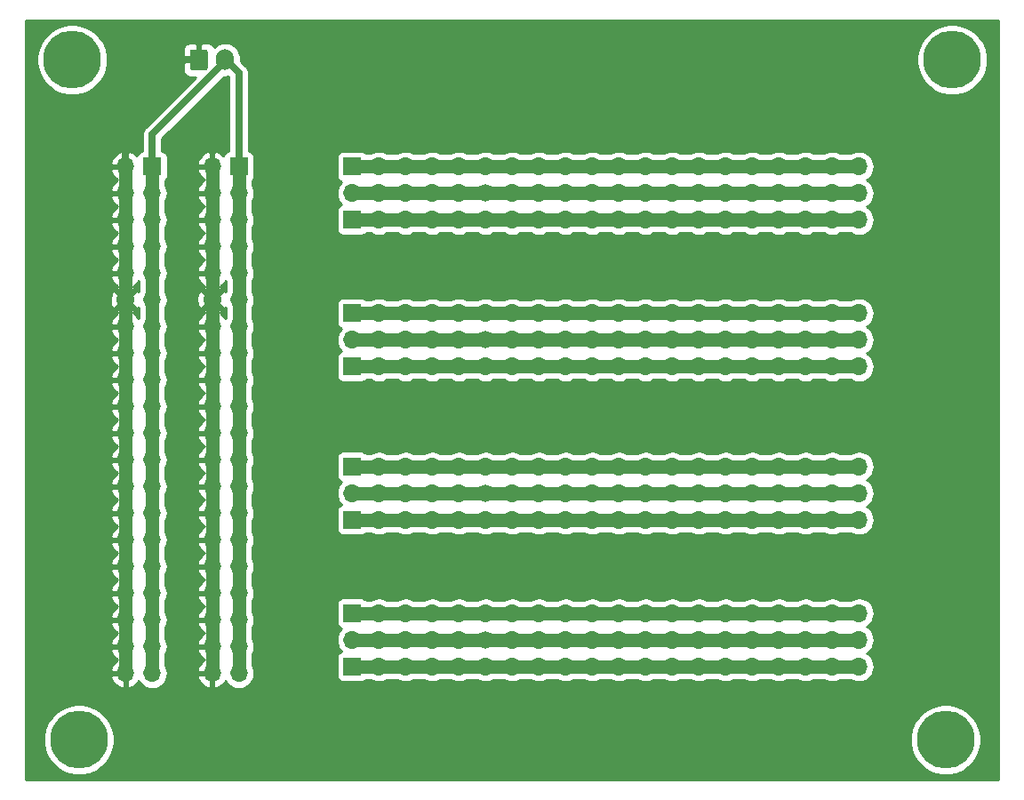
<source format=gbr>
G04 #@! TF.GenerationSoftware,KiCad,Pcbnew,(5.1.2)-2*
G04 #@! TF.CreationDate,2019-07-21T11:30:30+08:00*
G04 #@! TF.ProjectId,SPI,5350492e-6b69-4636-9164-5f7063625858,rev?*
G04 #@! TF.SameCoordinates,Original*
G04 #@! TF.FileFunction,Copper,L1,Top*
G04 #@! TF.FilePolarity,Positive*
%FSLAX46Y46*%
G04 Gerber Fmt 4.6, Leading zero omitted, Abs format (unit mm)*
G04 Created by KiCad (PCBNEW (5.1.2)-2) date 2019-07-21 11:30:30*
%MOMM*%
%LPD*%
G04 APERTURE LIST*
%ADD10R,1.700000X1.700000*%
%ADD11O,1.700000X1.700000*%
%ADD12C,1.700000*%
%ADD13C,5.500000*%
%ADD14O,1.700000X2.000000*%
%ADD15C,0.100000*%
%ADD16C,0.635000*%
%ADD17C,1.270000*%
%ADD18C,0.254000*%
G04 APERTURE END LIST*
D10*
X137160000Y-93980000D03*
D11*
X139700000Y-93980000D03*
X142240000Y-93980000D03*
X144780000Y-93980000D03*
X147320000Y-93980000D03*
X149860000Y-93980000D03*
X152400000Y-93980000D03*
X154940000Y-93980000D03*
X157480000Y-93980000D03*
X160020000Y-93980000D03*
X162560000Y-93980000D03*
X165100000Y-93980000D03*
X167640000Y-93980000D03*
X170180000Y-93980000D03*
X172720000Y-93980000D03*
X175260000Y-93980000D03*
X177800000Y-93980000D03*
X180340000Y-93980000D03*
X182880000Y-93980000D03*
X185420000Y-93980000D03*
X185420000Y-91440000D03*
X185420000Y-88900000D03*
X182880000Y-91440000D03*
X182880000Y-88900000D03*
X180340000Y-91440000D03*
X180340000Y-88900000D03*
X177800000Y-91440000D03*
X177800000Y-88900000D03*
X175260000Y-91440000D03*
X175260000Y-88900000D03*
X172720000Y-91440000D03*
X172720000Y-88900000D03*
X170180000Y-91440000D03*
X170180000Y-88900000D03*
X167640000Y-91440000D03*
X167640000Y-88900000D03*
X165100000Y-91440000D03*
X165100000Y-88900000D03*
X162560000Y-91440000D03*
X162560000Y-88900000D03*
X160020000Y-91440000D03*
X160020000Y-88900000D03*
X157480000Y-91440000D03*
X157480000Y-88900000D03*
X154940000Y-91440000D03*
X154940000Y-88900000D03*
X152400000Y-91440000D03*
X152400000Y-88900000D03*
D12*
X149860000Y-91440000D03*
D11*
X149860000Y-88900000D03*
X147320000Y-91440000D03*
X147320000Y-88900000D03*
X144780000Y-91440000D03*
X144780000Y-88900000D03*
X142240000Y-91440000D03*
X142240000Y-88900000D03*
X139700000Y-91440000D03*
X139700000Y-88900000D03*
X137160000Y-91440000D03*
D10*
X137160000Y-88900000D03*
X137160000Y-107950000D03*
D11*
X139700000Y-107950000D03*
X142240000Y-107950000D03*
X144780000Y-107950000D03*
X147320000Y-107950000D03*
X149860000Y-107950000D03*
X152400000Y-107950000D03*
X154940000Y-107950000D03*
X157480000Y-107950000D03*
X160020000Y-107950000D03*
X162560000Y-107950000D03*
X165100000Y-107950000D03*
X167640000Y-107950000D03*
X170180000Y-107950000D03*
X172720000Y-107950000D03*
X175260000Y-107950000D03*
X177800000Y-107950000D03*
X180340000Y-107950000D03*
X182880000Y-107950000D03*
X185420000Y-107950000D03*
X185420000Y-105410000D03*
X185420000Y-102870000D03*
X182880000Y-105410000D03*
X182880000Y-102870000D03*
X180340000Y-105410000D03*
X180340000Y-102870000D03*
X177800000Y-105410000D03*
X177800000Y-102870000D03*
X175260000Y-105410000D03*
X175260000Y-102870000D03*
X172720000Y-105410000D03*
X172720000Y-102870000D03*
X170180000Y-105410000D03*
X170180000Y-102870000D03*
X167640000Y-105410000D03*
X167640000Y-102870000D03*
X165100000Y-105410000D03*
X165100000Y-102870000D03*
X162560000Y-105410000D03*
X162560000Y-102870000D03*
X160020000Y-105410000D03*
X160020000Y-102870000D03*
X157480000Y-105410000D03*
X157480000Y-102870000D03*
X154940000Y-105410000D03*
X154940000Y-102870000D03*
X152400000Y-105410000D03*
X152400000Y-102870000D03*
D12*
X149860000Y-105410000D03*
D11*
X149860000Y-102870000D03*
X147320000Y-105410000D03*
X147320000Y-102870000D03*
X144780000Y-105410000D03*
X144780000Y-102870000D03*
X142240000Y-105410000D03*
X142240000Y-102870000D03*
X139700000Y-105410000D03*
X139700000Y-102870000D03*
X137160000Y-105410000D03*
D10*
X137160000Y-102870000D03*
X137160000Y-122555000D03*
D11*
X139700000Y-122555000D03*
X142240000Y-122555000D03*
X144780000Y-122555000D03*
X147320000Y-122555000D03*
X149860000Y-122555000D03*
X152400000Y-122555000D03*
X154940000Y-122555000D03*
X157480000Y-122555000D03*
X160020000Y-122555000D03*
X162560000Y-122555000D03*
X165100000Y-122555000D03*
X167640000Y-122555000D03*
X170180000Y-122555000D03*
X172720000Y-122555000D03*
X175260000Y-122555000D03*
X177800000Y-122555000D03*
X180340000Y-122555000D03*
X182880000Y-122555000D03*
X185420000Y-122555000D03*
X185420000Y-120015000D03*
X185420000Y-117475000D03*
X182880000Y-120015000D03*
X182880000Y-117475000D03*
X180340000Y-120015000D03*
X180340000Y-117475000D03*
X177800000Y-120015000D03*
X177800000Y-117475000D03*
X175260000Y-120015000D03*
X175260000Y-117475000D03*
X172720000Y-120015000D03*
X172720000Y-117475000D03*
X170180000Y-120015000D03*
X170180000Y-117475000D03*
X167640000Y-120015000D03*
X167640000Y-117475000D03*
X165100000Y-120015000D03*
X165100000Y-117475000D03*
X162560000Y-120015000D03*
X162560000Y-117475000D03*
X160020000Y-120015000D03*
X160020000Y-117475000D03*
X157480000Y-120015000D03*
X157480000Y-117475000D03*
X154940000Y-120015000D03*
X154940000Y-117475000D03*
X152400000Y-120015000D03*
X152400000Y-117475000D03*
D12*
X149860000Y-120015000D03*
D11*
X149860000Y-117475000D03*
X147320000Y-120015000D03*
X147320000Y-117475000D03*
X144780000Y-120015000D03*
X144780000Y-117475000D03*
X142240000Y-120015000D03*
X142240000Y-117475000D03*
X139700000Y-120015000D03*
X139700000Y-117475000D03*
X137160000Y-120015000D03*
D10*
X137160000Y-117475000D03*
D11*
X185420000Y-136525000D03*
X182880000Y-136525000D03*
X180340000Y-136525000D03*
X177800000Y-136525000D03*
X175260000Y-136525000D03*
X172720000Y-136525000D03*
X170180000Y-136525000D03*
X167640000Y-136525000D03*
X165100000Y-136525000D03*
X162560000Y-136525000D03*
X160020000Y-136525000D03*
X157480000Y-136525000D03*
X154940000Y-136525000D03*
X152400000Y-136525000D03*
X149860000Y-136525000D03*
X147320000Y-136525000D03*
X144780000Y-136525000D03*
X142240000Y-136525000D03*
X139700000Y-136525000D03*
D10*
X137160000Y-136525000D03*
X137160000Y-131445000D03*
D11*
X137160000Y-133985000D03*
X139700000Y-131445000D03*
X139700000Y-133985000D03*
X142240000Y-131445000D03*
X142240000Y-133985000D03*
X144780000Y-131445000D03*
X144780000Y-133985000D03*
X147320000Y-131445000D03*
X147320000Y-133985000D03*
X149860000Y-131445000D03*
D12*
X149860000Y-133985000D03*
D11*
X152400000Y-131445000D03*
X152400000Y-133985000D03*
X154940000Y-131445000D03*
X154940000Y-133985000D03*
X157480000Y-131445000D03*
X157480000Y-133985000D03*
X160020000Y-131445000D03*
X160020000Y-133985000D03*
X162560000Y-131445000D03*
X162560000Y-133985000D03*
X165100000Y-131445000D03*
X165100000Y-133985000D03*
X167640000Y-131445000D03*
X167640000Y-133985000D03*
X170180000Y-131445000D03*
X170180000Y-133985000D03*
X172720000Y-131445000D03*
X172720000Y-133985000D03*
X175260000Y-131445000D03*
X175260000Y-133985000D03*
X177800000Y-131445000D03*
X177800000Y-133985000D03*
X180340000Y-131445000D03*
X180340000Y-133985000D03*
X182880000Y-131445000D03*
X182880000Y-133985000D03*
X185420000Y-131445000D03*
X185420000Y-133985000D03*
D13*
X111125000Y-143510000D03*
X193675000Y-143510000D03*
X194310000Y-78740000D03*
X110490000Y-78740000D03*
D14*
X125055000Y-78740000D03*
D15*
G36*
X123179594Y-77741203D02*
G01*
X123203853Y-77744802D01*
X123227642Y-77750761D01*
X123250733Y-77759023D01*
X123272902Y-77769508D01*
X123293937Y-77782116D01*
X123313635Y-77796725D01*
X123331806Y-77813194D01*
X123348275Y-77831365D01*
X123362884Y-77851063D01*
X123375492Y-77872098D01*
X123385977Y-77894267D01*
X123394239Y-77917358D01*
X123400198Y-77941147D01*
X123403797Y-77965406D01*
X123405000Y-77989900D01*
X123405000Y-79490100D01*
X123403797Y-79514594D01*
X123400198Y-79538853D01*
X123394239Y-79562642D01*
X123385977Y-79585733D01*
X123375492Y-79607902D01*
X123362884Y-79628937D01*
X123348275Y-79648635D01*
X123331806Y-79666806D01*
X123313635Y-79683275D01*
X123293937Y-79697884D01*
X123272902Y-79710492D01*
X123250733Y-79720977D01*
X123227642Y-79729239D01*
X123203853Y-79735198D01*
X123179594Y-79738797D01*
X123155100Y-79740000D01*
X121954900Y-79740000D01*
X121930406Y-79738797D01*
X121906147Y-79735198D01*
X121882358Y-79729239D01*
X121859267Y-79720977D01*
X121837098Y-79710492D01*
X121816063Y-79697884D01*
X121796365Y-79683275D01*
X121778194Y-79666806D01*
X121761725Y-79648635D01*
X121747116Y-79628937D01*
X121734508Y-79607902D01*
X121724023Y-79585733D01*
X121715761Y-79562642D01*
X121709802Y-79538853D01*
X121706203Y-79514594D01*
X121705000Y-79490100D01*
X121705000Y-77989900D01*
X121706203Y-77965406D01*
X121709802Y-77941147D01*
X121715761Y-77917358D01*
X121724023Y-77894267D01*
X121734508Y-77872098D01*
X121747116Y-77851063D01*
X121761725Y-77831365D01*
X121778194Y-77813194D01*
X121796365Y-77796725D01*
X121816063Y-77782116D01*
X121837098Y-77769508D01*
X121859267Y-77759023D01*
X121882358Y-77750761D01*
X121906147Y-77744802D01*
X121930406Y-77741203D01*
X121954900Y-77740000D01*
X123155100Y-77740000D01*
X123179594Y-77741203D01*
X123179594Y-77741203D01*
G37*
D12*
X122555000Y-78740000D03*
D10*
X126365000Y-88900000D03*
D11*
X123825000Y-88900000D03*
X126365000Y-91440000D03*
X123825000Y-91440000D03*
X126365000Y-93980000D03*
X123825000Y-93980000D03*
X126365000Y-96520000D03*
X123825000Y-96520000D03*
X126365000Y-99060000D03*
X123825000Y-99060000D03*
X126365000Y-101600000D03*
D12*
X123825000Y-101600000D03*
D11*
X126365000Y-104140000D03*
X123825000Y-104140000D03*
X126365000Y-106680000D03*
X123825000Y-106680000D03*
X126365000Y-109220000D03*
X123825000Y-109220000D03*
X126365000Y-111760000D03*
X123825000Y-111760000D03*
X126365000Y-114300000D03*
X123825000Y-114300000D03*
X126365000Y-116840000D03*
X123825000Y-116840000D03*
X126365000Y-119380000D03*
X123825000Y-119380000D03*
X126365000Y-121920000D03*
X123825000Y-121920000D03*
X126365000Y-124460000D03*
X123825000Y-124460000D03*
X126365000Y-127000000D03*
X123825000Y-127000000D03*
X126365000Y-129540000D03*
X123825000Y-129540000D03*
X126365000Y-132080000D03*
X123825000Y-132080000D03*
X126365000Y-134620000D03*
X123825000Y-134620000D03*
X126365000Y-137160000D03*
X123825000Y-137160000D03*
X115570000Y-137160000D03*
X118110000Y-137160000D03*
X115570000Y-134620000D03*
X118110000Y-134620000D03*
X115570000Y-132080000D03*
X118110000Y-132080000D03*
X115570000Y-129540000D03*
X118110000Y-129540000D03*
X115570000Y-127000000D03*
X118110000Y-127000000D03*
X115570000Y-124460000D03*
X118110000Y-124460000D03*
X115570000Y-121920000D03*
X118110000Y-121920000D03*
X115570000Y-119380000D03*
X118110000Y-119380000D03*
X115570000Y-116840000D03*
X118110000Y-116840000D03*
X115570000Y-114300000D03*
X118110000Y-114300000D03*
X115570000Y-111760000D03*
X118110000Y-111760000D03*
X115570000Y-109220000D03*
X118110000Y-109220000D03*
X115570000Y-106680000D03*
X118110000Y-106680000D03*
X115570000Y-104140000D03*
X118110000Y-104140000D03*
D12*
X115570000Y-101600000D03*
D11*
X118110000Y-101600000D03*
X115570000Y-99060000D03*
X118110000Y-99060000D03*
X115570000Y-96520000D03*
X118110000Y-96520000D03*
X115570000Y-93980000D03*
X118110000Y-93980000D03*
X115570000Y-91440000D03*
X118110000Y-91440000D03*
X115570000Y-88900000D03*
D10*
X118110000Y-88900000D03*
D16*
X185420000Y-133985000D02*
X137160000Y-133985000D01*
D17*
X137160000Y-88900000D02*
X185420000Y-88900000D01*
X137160000Y-91440000D02*
X185420000Y-91440000D01*
X137160000Y-93980000D02*
X185420000Y-93980000D01*
X137160000Y-102870000D02*
X185420000Y-102870000D01*
X185420000Y-105410000D02*
X137160000Y-105410000D01*
X137160000Y-107950000D02*
X185420000Y-107950000D01*
X185420000Y-117475000D02*
X137160000Y-117475000D01*
X137160000Y-120015000D02*
X185420000Y-120015000D01*
X185420000Y-122555000D02*
X137160000Y-122555000D01*
X137160000Y-131445000D02*
X185420000Y-131445000D01*
X144780000Y-133985000D02*
X137160000Y-133985000D01*
X185420000Y-133985000D02*
X144780000Y-133985000D01*
X137160000Y-136525000D02*
X185420000Y-136525000D01*
D16*
X123825000Y-88900000D02*
X123825000Y-91440000D01*
X123825000Y-91440000D02*
X123825000Y-137160000D01*
X122555000Y-78740000D02*
X120650000Y-78740000D01*
X115570000Y-83820000D02*
X115570000Y-88900000D01*
X120650000Y-78740000D02*
X115570000Y-83820000D01*
D17*
X115570000Y-88900000D02*
X115570000Y-137160000D01*
X123825000Y-88900000D02*
X123825000Y-137160000D01*
D16*
X118110000Y-85835000D02*
X118110000Y-88900000D01*
X125055000Y-78740000D02*
X125055000Y-78890000D01*
X125055000Y-78890000D02*
X118110000Y-85835000D01*
X125055000Y-78740000D02*
X125095000Y-78740000D01*
X126365000Y-80010000D02*
X126365000Y-88900000D01*
X125095000Y-78740000D02*
X126365000Y-80010000D01*
D17*
X118110000Y-96473802D02*
X118110000Y-137160000D01*
X118110000Y-88900000D02*
X118110000Y-96473802D01*
X126365000Y-88900000D02*
X126365000Y-137160000D01*
D18*
G36*
X198730001Y-147295000D02*
G01*
X106070000Y-147295000D01*
X106070000Y-143176607D01*
X107740000Y-143176607D01*
X107740000Y-143843393D01*
X107870083Y-144497368D01*
X108125252Y-145113399D01*
X108495698Y-145667812D01*
X108967188Y-146139302D01*
X109521601Y-146509748D01*
X110137632Y-146764917D01*
X110791607Y-146895000D01*
X111458393Y-146895000D01*
X112112368Y-146764917D01*
X112728399Y-146509748D01*
X113282812Y-146139302D01*
X113754302Y-145667812D01*
X114124748Y-145113399D01*
X114379917Y-144497368D01*
X114510000Y-143843393D01*
X114510000Y-143176607D01*
X190290000Y-143176607D01*
X190290000Y-143843393D01*
X190420083Y-144497368D01*
X190675252Y-145113399D01*
X191045698Y-145667812D01*
X191517188Y-146139302D01*
X192071601Y-146509748D01*
X192687632Y-146764917D01*
X193341607Y-146895000D01*
X194008393Y-146895000D01*
X194662368Y-146764917D01*
X195278399Y-146509748D01*
X195832812Y-146139302D01*
X196304302Y-145667812D01*
X196674748Y-145113399D01*
X196929917Y-144497368D01*
X197060000Y-143843393D01*
X197060000Y-143176607D01*
X196929917Y-142522632D01*
X196674748Y-141906601D01*
X196304302Y-141352188D01*
X195832812Y-140880698D01*
X195278399Y-140510252D01*
X194662368Y-140255083D01*
X194008393Y-140125000D01*
X193341607Y-140125000D01*
X192687632Y-140255083D01*
X192071601Y-140510252D01*
X191517188Y-140880698D01*
X191045698Y-141352188D01*
X190675252Y-141906601D01*
X190420083Y-142522632D01*
X190290000Y-143176607D01*
X114510000Y-143176607D01*
X114379917Y-142522632D01*
X114124748Y-141906601D01*
X113754302Y-141352188D01*
X113282812Y-140880698D01*
X112728399Y-140510252D01*
X112112368Y-140255083D01*
X111458393Y-140125000D01*
X110791607Y-140125000D01*
X110137632Y-140255083D01*
X109521601Y-140510252D01*
X108967188Y-140880698D01*
X108495698Y-141352188D01*
X108125252Y-141906601D01*
X107870083Y-142522632D01*
X107740000Y-143176607D01*
X106070000Y-143176607D01*
X106070000Y-137516890D01*
X114128524Y-137516890D01*
X114173175Y-137664099D01*
X114298359Y-137926920D01*
X114472412Y-138160269D01*
X114688645Y-138355178D01*
X114938748Y-138504157D01*
X115213109Y-138601481D01*
X115443000Y-138480814D01*
X115443000Y-137287000D01*
X114249845Y-137287000D01*
X114128524Y-137516890D01*
X106070000Y-137516890D01*
X106070000Y-134976890D01*
X114128524Y-134976890D01*
X114173175Y-135124099D01*
X114298359Y-135386920D01*
X114472412Y-135620269D01*
X114688645Y-135815178D01*
X114814255Y-135890000D01*
X114688645Y-135964822D01*
X114472412Y-136159731D01*
X114298359Y-136393080D01*
X114173175Y-136655901D01*
X114128524Y-136803110D01*
X114249845Y-137033000D01*
X115443000Y-137033000D01*
X115443000Y-134747000D01*
X114249845Y-134747000D01*
X114128524Y-134976890D01*
X106070000Y-134976890D01*
X106070000Y-132436890D01*
X114128524Y-132436890D01*
X114173175Y-132584099D01*
X114298359Y-132846920D01*
X114472412Y-133080269D01*
X114688645Y-133275178D01*
X114814255Y-133350000D01*
X114688645Y-133424822D01*
X114472412Y-133619731D01*
X114298359Y-133853080D01*
X114173175Y-134115901D01*
X114128524Y-134263110D01*
X114249845Y-134493000D01*
X115443000Y-134493000D01*
X115443000Y-132207000D01*
X114249845Y-132207000D01*
X114128524Y-132436890D01*
X106070000Y-132436890D01*
X106070000Y-129896890D01*
X114128524Y-129896890D01*
X114173175Y-130044099D01*
X114298359Y-130306920D01*
X114472412Y-130540269D01*
X114688645Y-130735178D01*
X114814255Y-130810000D01*
X114688645Y-130884822D01*
X114472412Y-131079731D01*
X114298359Y-131313080D01*
X114173175Y-131575901D01*
X114128524Y-131723110D01*
X114249845Y-131953000D01*
X115443000Y-131953000D01*
X115443000Y-129667000D01*
X114249845Y-129667000D01*
X114128524Y-129896890D01*
X106070000Y-129896890D01*
X106070000Y-127356890D01*
X114128524Y-127356890D01*
X114173175Y-127504099D01*
X114298359Y-127766920D01*
X114472412Y-128000269D01*
X114688645Y-128195178D01*
X114814255Y-128270000D01*
X114688645Y-128344822D01*
X114472412Y-128539731D01*
X114298359Y-128773080D01*
X114173175Y-129035901D01*
X114128524Y-129183110D01*
X114249845Y-129413000D01*
X115443000Y-129413000D01*
X115443000Y-127127000D01*
X114249845Y-127127000D01*
X114128524Y-127356890D01*
X106070000Y-127356890D01*
X106070000Y-124816890D01*
X114128524Y-124816890D01*
X114173175Y-124964099D01*
X114298359Y-125226920D01*
X114472412Y-125460269D01*
X114688645Y-125655178D01*
X114814255Y-125730000D01*
X114688645Y-125804822D01*
X114472412Y-125999731D01*
X114298359Y-126233080D01*
X114173175Y-126495901D01*
X114128524Y-126643110D01*
X114249845Y-126873000D01*
X115443000Y-126873000D01*
X115443000Y-124587000D01*
X114249845Y-124587000D01*
X114128524Y-124816890D01*
X106070000Y-124816890D01*
X106070000Y-122276890D01*
X114128524Y-122276890D01*
X114173175Y-122424099D01*
X114298359Y-122686920D01*
X114472412Y-122920269D01*
X114688645Y-123115178D01*
X114814255Y-123190000D01*
X114688645Y-123264822D01*
X114472412Y-123459731D01*
X114298359Y-123693080D01*
X114173175Y-123955901D01*
X114128524Y-124103110D01*
X114249845Y-124333000D01*
X115443000Y-124333000D01*
X115443000Y-122047000D01*
X114249845Y-122047000D01*
X114128524Y-122276890D01*
X106070000Y-122276890D01*
X106070000Y-119736890D01*
X114128524Y-119736890D01*
X114173175Y-119884099D01*
X114298359Y-120146920D01*
X114472412Y-120380269D01*
X114688645Y-120575178D01*
X114814255Y-120650000D01*
X114688645Y-120724822D01*
X114472412Y-120919731D01*
X114298359Y-121153080D01*
X114173175Y-121415901D01*
X114128524Y-121563110D01*
X114249845Y-121793000D01*
X115443000Y-121793000D01*
X115443000Y-119507000D01*
X114249845Y-119507000D01*
X114128524Y-119736890D01*
X106070000Y-119736890D01*
X106070000Y-117196890D01*
X114128524Y-117196890D01*
X114173175Y-117344099D01*
X114298359Y-117606920D01*
X114472412Y-117840269D01*
X114688645Y-118035178D01*
X114814255Y-118110000D01*
X114688645Y-118184822D01*
X114472412Y-118379731D01*
X114298359Y-118613080D01*
X114173175Y-118875901D01*
X114128524Y-119023110D01*
X114249845Y-119253000D01*
X115443000Y-119253000D01*
X115443000Y-116967000D01*
X114249845Y-116967000D01*
X114128524Y-117196890D01*
X106070000Y-117196890D01*
X106070000Y-114656890D01*
X114128524Y-114656890D01*
X114173175Y-114804099D01*
X114298359Y-115066920D01*
X114472412Y-115300269D01*
X114688645Y-115495178D01*
X114814255Y-115570000D01*
X114688645Y-115644822D01*
X114472412Y-115839731D01*
X114298359Y-116073080D01*
X114173175Y-116335901D01*
X114128524Y-116483110D01*
X114249845Y-116713000D01*
X115443000Y-116713000D01*
X115443000Y-114427000D01*
X114249845Y-114427000D01*
X114128524Y-114656890D01*
X106070000Y-114656890D01*
X106070000Y-112116890D01*
X114128524Y-112116890D01*
X114173175Y-112264099D01*
X114298359Y-112526920D01*
X114472412Y-112760269D01*
X114688645Y-112955178D01*
X114814255Y-113030000D01*
X114688645Y-113104822D01*
X114472412Y-113299731D01*
X114298359Y-113533080D01*
X114173175Y-113795901D01*
X114128524Y-113943110D01*
X114249845Y-114173000D01*
X115443000Y-114173000D01*
X115443000Y-111887000D01*
X114249845Y-111887000D01*
X114128524Y-112116890D01*
X106070000Y-112116890D01*
X106070000Y-109576890D01*
X114128524Y-109576890D01*
X114173175Y-109724099D01*
X114298359Y-109986920D01*
X114472412Y-110220269D01*
X114688645Y-110415178D01*
X114814255Y-110490000D01*
X114688645Y-110564822D01*
X114472412Y-110759731D01*
X114298359Y-110993080D01*
X114173175Y-111255901D01*
X114128524Y-111403110D01*
X114249845Y-111633000D01*
X115443000Y-111633000D01*
X115443000Y-109347000D01*
X114249845Y-109347000D01*
X114128524Y-109576890D01*
X106070000Y-109576890D01*
X106070000Y-107036890D01*
X114128524Y-107036890D01*
X114173175Y-107184099D01*
X114298359Y-107446920D01*
X114472412Y-107680269D01*
X114688645Y-107875178D01*
X114814255Y-107950000D01*
X114688645Y-108024822D01*
X114472412Y-108219731D01*
X114298359Y-108453080D01*
X114173175Y-108715901D01*
X114128524Y-108863110D01*
X114249845Y-109093000D01*
X115443000Y-109093000D01*
X115443000Y-106807000D01*
X114249845Y-106807000D01*
X114128524Y-107036890D01*
X106070000Y-107036890D01*
X106070000Y-104496890D01*
X114128524Y-104496890D01*
X114173175Y-104644099D01*
X114298359Y-104906920D01*
X114472412Y-105140269D01*
X114688645Y-105335178D01*
X114814255Y-105410000D01*
X114688645Y-105484822D01*
X114472412Y-105679731D01*
X114298359Y-105913080D01*
X114173175Y-106175901D01*
X114128524Y-106323110D01*
X114249845Y-106553000D01*
X115443000Y-106553000D01*
X115443000Y-104267000D01*
X114249845Y-104267000D01*
X114128524Y-104496890D01*
X106070000Y-104496890D01*
X106070000Y-101668531D01*
X114079389Y-101668531D01*
X114121401Y-101958019D01*
X114219081Y-102233747D01*
X114292528Y-102371157D01*
X114541603Y-102448792D01*
X115390395Y-101600000D01*
X114541603Y-100751208D01*
X114292528Y-100828843D01*
X114166629Y-101092883D01*
X114094661Y-101376411D01*
X114079389Y-101668531D01*
X106070000Y-101668531D01*
X106070000Y-99416890D01*
X114128524Y-99416890D01*
X114173175Y-99564099D01*
X114298359Y-99826920D01*
X114472412Y-100060269D01*
X114688645Y-100255178D01*
X114800355Y-100321720D01*
X114798843Y-100322528D01*
X114721208Y-100571603D01*
X115570000Y-101420395D01*
X116418792Y-100571603D01*
X116341157Y-100322528D01*
X116339564Y-100321769D01*
X116451355Y-100255178D01*
X116667588Y-100060269D01*
X116838416Y-99831244D01*
X116840000Y-99834209D01*
X116840000Y-100825791D01*
X116839669Y-100826411D01*
X116598397Y-100751208D01*
X115749605Y-101600000D01*
X116598397Y-102448792D01*
X116839669Y-102373589D01*
X116840000Y-102374209D01*
X116840000Y-103365791D01*
X116838416Y-103368756D01*
X116667588Y-103139731D01*
X116451355Y-102944822D01*
X116339645Y-102878280D01*
X116341157Y-102877472D01*
X116418792Y-102628397D01*
X115570000Y-101779605D01*
X114721208Y-102628397D01*
X114798843Y-102877472D01*
X114800436Y-102878231D01*
X114688645Y-102944822D01*
X114472412Y-103139731D01*
X114298359Y-103373080D01*
X114173175Y-103635901D01*
X114128524Y-103783110D01*
X114249845Y-104013000D01*
X115443000Y-104013000D01*
X115443000Y-103993000D01*
X115697000Y-103993000D01*
X115697000Y-104013000D01*
X115717000Y-104013000D01*
X115717000Y-104267000D01*
X115697000Y-104267000D01*
X115697000Y-106553000D01*
X115717000Y-106553000D01*
X115717000Y-106807000D01*
X115697000Y-106807000D01*
X115697000Y-109093000D01*
X115717000Y-109093000D01*
X115717000Y-109347000D01*
X115697000Y-109347000D01*
X115697000Y-111633000D01*
X115717000Y-111633000D01*
X115717000Y-111887000D01*
X115697000Y-111887000D01*
X115697000Y-114173000D01*
X115717000Y-114173000D01*
X115717000Y-114427000D01*
X115697000Y-114427000D01*
X115697000Y-116713000D01*
X115717000Y-116713000D01*
X115717000Y-116967000D01*
X115697000Y-116967000D01*
X115697000Y-119253000D01*
X115717000Y-119253000D01*
X115717000Y-119507000D01*
X115697000Y-119507000D01*
X115697000Y-121793000D01*
X115717000Y-121793000D01*
X115717000Y-122047000D01*
X115697000Y-122047000D01*
X115697000Y-124333000D01*
X115717000Y-124333000D01*
X115717000Y-124587000D01*
X115697000Y-124587000D01*
X115697000Y-126873000D01*
X115717000Y-126873000D01*
X115717000Y-127127000D01*
X115697000Y-127127000D01*
X115697000Y-129413000D01*
X115717000Y-129413000D01*
X115717000Y-129667000D01*
X115697000Y-129667000D01*
X115697000Y-131953000D01*
X115717000Y-131953000D01*
X115717000Y-132207000D01*
X115697000Y-132207000D01*
X115697000Y-134493000D01*
X115717000Y-134493000D01*
X115717000Y-134747000D01*
X115697000Y-134747000D01*
X115697000Y-137033000D01*
X115717000Y-137033000D01*
X115717000Y-137287000D01*
X115697000Y-137287000D01*
X115697000Y-138480814D01*
X115926891Y-138601481D01*
X116201252Y-138504157D01*
X116451355Y-138355178D01*
X116667588Y-138160269D01*
X116838416Y-137931244D01*
X116869294Y-137989014D01*
X117054866Y-138215134D01*
X117280986Y-138400706D01*
X117538966Y-138538599D01*
X117818889Y-138623513D01*
X118037050Y-138645000D01*
X118182950Y-138645000D01*
X118401111Y-138623513D01*
X118681034Y-138538599D01*
X118939014Y-138400706D01*
X119165134Y-138215134D01*
X119350706Y-137989014D01*
X119488599Y-137731034D01*
X119553559Y-137516890D01*
X122383524Y-137516890D01*
X122428175Y-137664099D01*
X122553359Y-137926920D01*
X122727412Y-138160269D01*
X122943645Y-138355178D01*
X123193748Y-138504157D01*
X123468109Y-138601481D01*
X123698000Y-138480814D01*
X123698000Y-137287000D01*
X122504845Y-137287000D01*
X122383524Y-137516890D01*
X119553559Y-137516890D01*
X119573513Y-137451111D01*
X119602185Y-137160000D01*
X119573513Y-136868889D01*
X119488599Y-136588966D01*
X119380000Y-136385791D01*
X119380000Y-135394209D01*
X119488599Y-135191034D01*
X119553559Y-134976890D01*
X122383524Y-134976890D01*
X122428175Y-135124099D01*
X122553359Y-135386920D01*
X122727412Y-135620269D01*
X122943645Y-135815178D01*
X123069255Y-135890000D01*
X122943645Y-135964822D01*
X122727412Y-136159731D01*
X122553359Y-136393080D01*
X122428175Y-136655901D01*
X122383524Y-136803110D01*
X122504845Y-137033000D01*
X123698000Y-137033000D01*
X123698000Y-134747000D01*
X122504845Y-134747000D01*
X122383524Y-134976890D01*
X119553559Y-134976890D01*
X119573513Y-134911111D01*
X119602185Y-134620000D01*
X119573513Y-134328889D01*
X119488599Y-134048966D01*
X119380000Y-133845791D01*
X119380000Y-132854209D01*
X119488599Y-132651034D01*
X119553559Y-132436890D01*
X122383524Y-132436890D01*
X122428175Y-132584099D01*
X122553359Y-132846920D01*
X122727412Y-133080269D01*
X122943645Y-133275178D01*
X123069255Y-133350000D01*
X122943645Y-133424822D01*
X122727412Y-133619731D01*
X122553359Y-133853080D01*
X122428175Y-134115901D01*
X122383524Y-134263110D01*
X122504845Y-134493000D01*
X123698000Y-134493000D01*
X123698000Y-132207000D01*
X122504845Y-132207000D01*
X122383524Y-132436890D01*
X119553559Y-132436890D01*
X119573513Y-132371111D01*
X119602185Y-132080000D01*
X119573513Y-131788889D01*
X119488599Y-131508966D01*
X119380000Y-131305791D01*
X119380000Y-130314209D01*
X119488599Y-130111034D01*
X119553559Y-129896890D01*
X122383524Y-129896890D01*
X122428175Y-130044099D01*
X122553359Y-130306920D01*
X122727412Y-130540269D01*
X122943645Y-130735178D01*
X123069255Y-130810000D01*
X122943645Y-130884822D01*
X122727412Y-131079731D01*
X122553359Y-131313080D01*
X122428175Y-131575901D01*
X122383524Y-131723110D01*
X122504845Y-131953000D01*
X123698000Y-131953000D01*
X123698000Y-129667000D01*
X122504845Y-129667000D01*
X122383524Y-129896890D01*
X119553559Y-129896890D01*
X119573513Y-129831111D01*
X119602185Y-129540000D01*
X119573513Y-129248889D01*
X119488599Y-128968966D01*
X119380000Y-128765791D01*
X119380000Y-127774209D01*
X119488599Y-127571034D01*
X119553559Y-127356890D01*
X122383524Y-127356890D01*
X122428175Y-127504099D01*
X122553359Y-127766920D01*
X122727412Y-128000269D01*
X122943645Y-128195178D01*
X123069255Y-128270000D01*
X122943645Y-128344822D01*
X122727412Y-128539731D01*
X122553359Y-128773080D01*
X122428175Y-129035901D01*
X122383524Y-129183110D01*
X122504845Y-129413000D01*
X123698000Y-129413000D01*
X123698000Y-127127000D01*
X122504845Y-127127000D01*
X122383524Y-127356890D01*
X119553559Y-127356890D01*
X119573513Y-127291111D01*
X119602185Y-127000000D01*
X119573513Y-126708889D01*
X119488599Y-126428966D01*
X119380000Y-126225791D01*
X119380000Y-125234209D01*
X119488599Y-125031034D01*
X119553559Y-124816890D01*
X122383524Y-124816890D01*
X122428175Y-124964099D01*
X122553359Y-125226920D01*
X122727412Y-125460269D01*
X122943645Y-125655178D01*
X123069255Y-125730000D01*
X122943645Y-125804822D01*
X122727412Y-125999731D01*
X122553359Y-126233080D01*
X122428175Y-126495901D01*
X122383524Y-126643110D01*
X122504845Y-126873000D01*
X123698000Y-126873000D01*
X123698000Y-124587000D01*
X122504845Y-124587000D01*
X122383524Y-124816890D01*
X119553559Y-124816890D01*
X119573513Y-124751111D01*
X119602185Y-124460000D01*
X119573513Y-124168889D01*
X119488599Y-123888966D01*
X119380000Y-123685791D01*
X119380000Y-122694209D01*
X119488599Y-122491034D01*
X119553559Y-122276890D01*
X122383524Y-122276890D01*
X122428175Y-122424099D01*
X122553359Y-122686920D01*
X122727412Y-122920269D01*
X122943645Y-123115178D01*
X123069255Y-123190000D01*
X122943645Y-123264822D01*
X122727412Y-123459731D01*
X122553359Y-123693080D01*
X122428175Y-123955901D01*
X122383524Y-124103110D01*
X122504845Y-124333000D01*
X123698000Y-124333000D01*
X123698000Y-122047000D01*
X122504845Y-122047000D01*
X122383524Y-122276890D01*
X119553559Y-122276890D01*
X119573513Y-122211111D01*
X119602185Y-121920000D01*
X119573513Y-121628889D01*
X119488599Y-121348966D01*
X119380000Y-121145791D01*
X119380000Y-120154209D01*
X119488599Y-119951034D01*
X119553559Y-119736890D01*
X122383524Y-119736890D01*
X122428175Y-119884099D01*
X122553359Y-120146920D01*
X122727412Y-120380269D01*
X122943645Y-120575178D01*
X123069255Y-120650000D01*
X122943645Y-120724822D01*
X122727412Y-120919731D01*
X122553359Y-121153080D01*
X122428175Y-121415901D01*
X122383524Y-121563110D01*
X122504845Y-121793000D01*
X123698000Y-121793000D01*
X123698000Y-119507000D01*
X122504845Y-119507000D01*
X122383524Y-119736890D01*
X119553559Y-119736890D01*
X119573513Y-119671111D01*
X119602185Y-119380000D01*
X119573513Y-119088889D01*
X119488599Y-118808966D01*
X119380000Y-118605791D01*
X119380000Y-117614209D01*
X119488599Y-117411034D01*
X119553559Y-117196890D01*
X122383524Y-117196890D01*
X122428175Y-117344099D01*
X122553359Y-117606920D01*
X122727412Y-117840269D01*
X122943645Y-118035178D01*
X123069255Y-118110000D01*
X122943645Y-118184822D01*
X122727412Y-118379731D01*
X122553359Y-118613080D01*
X122428175Y-118875901D01*
X122383524Y-119023110D01*
X122504845Y-119253000D01*
X123698000Y-119253000D01*
X123698000Y-116967000D01*
X122504845Y-116967000D01*
X122383524Y-117196890D01*
X119553559Y-117196890D01*
X119573513Y-117131111D01*
X119602185Y-116840000D01*
X119573513Y-116548889D01*
X119488599Y-116268966D01*
X119380000Y-116065791D01*
X119380000Y-115074209D01*
X119488599Y-114871034D01*
X119553559Y-114656890D01*
X122383524Y-114656890D01*
X122428175Y-114804099D01*
X122553359Y-115066920D01*
X122727412Y-115300269D01*
X122943645Y-115495178D01*
X123069255Y-115570000D01*
X122943645Y-115644822D01*
X122727412Y-115839731D01*
X122553359Y-116073080D01*
X122428175Y-116335901D01*
X122383524Y-116483110D01*
X122504845Y-116713000D01*
X123698000Y-116713000D01*
X123698000Y-114427000D01*
X122504845Y-114427000D01*
X122383524Y-114656890D01*
X119553559Y-114656890D01*
X119573513Y-114591111D01*
X119602185Y-114300000D01*
X119573513Y-114008889D01*
X119488599Y-113728966D01*
X119380000Y-113525791D01*
X119380000Y-112534209D01*
X119488599Y-112331034D01*
X119553559Y-112116890D01*
X122383524Y-112116890D01*
X122428175Y-112264099D01*
X122553359Y-112526920D01*
X122727412Y-112760269D01*
X122943645Y-112955178D01*
X123069255Y-113030000D01*
X122943645Y-113104822D01*
X122727412Y-113299731D01*
X122553359Y-113533080D01*
X122428175Y-113795901D01*
X122383524Y-113943110D01*
X122504845Y-114173000D01*
X123698000Y-114173000D01*
X123698000Y-111887000D01*
X122504845Y-111887000D01*
X122383524Y-112116890D01*
X119553559Y-112116890D01*
X119573513Y-112051111D01*
X119602185Y-111760000D01*
X119573513Y-111468889D01*
X119488599Y-111188966D01*
X119380000Y-110985791D01*
X119380000Y-109994209D01*
X119488599Y-109791034D01*
X119553559Y-109576890D01*
X122383524Y-109576890D01*
X122428175Y-109724099D01*
X122553359Y-109986920D01*
X122727412Y-110220269D01*
X122943645Y-110415178D01*
X123069255Y-110490000D01*
X122943645Y-110564822D01*
X122727412Y-110759731D01*
X122553359Y-110993080D01*
X122428175Y-111255901D01*
X122383524Y-111403110D01*
X122504845Y-111633000D01*
X123698000Y-111633000D01*
X123698000Y-109347000D01*
X122504845Y-109347000D01*
X122383524Y-109576890D01*
X119553559Y-109576890D01*
X119573513Y-109511111D01*
X119602185Y-109220000D01*
X119573513Y-108928889D01*
X119488599Y-108648966D01*
X119380000Y-108445791D01*
X119380000Y-107454209D01*
X119488599Y-107251034D01*
X119553559Y-107036890D01*
X122383524Y-107036890D01*
X122428175Y-107184099D01*
X122553359Y-107446920D01*
X122727412Y-107680269D01*
X122943645Y-107875178D01*
X123069255Y-107950000D01*
X122943645Y-108024822D01*
X122727412Y-108219731D01*
X122553359Y-108453080D01*
X122428175Y-108715901D01*
X122383524Y-108863110D01*
X122504845Y-109093000D01*
X123698000Y-109093000D01*
X123698000Y-106807000D01*
X122504845Y-106807000D01*
X122383524Y-107036890D01*
X119553559Y-107036890D01*
X119573513Y-106971111D01*
X119602185Y-106680000D01*
X119573513Y-106388889D01*
X119488599Y-106108966D01*
X119380000Y-105905791D01*
X119380000Y-104914209D01*
X119488599Y-104711034D01*
X119553559Y-104496890D01*
X122383524Y-104496890D01*
X122428175Y-104644099D01*
X122553359Y-104906920D01*
X122727412Y-105140269D01*
X122943645Y-105335178D01*
X123069255Y-105410000D01*
X122943645Y-105484822D01*
X122727412Y-105679731D01*
X122553359Y-105913080D01*
X122428175Y-106175901D01*
X122383524Y-106323110D01*
X122504845Y-106553000D01*
X123698000Y-106553000D01*
X123698000Y-104267000D01*
X122504845Y-104267000D01*
X122383524Y-104496890D01*
X119553559Y-104496890D01*
X119573513Y-104431111D01*
X119602185Y-104140000D01*
X119573513Y-103848889D01*
X119488599Y-103568966D01*
X119380000Y-103365791D01*
X119380000Y-102374209D01*
X119488599Y-102171034D01*
X119573513Y-101891111D01*
X119595435Y-101668531D01*
X122334389Y-101668531D01*
X122376401Y-101958019D01*
X122474081Y-102233747D01*
X122547528Y-102371157D01*
X122796603Y-102448792D01*
X123645395Y-101600000D01*
X122796603Y-100751208D01*
X122547528Y-100828843D01*
X122421629Y-101092883D01*
X122349661Y-101376411D01*
X122334389Y-101668531D01*
X119595435Y-101668531D01*
X119602185Y-101600000D01*
X119573513Y-101308889D01*
X119488599Y-101028966D01*
X119380000Y-100825791D01*
X119380000Y-99834209D01*
X119488599Y-99631034D01*
X119573513Y-99351111D01*
X119602185Y-99060000D01*
X119573513Y-98768889D01*
X119488599Y-98488966D01*
X119380000Y-98285791D01*
X119380000Y-97294209D01*
X119488599Y-97091034D01*
X119553559Y-96876890D01*
X122383524Y-96876890D01*
X122428175Y-97024099D01*
X122553359Y-97286920D01*
X122727412Y-97520269D01*
X122943645Y-97715178D01*
X123069255Y-97790000D01*
X122943645Y-97864822D01*
X122727412Y-98059731D01*
X122553359Y-98293080D01*
X122428175Y-98555901D01*
X122383524Y-98703110D01*
X122504845Y-98933000D01*
X123698000Y-98933000D01*
X123698000Y-96647000D01*
X122504845Y-96647000D01*
X122383524Y-96876890D01*
X119553559Y-96876890D01*
X119573513Y-96811111D01*
X119602185Y-96520000D01*
X119573513Y-96228889D01*
X119488599Y-95948966D01*
X119380000Y-95745791D01*
X119380000Y-94754209D01*
X119488599Y-94551034D01*
X119553559Y-94336890D01*
X122383524Y-94336890D01*
X122428175Y-94484099D01*
X122553359Y-94746920D01*
X122727412Y-94980269D01*
X122943645Y-95175178D01*
X123069255Y-95250000D01*
X122943645Y-95324822D01*
X122727412Y-95519731D01*
X122553359Y-95753080D01*
X122428175Y-96015901D01*
X122383524Y-96163110D01*
X122504845Y-96393000D01*
X123698000Y-96393000D01*
X123698000Y-94107000D01*
X122504845Y-94107000D01*
X122383524Y-94336890D01*
X119553559Y-94336890D01*
X119573513Y-94271111D01*
X119602185Y-93980000D01*
X119573513Y-93688889D01*
X119488599Y-93408966D01*
X119380000Y-93205791D01*
X119380000Y-92214209D01*
X119488599Y-92011034D01*
X119553559Y-91796890D01*
X122383524Y-91796890D01*
X122428175Y-91944099D01*
X122553359Y-92206920D01*
X122727412Y-92440269D01*
X122943645Y-92635178D01*
X123069255Y-92710000D01*
X122943645Y-92784822D01*
X122727412Y-92979731D01*
X122553359Y-93213080D01*
X122428175Y-93475901D01*
X122383524Y-93623110D01*
X122504845Y-93853000D01*
X123698000Y-93853000D01*
X123698000Y-91567000D01*
X122504845Y-91567000D01*
X122383524Y-91796890D01*
X119553559Y-91796890D01*
X119573513Y-91731111D01*
X119602185Y-91440000D01*
X119573513Y-91148889D01*
X119488599Y-90868966D01*
X119380000Y-90665791D01*
X119380000Y-90226778D01*
X119411185Y-90201185D01*
X119490537Y-90104494D01*
X119549502Y-89994180D01*
X119585812Y-89874482D01*
X119598072Y-89750000D01*
X119598072Y-89256890D01*
X122383524Y-89256890D01*
X122428175Y-89404099D01*
X122553359Y-89666920D01*
X122727412Y-89900269D01*
X122943645Y-90095178D01*
X123069255Y-90170000D01*
X122943645Y-90244822D01*
X122727412Y-90439731D01*
X122553359Y-90673080D01*
X122428175Y-90935901D01*
X122383524Y-91083110D01*
X122504845Y-91313000D01*
X123698000Y-91313000D01*
X123698000Y-89027000D01*
X122504845Y-89027000D01*
X122383524Y-89256890D01*
X119598072Y-89256890D01*
X119598072Y-88543110D01*
X122383524Y-88543110D01*
X122504845Y-88773000D01*
X123698000Y-88773000D01*
X123698000Y-87579186D01*
X123468109Y-87458519D01*
X123193748Y-87555843D01*
X122943645Y-87704822D01*
X122727412Y-87899731D01*
X122553359Y-88133080D01*
X122428175Y-88395901D01*
X122383524Y-88543110D01*
X119598072Y-88543110D01*
X119598072Y-88050000D01*
X119585812Y-87925518D01*
X119549502Y-87805820D01*
X119490537Y-87695506D01*
X119411185Y-87598815D01*
X119314494Y-87519463D01*
X119204180Y-87460498D01*
X119084482Y-87424188D01*
X119062500Y-87422023D01*
X119062500Y-86229538D01*
X124922868Y-80369171D01*
X125055000Y-80382185D01*
X125346111Y-80353513D01*
X125357899Y-80349937D01*
X125412500Y-80404539D01*
X125412501Y-87422023D01*
X125390518Y-87424188D01*
X125270820Y-87460498D01*
X125160506Y-87519463D01*
X125063815Y-87598815D01*
X124984463Y-87695506D01*
X124925498Y-87805820D01*
X124902502Y-87881626D01*
X124706355Y-87704822D01*
X124456252Y-87555843D01*
X124181891Y-87458519D01*
X123952000Y-87579186D01*
X123952000Y-88773000D01*
X123972000Y-88773000D01*
X123972000Y-89027000D01*
X123952000Y-89027000D01*
X123952000Y-91313000D01*
X123972000Y-91313000D01*
X123972000Y-91567000D01*
X123952000Y-91567000D01*
X123952000Y-93853000D01*
X123972000Y-93853000D01*
X123972000Y-94107000D01*
X123952000Y-94107000D01*
X123952000Y-96393000D01*
X123972000Y-96393000D01*
X123972000Y-96647000D01*
X123952000Y-96647000D01*
X123952000Y-98933000D01*
X123972000Y-98933000D01*
X123972000Y-99187000D01*
X123952000Y-99187000D01*
X123952000Y-99207000D01*
X123698000Y-99207000D01*
X123698000Y-99187000D01*
X122504845Y-99187000D01*
X122383524Y-99416890D01*
X122428175Y-99564099D01*
X122553359Y-99826920D01*
X122727412Y-100060269D01*
X122943645Y-100255178D01*
X123055355Y-100321720D01*
X123053843Y-100322528D01*
X122976208Y-100571603D01*
X123825000Y-101420395D01*
X124673792Y-100571603D01*
X124596157Y-100322528D01*
X124594564Y-100321769D01*
X124706355Y-100255178D01*
X124922588Y-100060269D01*
X125093416Y-99831244D01*
X125095000Y-99834209D01*
X125095000Y-100825791D01*
X125094669Y-100826411D01*
X124853397Y-100751208D01*
X124004605Y-101600000D01*
X124853397Y-102448792D01*
X125094669Y-102373589D01*
X125095000Y-102374209D01*
X125095000Y-103365791D01*
X125093416Y-103368756D01*
X124922588Y-103139731D01*
X124706355Y-102944822D01*
X124594645Y-102878280D01*
X124596157Y-102877472D01*
X124673792Y-102628397D01*
X123825000Y-101779605D01*
X122976208Y-102628397D01*
X123053843Y-102877472D01*
X123055436Y-102878231D01*
X122943645Y-102944822D01*
X122727412Y-103139731D01*
X122553359Y-103373080D01*
X122428175Y-103635901D01*
X122383524Y-103783110D01*
X122504845Y-104013000D01*
X123698000Y-104013000D01*
X123698000Y-103993000D01*
X123952000Y-103993000D01*
X123952000Y-104013000D01*
X123972000Y-104013000D01*
X123972000Y-104267000D01*
X123952000Y-104267000D01*
X123952000Y-106553000D01*
X123972000Y-106553000D01*
X123972000Y-106807000D01*
X123952000Y-106807000D01*
X123952000Y-109093000D01*
X123972000Y-109093000D01*
X123972000Y-109347000D01*
X123952000Y-109347000D01*
X123952000Y-111633000D01*
X123972000Y-111633000D01*
X123972000Y-111887000D01*
X123952000Y-111887000D01*
X123952000Y-114173000D01*
X123972000Y-114173000D01*
X123972000Y-114427000D01*
X123952000Y-114427000D01*
X123952000Y-116713000D01*
X123972000Y-116713000D01*
X123972000Y-116967000D01*
X123952000Y-116967000D01*
X123952000Y-119253000D01*
X123972000Y-119253000D01*
X123972000Y-119507000D01*
X123952000Y-119507000D01*
X123952000Y-121793000D01*
X123972000Y-121793000D01*
X123972000Y-122047000D01*
X123952000Y-122047000D01*
X123952000Y-124333000D01*
X123972000Y-124333000D01*
X123972000Y-124587000D01*
X123952000Y-124587000D01*
X123952000Y-126873000D01*
X123972000Y-126873000D01*
X123972000Y-127127000D01*
X123952000Y-127127000D01*
X123952000Y-129413000D01*
X123972000Y-129413000D01*
X123972000Y-129667000D01*
X123952000Y-129667000D01*
X123952000Y-131953000D01*
X123972000Y-131953000D01*
X123972000Y-132207000D01*
X123952000Y-132207000D01*
X123952000Y-134493000D01*
X123972000Y-134493000D01*
X123972000Y-134747000D01*
X123952000Y-134747000D01*
X123952000Y-137033000D01*
X123972000Y-137033000D01*
X123972000Y-137287000D01*
X123952000Y-137287000D01*
X123952000Y-138480814D01*
X124181891Y-138601481D01*
X124456252Y-138504157D01*
X124706355Y-138355178D01*
X124922588Y-138160269D01*
X125093416Y-137931244D01*
X125124294Y-137989014D01*
X125309866Y-138215134D01*
X125535986Y-138400706D01*
X125793966Y-138538599D01*
X126073889Y-138623513D01*
X126292050Y-138645000D01*
X126437950Y-138645000D01*
X126656111Y-138623513D01*
X126936034Y-138538599D01*
X127194014Y-138400706D01*
X127420134Y-138215134D01*
X127605706Y-137989014D01*
X127743599Y-137731034D01*
X127828513Y-137451111D01*
X127857185Y-137160000D01*
X127828513Y-136868889D01*
X127743599Y-136588966D01*
X127635000Y-136385791D01*
X127635000Y-135394209D01*
X127743599Y-135191034D01*
X127828513Y-134911111D01*
X127857185Y-134620000D01*
X127828513Y-134328889D01*
X127743599Y-134048966D01*
X127709409Y-133985000D01*
X135667815Y-133985000D01*
X135696487Y-134276111D01*
X135781401Y-134556034D01*
X135919294Y-134814014D01*
X136104866Y-135040134D01*
X136134687Y-135064607D01*
X136065820Y-135085498D01*
X135955506Y-135144463D01*
X135858815Y-135223815D01*
X135779463Y-135320506D01*
X135720498Y-135430820D01*
X135684188Y-135550518D01*
X135671928Y-135675000D01*
X135671928Y-137375000D01*
X135684188Y-137499482D01*
X135720498Y-137619180D01*
X135779463Y-137729494D01*
X135858815Y-137826185D01*
X135955506Y-137905537D01*
X136065820Y-137964502D01*
X136185518Y-138000812D01*
X136310000Y-138013072D01*
X138010000Y-138013072D01*
X138134482Y-138000812D01*
X138254180Y-137964502D01*
X138364494Y-137905537D01*
X138461185Y-137826185D01*
X138486778Y-137795000D01*
X138925791Y-137795000D01*
X139128966Y-137903599D01*
X139408889Y-137988513D01*
X139627050Y-138010000D01*
X139772950Y-138010000D01*
X139991111Y-137988513D01*
X140271034Y-137903599D01*
X140474209Y-137795000D01*
X141465791Y-137795000D01*
X141668966Y-137903599D01*
X141948889Y-137988513D01*
X142167050Y-138010000D01*
X142312950Y-138010000D01*
X142531111Y-137988513D01*
X142811034Y-137903599D01*
X143014209Y-137795000D01*
X144005791Y-137795000D01*
X144208966Y-137903599D01*
X144488889Y-137988513D01*
X144707050Y-138010000D01*
X144852950Y-138010000D01*
X145071111Y-137988513D01*
X145351034Y-137903599D01*
X145554209Y-137795000D01*
X146545791Y-137795000D01*
X146748966Y-137903599D01*
X147028889Y-137988513D01*
X147247050Y-138010000D01*
X147392950Y-138010000D01*
X147611111Y-137988513D01*
X147891034Y-137903599D01*
X148094209Y-137795000D01*
X149085791Y-137795000D01*
X149288966Y-137903599D01*
X149568889Y-137988513D01*
X149787050Y-138010000D01*
X149932950Y-138010000D01*
X150151111Y-137988513D01*
X150431034Y-137903599D01*
X150634209Y-137795000D01*
X151625791Y-137795000D01*
X151828966Y-137903599D01*
X152108889Y-137988513D01*
X152327050Y-138010000D01*
X152472950Y-138010000D01*
X152691111Y-137988513D01*
X152971034Y-137903599D01*
X153174209Y-137795000D01*
X154165791Y-137795000D01*
X154368966Y-137903599D01*
X154648889Y-137988513D01*
X154867050Y-138010000D01*
X155012950Y-138010000D01*
X155231111Y-137988513D01*
X155511034Y-137903599D01*
X155714209Y-137795000D01*
X156705791Y-137795000D01*
X156908966Y-137903599D01*
X157188889Y-137988513D01*
X157407050Y-138010000D01*
X157552950Y-138010000D01*
X157771111Y-137988513D01*
X158051034Y-137903599D01*
X158254209Y-137795000D01*
X159245791Y-137795000D01*
X159448966Y-137903599D01*
X159728889Y-137988513D01*
X159947050Y-138010000D01*
X160092950Y-138010000D01*
X160311111Y-137988513D01*
X160591034Y-137903599D01*
X160794209Y-137795000D01*
X161785791Y-137795000D01*
X161988966Y-137903599D01*
X162268889Y-137988513D01*
X162487050Y-138010000D01*
X162632950Y-138010000D01*
X162851111Y-137988513D01*
X163131034Y-137903599D01*
X163334209Y-137795000D01*
X164325791Y-137795000D01*
X164528966Y-137903599D01*
X164808889Y-137988513D01*
X165027050Y-138010000D01*
X165172950Y-138010000D01*
X165391111Y-137988513D01*
X165671034Y-137903599D01*
X165874209Y-137795000D01*
X166865791Y-137795000D01*
X167068966Y-137903599D01*
X167348889Y-137988513D01*
X167567050Y-138010000D01*
X167712950Y-138010000D01*
X167931111Y-137988513D01*
X168211034Y-137903599D01*
X168414209Y-137795000D01*
X169405791Y-137795000D01*
X169608966Y-137903599D01*
X169888889Y-137988513D01*
X170107050Y-138010000D01*
X170252950Y-138010000D01*
X170471111Y-137988513D01*
X170751034Y-137903599D01*
X170954209Y-137795000D01*
X171945791Y-137795000D01*
X172148966Y-137903599D01*
X172428889Y-137988513D01*
X172647050Y-138010000D01*
X172792950Y-138010000D01*
X173011111Y-137988513D01*
X173291034Y-137903599D01*
X173494209Y-137795000D01*
X174485791Y-137795000D01*
X174688966Y-137903599D01*
X174968889Y-137988513D01*
X175187050Y-138010000D01*
X175332950Y-138010000D01*
X175551111Y-137988513D01*
X175831034Y-137903599D01*
X176034209Y-137795000D01*
X177025791Y-137795000D01*
X177228966Y-137903599D01*
X177508889Y-137988513D01*
X177727050Y-138010000D01*
X177872950Y-138010000D01*
X178091111Y-137988513D01*
X178371034Y-137903599D01*
X178574209Y-137795000D01*
X179565791Y-137795000D01*
X179768966Y-137903599D01*
X180048889Y-137988513D01*
X180267050Y-138010000D01*
X180412950Y-138010000D01*
X180631111Y-137988513D01*
X180911034Y-137903599D01*
X181114209Y-137795000D01*
X182105791Y-137795000D01*
X182308966Y-137903599D01*
X182588889Y-137988513D01*
X182807050Y-138010000D01*
X182952950Y-138010000D01*
X183171111Y-137988513D01*
X183451034Y-137903599D01*
X183654209Y-137795000D01*
X184645791Y-137795000D01*
X184848966Y-137903599D01*
X185128889Y-137988513D01*
X185347050Y-138010000D01*
X185492950Y-138010000D01*
X185711111Y-137988513D01*
X185991034Y-137903599D01*
X186249014Y-137765706D01*
X186475134Y-137580134D01*
X186660706Y-137354014D01*
X186798599Y-137096034D01*
X186883513Y-136816111D01*
X186912185Y-136525000D01*
X186883513Y-136233889D01*
X186798599Y-135953966D01*
X186660706Y-135695986D01*
X186475134Y-135469866D01*
X186249014Y-135284294D01*
X186194209Y-135255000D01*
X186249014Y-135225706D01*
X186475134Y-135040134D01*
X186660706Y-134814014D01*
X186798599Y-134556034D01*
X186883513Y-134276111D01*
X186912185Y-133985000D01*
X186883513Y-133693889D01*
X186798599Y-133413966D01*
X186660706Y-133155986D01*
X186475134Y-132929866D01*
X186249014Y-132744294D01*
X186194209Y-132715000D01*
X186249014Y-132685706D01*
X186475134Y-132500134D01*
X186660706Y-132274014D01*
X186798599Y-132016034D01*
X186883513Y-131736111D01*
X186912185Y-131445000D01*
X186883513Y-131153889D01*
X186798599Y-130873966D01*
X186660706Y-130615986D01*
X186475134Y-130389866D01*
X186249014Y-130204294D01*
X185991034Y-130066401D01*
X185711111Y-129981487D01*
X185492950Y-129960000D01*
X185347050Y-129960000D01*
X185128889Y-129981487D01*
X184848966Y-130066401D01*
X184645791Y-130175000D01*
X183654209Y-130175000D01*
X183451034Y-130066401D01*
X183171111Y-129981487D01*
X182952950Y-129960000D01*
X182807050Y-129960000D01*
X182588889Y-129981487D01*
X182308966Y-130066401D01*
X182105791Y-130175000D01*
X181114209Y-130175000D01*
X180911034Y-130066401D01*
X180631111Y-129981487D01*
X180412950Y-129960000D01*
X180267050Y-129960000D01*
X180048889Y-129981487D01*
X179768966Y-130066401D01*
X179565791Y-130175000D01*
X178574209Y-130175000D01*
X178371034Y-130066401D01*
X178091111Y-129981487D01*
X177872950Y-129960000D01*
X177727050Y-129960000D01*
X177508889Y-129981487D01*
X177228966Y-130066401D01*
X177025791Y-130175000D01*
X176034209Y-130175000D01*
X175831034Y-130066401D01*
X175551111Y-129981487D01*
X175332950Y-129960000D01*
X175187050Y-129960000D01*
X174968889Y-129981487D01*
X174688966Y-130066401D01*
X174485791Y-130175000D01*
X173494209Y-130175000D01*
X173291034Y-130066401D01*
X173011111Y-129981487D01*
X172792950Y-129960000D01*
X172647050Y-129960000D01*
X172428889Y-129981487D01*
X172148966Y-130066401D01*
X171945791Y-130175000D01*
X170954209Y-130175000D01*
X170751034Y-130066401D01*
X170471111Y-129981487D01*
X170252950Y-129960000D01*
X170107050Y-129960000D01*
X169888889Y-129981487D01*
X169608966Y-130066401D01*
X169405791Y-130175000D01*
X168414209Y-130175000D01*
X168211034Y-130066401D01*
X167931111Y-129981487D01*
X167712950Y-129960000D01*
X167567050Y-129960000D01*
X167348889Y-129981487D01*
X167068966Y-130066401D01*
X166865791Y-130175000D01*
X165874209Y-130175000D01*
X165671034Y-130066401D01*
X165391111Y-129981487D01*
X165172950Y-129960000D01*
X165027050Y-129960000D01*
X164808889Y-129981487D01*
X164528966Y-130066401D01*
X164325791Y-130175000D01*
X163334209Y-130175000D01*
X163131034Y-130066401D01*
X162851111Y-129981487D01*
X162632950Y-129960000D01*
X162487050Y-129960000D01*
X162268889Y-129981487D01*
X161988966Y-130066401D01*
X161785791Y-130175000D01*
X160794209Y-130175000D01*
X160591034Y-130066401D01*
X160311111Y-129981487D01*
X160092950Y-129960000D01*
X159947050Y-129960000D01*
X159728889Y-129981487D01*
X159448966Y-130066401D01*
X159245791Y-130175000D01*
X158254209Y-130175000D01*
X158051034Y-130066401D01*
X157771111Y-129981487D01*
X157552950Y-129960000D01*
X157407050Y-129960000D01*
X157188889Y-129981487D01*
X156908966Y-130066401D01*
X156705791Y-130175000D01*
X155714209Y-130175000D01*
X155511034Y-130066401D01*
X155231111Y-129981487D01*
X155012950Y-129960000D01*
X154867050Y-129960000D01*
X154648889Y-129981487D01*
X154368966Y-130066401D01*
X154165791Y-130175000D01*
X153174209Y-130175000D01*
X152971034Y-130066401D01*
X152691111Y-129981487D01*
X152472950Y-129960000D01*
X152327050Y-129960000D01*
X152108889Y-129981487D01*
X151828966Y-130066401D01*
X151625791Y-130175000D01*
X150634209Y-130175000D01*
X150431034Y-130066401D01*
X150151111Y-129981487D01*
X149932950Y-129960000D01*
X149787050Y-129960000D01*
X149568889Y-129981487D01*
X149288966Y-130066401D01*
X149085791Y-130175000D01*
X148094209Y-130175000D01*
X147891034Y-130066401D01*
X147611111Y-129981487D01*
X147392950Y-129960000D01*
X147247050Y-129960000D01*
X147028889Y-129981487D01*
X146748966Y-130066401D01*
X146545791Y-130175000D01*
X145554209Y-130175000D01*
X145351034Y-130066401D01*
X145071111Y-129981487D01*
X144852950Y-129960000D01*
X144707050Y-129960000D01*
X144488889Y-129981487D01*
X144208966Y-130066401D01*
X144005791Y-130175000D01*
X143014209Y-130175000D01*
X142811034Y-130066401D01*
X142531111Y-129981487D01*
X142312950Y-129960000D01*
X142167050Y-129960000D01*
X141948889Y-129981487D01*
X141668966Y-130066401D01*
X141465791Y-130175000D01*
X140474209Y-130175000D01*
X140271034Y-130066401D01*
X139991111Y-129981487D01*
X139772950Y-129960000D01*
X139627050Y-129960000D01*
X139408889Y-129981487D01*
X139128966Y-130066401D01*
X138925791Y-130175000D01*
X138486778Y-130175000D01*
X138461185Y-130143815D01*
X138364494Y-130064463D01*
X138254180Y-130005498D01*
X138134482Y-129969188D01*
X138010000Y-129956928D01*
X136310000Y-129956928D01*
X136185518Y-129969188D01*
X136065820Y-130005498D01*
X135955506Y-130064463D01*
X135858815Y-130143815D01*
X135779463Y-130240506D01*
X135720498Y-130350820D01*
X135684188Y-130470518D01*
X135671928Y-130595000D01*
X135671928Y-132295000D01*
X135684188Y-132419482D01*
X135720498Y-132539180D01*
X135779463Y-132649494D01*
X135858815Y-132746185D01*
X135955506Y-132825537D01*
X136065820Y-132884502D01*
X136134687Y-132905393D01*
X136104866Y-132929866D01*
X135919294Y-133155986D01*
X135781401Y-133413966D01*
X135696487Y-133693889D01*
X135667815Y-133985000D01*
X127709409Y-133985000D01*
X127635000Y-133845791D01*
X127635000Y-132854209D01*
X127743599Y-132651034D01*
X127828513Y-132371111D01*
X127857185Y-132080000D01*
X127828513Y-131788889D01*
X127743599Y-131508966D01*
X127635000Y-131305791D01*
X127635000Y-130314209D01*
X127743599Y-130111034D01*
X127828513Y-129831111D01*
X127857185Y-129540000D01*
X127828513Y-129248889D01*
X127743599Y-128968966D01*
X127635000Y-128765791D01*
X127635000Y-127774209D01*
X127743599Y-127571034D01*
X127828513Y-127291111D01*
X127857185Y-127000000D01*
X127828513Y-126708889D01*
X127743599Y-126428966D01*
X127635000Y-126225791D01*
X127635000Y-125234209D01*
X127743599Y-125031034D01*
X127828513Y-124751111D01*
X127857185Y-124460000D01*
X127828513Y-124168889D01*
X127743599Y-123888966D01*
X127635000Y-123685791D01*
X127635000Y-122694209D01*
X127743599Y-122491034D01*
X127828513Y-122211111D01*
X127857185Y-121920000D01*
X127828513Y-121628889D01*
X127743599Y-121348966D01*
X127635000Y-121145791D01*
X127635000Y-120154209D01*
X127709408Y-120015000D01*
X135667815Y-120015000D01*
X135696487Y-120306111D01*
X135781401Y-120586034D01*
X135919294Y-120844014D01*
X136104866Y-121070134D01*
X136134687Y-121094607D01*
X136065820Y-121115498D01*
X135955506Y-121174463D01*
X135858815Y-121253815D01*
X135779463Y-121350506D01*
X135720498Y-121460820D01*
X135684188Y-121580518D01*
X135671928Y-121705000D01*
X135671928Y-123405000D01*
X135684188Y-123529482D01*
X135720498Y-123649180D01*
X135779463Y-123759494D01*
X135858815Y-123856185D01*
X135955506Y-123935537D01*
X136065820Y-123994502D01*
X136185518Y-124030812D01*
X136310000Y-124043072D01*
X138010000Y-124043072D01*
X138134482Y-124030812D01*
X138254180Y-123994502D01*
X138364494Y-123935537D01*
X138461185Y-123856185D01*
X138486778Y-123825000D01*
X138925791Y-123825000D01*
X139128966Y-123933599D01*
X139408889Y-124018513D01*
X139627050Y-124040000D01*
X139772950Y-124040000D01*
X139991111Y-124018513D01*
X140271034Y-123933599D01*
X140474209Y-123825000D01*
X141465791Y-123825000D01*
X141668966Y-123933599D01*
X141948889Y-124018513D01*
X142167050Y-124040000D01*
X142312950Y-124040000D01*
X142531111Y-124018513D01*
X142811034Y-123933599D01*
X143014209Y-123825000D01*
X144005791Y-123825000D01*
X144208966Y-123933599D01*
X144488889Y-124018513D01*
X144707050Y-124040000D01*
X144852950Y-124040000D01*
X145071111Y-124018513D01*
X145351034Y-123933599D01*
X145554209Y-123825000D01*
X146545791Y-123825000D01*
X146748966Y-123933599D01*
X147028889Y-124018513D01*
X147247050Y-124040000D01*
X147392950Y-124040000D01*
X147611111Y-124018513D01*
X147891034Y-123933599D01*
X148094209Y-123825000D01*
X149085791Y-123825000D01*
X149288966Y-123933599D01*
X149568889Y-124018513D01*
X149787050Y-124040000D01*
X149932950Y-124040000D01*
X150151111Y-124018513D01*
X150431034Y-123933599D01*
X150634209Y-123825000D01*
X151625791Y-123825000D01*
X151828966Y-123933599D01*
X152108889Y-124018513D01*
X152327050Y-124040000D01*
X152472950Y-124040000D01*
X152691111Y-124018513D01*
X152971034Y-123933599D01*
X153174209Y-123825000D01*
X154165791Y-123825000D01*
X154368966Y-123933599D01*
X154648889Y-124018513D01*
X154867050Y-124040000D01*
X155012950Y-124040000D01*
X155231111Y-124018513D01*
X155511034Y-123933599D01*
X155714209Y-123825000D01*
X156705791Y-123825000D01*
X156908966Y-123933599D01*
X157188889Y-124018513D01*
X157407050Y-124040000D01*
X157552950Y-124040000D01*
X157771111Y-124018513D01*
X158051034Y-123933599D01*
X158254209Y-123825000D01*
X159245791Y-123825000D01*
X159448966Y-123933599D01*
X159728889Y-124018513D01*
X159947050Y-124040000D01*
X160092950Y-124040000D01*
X160311111Y-124018513D01*
X160591034Y-123933599D01*
X160794209Y-123825000D01*
X161785791Y-123825000D01*
X161988966Y-123933599D01*
X162268889Y-124018513D01*
X162487050Y-124040000D01*
X162632950Y-124040000D01*
X162851111Y-124018513D01*
X163131034Y-123933599D01*
X163334209Y-123825000D01*
X164325791Y-123825000D01*
X164528966Y-123933599D01*
X164808889Y-124018513D01*
X165027050Y-124040000D01*
X165172950Y-124040000D01*
X165391111Y-124018513D01*
X165671034Y-123933599D01*
X165874209Y-123825000D01*
X166865791Y-123825000D01*
X167068966Y-123933599D01*
X167348889Y-124018513D01*
X167567050Y-124040000D01*
X167712950Y-124040000D01*
X167931111Y-124018513D01*
X168211034Y-123933599D01*
X168414209Y-123825000D01*
X169405791Y-123825000D01*
X169608966Y-123933599D01*
X169888889Y-124018513D01*
X170107050Y-124040000D01*
X170252950Y-124040000D01*
X170471111Y-124018513D01*
X170751034Y-123933599D01*
X170954209Y-123825000D01*
X171945791Y-123825000D01*
X172148966Y-123933599D01*
X172428889Y-124018513D01*
X172647050Y-124040000D01*
X172792950Y-124040000D01*
X173011111Y-124018513D01*
X173291034Y-123933599D01*
X173494209Y-123825000D01*
X174485791Y-123825000D01*
X174688966Y-123933599D01*
X174968889Y-124018513D01*
X175187050Y-124040000D01*
X175332950Y-124040000D01*
X175551111Y-124018513D01*
X175831034Y-123933599D01*
X176034209Y-123825000D01*
X177025791Y-123825000D01*
X177228966Y-123933599D01*
X177508889Y-124018513D01*
X177727050Y-124040000D01*
X177872950Y-124040000D01*
X178091111Y-124018513D01*
X178371034Y-123933599D01*
X178574209Y-123825000D01*
X179565791Y-123825000D01*
X179768966Y-123933599D01*
X180048889Y-124018513D01*
X180267050Y-124040000D01*
X180412950Y-124040000D01*
X180631111Y-124018513D01*
X180911034Y-123933599D01*
X181114209Y-123825000D01*
X182105791Y-123825000D01*
X182308966Y-123933599D01*
X182588889Y-124018513D01*
X182807050Y-124040000D01*
X182952950Y-124040000D01*
X183171111Y-124018513D01*
X183451034Y-123933599D01*
X183654209Y-123825000D01*
X184645791Y-123825000D01*
X184848966Y-123933599D01*
X185128889Y-124018513D01*
X185347050Y-124040000D01*
X185492950Y-124040000D01*
X185711111Y-124018513D01*
X185991034Y-123933599D01*
X186249014Y-123795706D01*
X186475134Y-123610134D01*
X186660706Y-123384014D01*
X186798599Y-123126034D01*
X186883513Y-122846111D01*
X186912185Y-122555000D01*
X186883513Y-122263889D01*
X186798599Y-121983966D01*
X186660706Y-121725986D01*
X186475134Y-121499866D01*
X186249014Y-121314294D01*
X186194209Y-121285000D01*
X186249014Y-121255706D01*
X186475134Y-121070134D01*
X186660706Y-120844014D01*
X186798599Y-120586034D01*
X186883513Y-120306111D01*
X186912185Y-120015000D01*
X186883513Y-119723889D01*
X186798599Y-119443966D01*
X186660706Y-119185986D01*
X186475134Y-118959866D01*
X186249014Y-118774294D01*
X186194209Y-118745000D01*
X186249014Y-118715706D01*
X186475134Y-118530134D01*
X186660706Y-118304014D01*
X186798599Y-118046034D01*
X186883513Y-117766111D01*
X186912185Y-117475000D01*
X186883513Y-117183889D01*
X186798599Y-116903966D01*
X186660706Y-116645986D01*
X186475134Y-116419866D01*
X186249014Y-116234294D01*
X185991034Y-116096401D01*
X185711111Y-116011487D01*
X185492950Y-115990000D01*
X185347050Y-115990000D01*
X185128889Y-116011487D01*
X184848966Y-116096401D01*
X184645791Y-116205000D01*
X183654209Y-116205000D01*
X183451034Y-116096401D01*
X183171111Y-116011487D01*
X182952950Y-115990000D01*
X182807050Y-115990000D01*
X182588889Y-116011487D01*
X182308966Y-116096401D01*
X182105791Y-116205000D01*
X181114209Y-116205000D01*
X180911034Y-116096401D01*
X180631111Y-116011487D01*
X180412950Y-115990000D01*
X180267050Y-115990000D01*
X180048889Y-116011487D01*
X179768966Y-116096401D01*
X179565791Y-116205000D01*
X178574209Y-116205000D01*
X178371034Y-116096401D01*
X178091111Y-116011487D01*
X177872950Y-115990000D01*
X177727050Y-115990000D01*
X177508889Y-116011487D01*
X177228966Y-116096401D01*
X177025791Y-116205000D01*
X176034209Y-116205000D01*
X175831034Y-116096401D01*
X175551111Y-116011487D01*
X175332950Y-115990000D01*
X175187050Y-115990000D01*
X174968889Y-116011487D01*
X174688966Y-116096401D01*
X174485791Y-116205000D01*
X173494209Y-116205000D01*
X173291034Y-116096401D01*
X173011111Y-116011487D01*
X172792950Y-115990000D01*
X172647050Y-115990000D01*
X172428889Y-116011487D01*
X172148966Y-116096401D01*
X171945791Y-116205000D01*
X170954209Y-116205000D01*
X170751034Y-116096401D01*
X170471111Y-116011487D01*
X170252950Y-115990000D01*
X170107050Y-115990000D01*
X169888889Y-116011487D01*
X169608966Y-116096401D01*
X169405791Y-116205000D01*
X168414209Y-116205000D01*
X168211034Y-116096401D01*
X167931111Y-116011487D01*
X167712950Y-115990000D01*
X167567050Y-115990000D01*
X167348889Y-116011487D01*
X167068966Y-116096401D01*
X166865791Y-116205000D01*
X165874209Y-116205000D01*
X165671034Y-116096401D01*
X165391111Y-116011487D01*
X165172950Y-115990000D01*
X165027050Y-115990000D01*
X164808889Y-116011487D01*
X164528966Y-116096401D01*
X164325791Y-116205000D01*
X163334209Y-116205000D01*
X163131034Y-116096401D01*
X162851111Y-116011487D01*
X162632950Y-115990000D01*
X162487050Y-115990000D01*
X162268889Y-116011487D01*
X161988966Y-116096401D01*
X161785791Y-116205000D01*
X160794209Y-116205000D01*
X160591034Y-116096401D01*
X160311111Y-116011487D01*
X160092950Y-115990000D01*
X159947050Y-115990000D01*
X159728889Y-116011487D01*
X159448966Y-116096401D01*
X159245791Y-116205000D01*
X158254209Y-116205000D01*
X158051034Y-116096401D01*
X157771111Y-116011487D01*
X157552950Y-115990000D01*
X157407050Y-115990000D01*
X157188889Y-116011487D01*
X156908966Y-116096401D01*
X156705791Y-116205000D01*
X155714209Y-116205000D01*
X155511034Y-116096401D01*
X155231111Y-116011487D01*
X155012950Y-115990000D01*
X154867050Y-115990000D01*
X154648889Y-116011487D01*
X154368966Y-116096401D01*
X154165791Y-116205000D01*
X153174209Y-116205000D01*
X152971034Y-116096401D01*
X152691111Y-116011487D01*
X152472950Y-115990000D01*
X152327050Y-115990000D01*
X152108889Y-116011487D01*
X151828966Y-116096401D01*
X151625791Y-116205000D01*
X150634209Y-116205000D01*
X150431034Y-116096401D01*
X150151111Y-116011487D01*
X149932950Y-115990000D01*
X149787050Y-115990000D01*
X149568889Y-116011487D01*
X149288966Y-116096401D01*
X149085791Y-116205000D01*
X148094209Y-116205000D01*
X147891034Y-116096401D01*
X147611111Y-116011487D01*
X147392950Y-115990000D01*
X147247050Y-115990000D01*
X147028889Y-116011487D01*
X146748966Y-116096401D01*
X146545791Y-116205000D01*
X145554209Y-116205000D01*
X145351034Y-116096401D01*
X145071111Y-116011487D01*
X144852950Y-115990000D01*
X144707050Y-115990000D01*
X144488889Y-116011487D01*
X144208966Y-116096401D01*
X144005791Y-116205000D01*
X143014209Y-116205000D01*
X142811034Y-116096401D01*
X142531111Y-116011487D01*
X142312950Y-115990000D01*
X142167050Y-115990000D01*
X141948889Y-116011487D01*
X141668966Y-116096401D01*
X141465791Y-116205000D01*
X140474209Y-116205000D01*
X140271034Y-116096401D01*
X139991111Y-116011487D01*
X139772950Y-115990000D01*
X139627050Y-115990000D01*
X139408889Y-116011487D01*
X139128966Y-116096401D01*
X138925791Y-116205000D01*
X138486778Y-116205000D01*
X138461185Y-116173815D01*
X138364494Y-116094463D01*
X138254180Y-116035498D01*
X138134482Y-115999188D01*
X138010000Y-115986928D01*
X136310000Y-115986928D01*
X136185518Y-115999188D01*
X136065820Y-116035498D01*
X135955506Y-116094463D01*
X135858815Y-116173815D01*
X135779463Y-116270506D01*
X135720498Y-116380820D01*
X135684188Y-116500518D01*
X135671928Y-116625000D01*
X135671928Y-118325000D01*
X135684188Y-118449482D01*
X135720498Y-118569180D01*
X135779463Y-118679494D01*
X135858815Y-118776185D01*
X135955506Y-118855537D01*
X136065820Y-118914502D01*
X136134687Y-118935393D01*
X136104866Y-118959866D01*
X135919294Y-119185986D01*
X135781401Y-119443966D01*
X135696487Y-119723889D01*
X135667815Y-120015000D01*
X127709408Y-120015000D01*
X127743599Y-119951034D01*
X127828513Y-119671111D01*
X127857185Y-119380000D01*
X127828513Y-119088889D01*
X127743599Y-118808966D01*
X127635000Y-118605791D01*
X127635000Y-117614209D01*
X127743599Y-117411034D01*
X127828513Y-117131111D01*
X127857185Y-116840000D01*
X127828513Y-116548889D01*
X127743599Y-116268966D01*
X127635000Y-116065791D01*
X127635000Y-115074209D01*
X127743599Y-114871034D01*
X127828513Y-114591111D01*
X127857185Y-114300000D01*
X127828513Y-114008889D01*
X127743599Y-113728966D01*
X127635000Y-113525791D01*
X127635000Y-112534209D01*
X127743599Y-112331034D01*
X127828513Y-112051111D01*
X127857185Y-111760000D01*
X127828513Y-111468889D01*
X127743599Y-111188966D01*
X127635000Y-110985791D01*
X127635000Y-109994209D01*
X127743599Y-109791034D01*
X127828513Y-109511111D01*
X127857185Y-109220000D01*
X127828513Y-108928889D01*
X127743599Y-108648966D01*
X127635000Y-108445791D01*
X127635000Y-107454209D01*
X127743599Y-107251034D01*
X127828513Y-106971111D01*
X127857185Y-106680000D01*
X127828513Y-106388889D01*
X127743599Y-106108966D01*
X127635000Y-105905791D01*
X127635000Y-105410000D01*
X135667815Y-105410000D01*
X135696487Y-105701111D01*
X135781401Y-105981034D01*
X135919294Y-106239014D01*
X136104866Y-106465134D01*
X136134687Y-106489607D01*
X136065820Y-106510498D01*
X135955506Y-106569463D01*
X135858815Y-106648815D01*
X135779463Y-106745506D01*
X135720498Y-106855820D01*
X135684188Y-106975518D01*
X135671928Y-107100000D01*
X135671928Y-108800000D01*
X135684188Y-108924482D01*
X135720498Y-109044180D01*
X135779463Y-109154494D01*
X135858815Y-109251185D01*
X135955506Y-109330537D01*
X136065820Y-109389502D01*
X136185518Y-109425812D01*
X136310000Y-109438072D01*
X138010000Y-109438072D01*
X138134482Y-109425812D01*
X138254180Y-109389502D01*
X138364494Y-109330537D01*
X138461185Y-109251185D01*
X138486778Y-109220000D01*
X138925791Y-109220000D01*
X139128966Y-109328599D01*
X139408889Y-109413513D01*
X139627050Y-109435000D01*
X139772950Y-109435000D01*
X139991111Y-109413513D01*
X140271034Y-109328599D01*
X140474209Y-109220000D01*
X141465791Y-109220000D01*
X141668966Y-109328599D01*
X141948889Y-109413513D01*
X142167050Y-109435000D01*
X142312950Y-109435000D01*
X142531111Y-109413513D01*
X142811034Y-109328599D01*
X143014209Y-109220000D01*
X144005791Y-109220000D01*
X144208966Y-109328599D01*
X144488889Y-109413513D01*
X144707050Y-109435000D01*
X144852950Y-109435000D01*
X145071111Y-109413513D01*
X145351034Y-109328599D01*
X145554209Y-109220000D01*
X146545791Y-109220000D01*
X146748966Y-109328599D01*
X147028889Y-109413513D01*
X147247050Y-109435000D01*
X147392950Y-109435000D01*
X147611111Y-109413513D01*
X147891034Y-109328599D01*
X148094209Y-109220000D01*
X149085791Y-109220000D01*
X149288966Y-109328599D01*
X149568889Y-109413513D01*
X149787050Y-109435000D01*
X149932950Y-109435000D01*
X150151111Y-109413513D01*
X150431034Y-109328599D01*
X150634209Y-109220000D01*
X151625791Y-109220000D01*
X151828966Y-109328599D01*
X152108889Y-109413513D01*
X152327050Y-109435000D01*
X152472950Y-109435000D01*
X152691111Y-109413513D01*
X152971034Y-109328599D01*
X153174209Y-109220000D01*
X154165791Y-109220000D01*
X154368966Y-109328599D01*
X154648889Y-109413513D01*
X154867050Y-109435000D01*
X155012950Y-109435000D01*
X155231111Y-109413513D01*
X155511034Y-109328599D01*
X155714209Y-109220000D01*
X156705791Y-109220000D01*
X156908966Y-109328599D01*
X157188889Y-109413513D01*
X157407050Y-109435000D01*
X157552950Y-109435000D01*
X157771111Y-109413513D01*
X158051034Y-109328599D01*
X158254209Y-109220000D01*
X159245791Y-109220000D01*
X159448966Y-109328599D01*
X159728889Y-109413513D01*
X159947050Y-109435000D01*
X160092950Y-109435000D01*
X160311111Y-109413513D01*
X160591034Y-109328599D01*
X160794209Y-109220000D01*
X161785791Y-109220000D01*
X161988966Y-109328599D01*
X162268889Y-109413513D01*
X162487050Y-109435000D01*
X162632950Y-109435000D01*
X162851111Y-109413513D01*
X163131034Y-109328599D01*
X163334209Y-109220000D01*
X164325791Y-109220000D01*
X164528966Y-109328599D01*
X164808889Y-109413513D01*
X165027050Y-109435000D01*
X165172950Y-109435000D01*
X165391111Y-109413513D01*
X165671034Y-109328599D01*
X165874209Y-109220000D01*
X166865791Y-109220000D01*
X167068966Y-109328599D01*
X167348889Y-109413513D01*
X167567050Y-109435000D01*
X167712950Y-109435000D01*
X167931111Y-109413513D01*
X168211034Y-109328599D01*
X168414209Y-109220000D01*
X169405791Y-109220000D01*
X169608966Y-109328599D01*
X169888889Y-109413513D01*
X170107050Y-109435000D01*
X170252950Y-109435000D01*
X170471111Y-109413513D01*
X170751034Y-109328599D01*
X170954209Y-109220000D01*
X171945791Y-109220000D01*
X172148966Y-109328599D01*
X172428889Y-109413513D01*
X172647050Y-109435000D01*
X172792950Y-109435000D01*
X173011111Y-109413513D01*
X173291034Y-109328599D01*
X173494209Y-109220000D01*
X174485791Y-109220000D01*
X174688966Y-109328599D01*
X174968889Y-109413513D01*
X175187050Y-109435000D01*
X175332950Y-109435000D01*
X175551111Y-109413513D01*
X175831034Y-109328599D01*
X176034209Y-109220000D01*
X177025791Y-109220000D01*
X177228966Y-109328599D01*
X177508889Y-109413513D01*
X177727050Y-109435000D01*
X177872950Y-109435000D01*
X178091111Y-109413513D01*
X178371034Y-109328599D01*
X178574209Y-109220000D01*
X179565791Y-109220000D01*
X179768966Y-109328599D01*
X180048889Y-109413513D01*
X180267050Y-109435000D01*
X180412950Y-109435000D01*
X180631111Y-109413513D01*
X180911034Y-109328599D01*
X181114209Y-109220000D01*
X182105791Y-109220000D01*
X182308966Y-109328599D01*
X182588889Y-109413513D01*
X182807050Y-109435000D01*
X182952950Y-109435000D01*
X183171111Y-109413513D01*
X183451034Y-109328599D01*
X183654209Y-109220000D01*
X184645791Y-109220000D01*
X184848966Y-109328599D01*
X185128889Y-109413513D01*
X185347050Y-109435000D01*
X185492950Y-109435000D01*
X185711111Y-109413513D01*
X185991034Y-109328599D01*
X186249014Y-109190706D01*
X186475134Y-109005134D01*
X186660706Y-108779014D01*
X186798599Y-108521034D01*
X186883513Y-108241111D01*
X186912185Y-107950000D01*
X186883513Y-107658889D01*
X186798599Y-107378966D01*
X186660706Y-107120986D01*
X186475134Y-106894866D01*
X186249014Y-106709294D01*
X186194209Y-106680000D01*
X186249014Y-106650706D01*
X186475134Y-106465134D01*
X186660706Y-106239014D01*
X186798599Y-105981034D01*
X186883513Y-105701111D01*
X186912185Y-105410000D01*
X186883513Y-105118889D01*
X186798599Y-104838966D01*
X186660706Y-104580986D01*
X186475134Y-104354866D01*
X186249014Y-104169294D01*
X186194209Y-104140000D01*
X186249014Y-104110706D01*
X186475134Y-103925134D01*
X186660706Y-103699014D01*
X186798599Y-103441034D01*
X186883513Y-103161111D01*
X186912185Y-102870000D01*
X186883513Y-102578889D01*
X186798599Y-102298966D01*
X186660706Y-102040986D01*
X186475134Y-101814866D01*
X186249014Y-101629294D01*
X185991034Y-101491401D01*
X185711111Y-101406487D01*
X185492950Y-101385000D01*
X185347050Y-101385000D01*
X185128889Y-101406487D01*
X184848966Y-101491401D01*
X184645791Y-101600000D01*
X183654209Y-101600000D01*
X183451034Y-101491401D01*
X183171111Y-101406487D01*
X182952950Y-101385000D01*
X182807050Y-101385000D01*
X182588889Y-101406487D01*
X182308966Y-101491401D01*
X182105791Y-101600000D01*
X181114209Y-101600000D01*
X180911034Y-101491401D01*
X180631111Y-101406487D01*
X180412950Y-101385000D01*
X180267050Y-101385000D01*
X180048889Y-101406487D01*
X179768966Y-101491401D01*
X179565791Y-101600000D01*
X178574209Y-101600000D01*
X178371034Y-101491401D01*
X178091111Y-101406487D01*
X177872950Y-101385000D01*
X177727050Y-101385000D01*
X177508889Y-101406487D01*
X177228966Y-101491401D01*
X177025791Y-101600000D01*
X176034209Y-101600000D01*
X175831034Y-101491401D01*
X175551111Y-101406487D01*
X175332950Y-101385000D01*
X175187050Y-101385000D01*
X174968889Y-101406487D01*
X174688966Y-101491401D01*
X174485791Y-101600000D01*
X173494209Y-101600000D01*
X173291034Y-101491401D01*
X173011111Y-101406487D01*
X172792950Y-101385000D01*
X172647050Y-101385000D01*
X172428889Y-101406487D01*
X172148966Y-101491401D01*
X171945791Y-101600000D01*
X170954209Y-101600000D01*
X170751034Y-101491401D01*
X170471111Y-101406487D01*
X170252950Y-101385000D01*
X170107050Y-101385000D01*
X169888889Y-101406487D01*
X169608966Y-101491401D01*
X169405791Y-101600000D01*
X168414209Y-101600000D01*
X168211034Y-101491401D01*
X167931111Y-101406487D01*
X167712950Y-101385000D01*
X167567050Y-101385000D01*
X167348889Y-101406487D01*
X167068966Y-101491401D01*
X166865791Y-101600000D01*
X165874209Y-101600000D01*
X165671034Y-101491401D01*
X165391111Y-101406487D01*
X165172950Y-101385000D01*
X165027050Y-101385000D01*
X164808889Y-101406487D01*
X164528966Y-101491401D01*
X164325791Y-101600000D01*
X163334209Y-101600000D01*
X163131034Y-101491401D01*
X162851111Y-101406487D01*
X162632950Y-101385000D01*
X162487050Y-101385000D01*
X162268889Y-101406487D01*
X161988966Y-101491401D01*
X161785791Y-101600000D01*
X160794209Y-101600000D01*
X160591034Y-101491401D01*
X160311111Y-101406487D01*
X160092950Y-101385000D01*
X159947050Y-101385000D01*
X159728889Y-101406487D01*
X159448966Y-101491401D01*
X159245791Y-101600000D01*
X158254209Y-101600000D01*
X158051034Y-101491401D01*
X157771111Y-101406487D01*
X157552950Y-101385000D01*
X157407050Y-101385000D01*
X157188889Y-101406487D01*
X156908966Y-101491401D01*
X156705791Y-101600000D01*
X155714209Y-101600000D01*
X155511034Y-101491401D01*
X155231111Y-101406487D01*
X155012950Y-101385000D01*
X154867050Y-101385000D01*
X154648889Y-101406487D01*
X154368966Y-101491401D01*
X154165791Y-101600000D01*
X153174209Y-101600000D01*
X152971034Y-101491401D01*
X152691111Y-101406487D01*
X152472950Y-101385000D01*
X152327050Y-101385000D01*
X152108889Y-101406487D01*
X151828966Y-101491401D01*
X151625791Y-101600000D01*
X150634209Y-101600000D01*
X150431034Y-101491401D01*
X150151111Y-101406487D01*
X149932950Y-101385000D01*
X149787050Y-101385000D01*
X149568889Y-101406487D01*
X149288966Y-101491401D01*
X149085791Y-101600000D01*
X148094209Y-101600000D01*
X147891034Y-101491401D01*
X147611111Y-101406487D01*
X147392950Y-101385000D01*
X147247050Y-101385000D01*
X147028889Y-101406487D01*
X146748966Y-101491401D01*
X146545791Y-101600000D01*
X145554209Y-101600000D01*
X145351034Y-101491401D01*
X145071111Y-101406487D01*
X144852950Y-101385000D01*
X144707050Y-101385000D01*
X144488889Y-101406487D01*
X144208966Y-101491401D01*
X144005791Y-101600000D01*
X143014209Y-101600000D01*
X142811034Y-101491401D01*
X142531111Y-101406487D01*
X142312950Y-101385000D01*
X142167050Y-101385000D01*
X141948889Y-101406487D01*
X141668966Y-101491401D01*
X141465791Y-101600000D01*
X140474209Y-101600000D01*
X140271034Y-101491401D01*
X139991111Y-101406487D01*
X139772950Y-101385000D01*
X139627050Y-101385000D01*
X139408889Y-101406487D01*
X139128966Y-101491401D01*
X138925791Y-101600000D01*
X138486778Y-101600000D01*
X138461185Y-101568815D01*
X138364494Y-101489463D01*
X138254180Y-101430498D01*
X138134482Y-101394188D01*
X138010000Y-101381928D01*
X136310000Y-101381928D01*
X136185518Y-101394188D01*
X136065820Y-101430498D01*
X135955506Y-101489463D01*
X135858815Y-101568815D01*
X135779463Y-101665506D01*
X135720498Y-101775820D01*
X135684188Y-101895518D01*
X135671928Y-102020000D01*
X135671928Y-103720000D01*
X135684188Y-103844482D01*
X135720498Y-103964180D01*
X135779463Y-104074494D01*
X135858815Y-104171185D01*
X135955506Y-104250537D01*
X136065820Y-104309502D01*
X136134687Y-104330393D01*
X136104866Y-104354866D01*
X135919294Y-104580986D01*
X135781401Y-104838966D01*
X135696487Y-105118889D01*
X135667815Y-105410000D01*
X127635000Y-105410000D01*
X127635000Y-104914209D01*
X127743599Y-104711034D01*
X127828513Y-104431111D01*
X127857185Y-104140000D01*
X127828513Y-103848889D01*
X127743599Y-103568966D01*
X127635000Y-103365791D01*
X127635000Y-102374209D01*
X127743599Y-102171034D01*
X127828513Y-101891111D01*
X127857185Y-101600000D01*
X127828513Y-101308889D01*
X127743599Y-101028966D01*
X127635000Y-100825791D01*
X127635000Y-99834209D01*
X127743599Y-99631034D01*
X127828513Y-99351111D01*
X127857185Y-99060000D01*
X127828513Y-98768889D01*
X127743599Y-98488966D01*
X127635000Y-98285791D01*
X127635000Y-97294209D01*
X127743599Y-97091034D01*
X127828513Y-96811111D01*
X127857185Y-96520000D01*
X127828513Y-96228889D01*
X127743599Y-95948966D01*
X127635000Y-95745791D01*
X127635000Y-94754209D01*
X127743599Y-94551034D01*
X127828513Y-94271111D01*
X127857185Y-93980000D01*
X127828513Y-93688889D01*
X127743599Y-93408966D01*
X127635000Y-93205791D01*
X127635000Y-92214209D01*
X127743599Y-92011034D01*
X127828513Y-91731111D01*
X127857185Y-91440000D01*
X135667815Y-91440000D01*
X135696487Y-91731111D01*
X135781401Y-92011034D01*
X135919294Y-92269014D01*
X136104866Y-92495134D01*
X136134687Y-92519607D01*
X136065820Y-92540498D01*
X135955506Y-92599463D01*
X135858815Y-92678815D01*
X135779463Y-92775506D01*
X135720498Y-92885820D01*
X135684188Y-93005518D01*
X135671928Y-93130000D01*
X135671928Y-94830000D01*
X135684188Y-94954482D01*
X135720498Y-95074180D01*
X135779463Y-95184494D01*
X135858815Y-95281185D01*
X135955506Y-95360537D01*
X136065820Y-95419502D01*
X136185518Y-95455812D01*
X136310000Y-95468072D01*
X138010000Y-95468072D01*
X138134482Y-95455812D01*
X138254180Y-95419502D01*
X138364494Y-95360537D01*
X138461185Y-95281185D01*
X138486778Y-95250000D01*
X138925791Y-95250000D01*
X139128966Y-95358599D01*
X139408889Y-95443513D01*
X139627050Y-95465000D01*
X139772950Y-95465000D01*
X139991111Y-95443513D01*
X140271034Y-95358599D01*
X140474209Y-95250000D01*
X141465791Y-95250000D01*
X141668966Y-95358599D01*
X141948889Y-95443513D01*
X142167050Y-95465000D01*
X142312950Y-95465000D01*
X142531111Y-95443513D01*
X142811034Y-95358599D01*
X143014209Y-95250000D01*
X144005791Y-95250000D01*
X144208966Y-95358599D01*
X144488889Y-95443513D01*
X144707050Y-95465000D01*
X144852950Y-95465000D01*
X145071111Y-95443513D01*
X145351034Y-95358599D01*
X145554209Y-95250000D01*
X146545791Y-95250000D01*
X146748966Y-95358599D01*
X147028889Y-95443513D01*
X147247050Y-95465000D01*
X147392950Y-95465000D01*
X147611111Y-95443513D01*
X147891034Y-95358599D01*
X148094209Y-95250000D01*
X149085791Y-95250000D01*
X149288966Y-95358599D01*
X149568889Y-95443513D01*
X149787050Y-95465000D01*
X149932950Y-95465000D01*
X150151111Y-95443513D01*
X150431034Y-95358599D01*
X150634209Y-95250000D01*
X151625791Y-95250000D01*
X151828966Y-95358599D01*
X152108889Y-95443513D01*
X152327050Y-95465000D01*
X152472950Y-95465000D01*
X152691111Y-95443513D01*
X152971034Y-95358599D01*
X153174209Y-95250000D01*
X154165791Y-95250000D01*
X154368966Y-95358599D01*
X154648889Y-95443513D01*
X154867050Y-95465000D01*
X155012950Y-95465000D01*
X155231111Y-95443513D01*
X155511034Y-95358599D01*
X155714209Y-95250000D01*
X156705791Y-95250000D01*
X156908966Y-95358599D01*
X157188889Y-95443513D01*
X157407050Y-95465000D01*
X157552950Y-95465000D01*
X157771111Y-95443513D01*
X158051034Y-95358599D01*
X158254209Y-95250000D01*
X159245791Y-95250000D01*
X159448966Y-95358599D01*
X159728889Y-95443513D01*
X159947050Y-95465000D01*
X160092950Y-95465000D01*
X160311111Y-95443513D01*
X160591034Y-95358599D01*
X160794209Y-95250000D01*
X161785791Y-95250000D01*
X161988966Y-95358599D01*
X162268889Y-95443513D01*
X162487050Y-95465000D01*
X162632950Y-95465000D01*
X162851111Y-95443513D01*
X163131034Y-95358599D01*
X163334209Y-95250000D01*
X164325791Y-95250000D01*
X164528966Y-95358599D01*
X164808889Y-95443513D01*
X165027050Y-95465000D01*
X165172950Y-95465000D01*
X165391111Y-95443513D01*
X165671034Y-95358599D01*
X165874209Y-95250000D01*
X166865791Y-95250000D01*
X167068966Y-95358599D01*
X167348889Y-95443513D01*
X167567050Y-95465000D01*
X167712950Y-95465000D01*
X167931111Y-95443513D01*
X168211034Y-95358599D01*
X168414209Y-95250000D01*
X169405791Y-95250000D01*
X169608966Y-95358599D01*
X169888889Y-95443513D01*
X170107050Y-95465000D01*
X170252950Y-95465000D01*
X170471111Y-95443513D01*
X170751034Y-95358599D01*
X170954209Y-95250000D01*
X171945791Y-95250000D01*
X172148966Y-95358599D01*
X172428889Y-95443513D01*
X172647050Y-95465000D01*
X172792950Y-95465000D01*
X173011111Y-95443513D01*
X173291034Y-95358599D01*
X173494209Y-95250000D01*
X174485791Y-95250000D01*
X174688966Y-95358599D01*
X174968889Y-95443513D01*
X175187050Y-95465000D01*
X175332950Y-95465000D01*
X175551111Y-95443513D01*
X175831034Y-95358599D01*
X176034209Y-95250000D01*
X177025791Y-95250000D01*
X177228966Y-95358599D01*
X177508889Y-95443513D01*
X177727050Y-95465000D01*
X177872950Y-95465000D01*
X178091111Y-95443513D01*
X178371034Y-95358599D01*
X178574209Y-95250000D01*
X179565791Y-95250000D01*
X179768966Y-95358599D01*
X180048889Y-95443513D01*
X180267050Y-95465000D01*
X180412950Y-95465000D01*
X180631111Y-95443513D01*
X180911034Y-95358599D01*
X181114209Y-95250000D01*
X182105791Y-95250000D01*
X182308966Y-95358599D01*
X182588889Y-95443513D01*
X182807050Y-95465000D01*
X182952950Y-95465000D01*
X183171111Y-95443513D01*
X183451034Y-95358599D01*
X183654209Y-95250000D01*
X184645791Y-95250000D01*
X184848966Y-95358599D01*
X185128889Y-95443513D01*
X185347050Y-95465000D01*
X185492950Y-95465000D01*
X185711111Y-95443513D01*
X185991034Y-95358599D01*
X186249014Y-95220706D01*
X186475134Y-95035134D01*
X186660706Y-94809014D01*
X186798599Y-94551034D01*
X186883513Y-94271111D01*
X186912185Y-93980000D01*
X186883513Y-93688889D01*
X186798599Y-93408966D01*
X186660706Y-93150986D01*
X186475134Y-92924866D01*
X186249014Y-92739294D01*
X186194209Y-92710000D01*
X186249014Y-92680706D01*
X186475134Y-92495134D01*
X186660706Y-92269014D01*
X186798599Y-92011034D01*
X186883513Y-91731111D01*
X186912185Y-91440000D01*
X186883513Y-91148889D01*
X186798599Y-90868966D01*
X186660706Y-90610986D01*
X186475134Y-90384866D01*
X186249014Y-90199294D01*
X186194209Y-90170000D01*
X186249014Y-90140706D01*
X186475134Y-89955134D01*
X186660706Y-89729014D01*
X186798599Y-89471034D01*
X186883513Y-89191111D01*
X186912185Y-88900000D01*
X186883513Y-88608889D01*
X186798599Y-88328966D01*
X186660706Y-88070986D01*
X186475134Y-87844866D01*
X186249014Y-87659294D01*
X185991034Y-87521401D01*
X185711111Y-87436487D01*
X185492950Y-87415000D01*
X185347050Y-87415000D01*
X185128889Y-87436487D01*
X184848966Y-87521401D01*
X184645791Y-87630000D01*
X183654209Y-87630000D01*
X183451034Y-87521401D01*
X183171111Y-87436487D01*
X182952950Y-87415000D01*
X182807050Y-87415000D01*
X182588889Y-87436487D01*
X182308966Y-87521401D01*
X182105791Y-87630000D01*
X181114209Y-87630000D01*
X180911034Y-87521401D01*
X180631111Y-87436487D01*
X180412950Y-87415000D01*
X180267050Y-87415000D01*
X180048889Y-87436487D01*
X179768966Y-87521401D01*
X179565791Y-87630000D01*
X178574209Y-87630000D01*
X178371034Y-87521401D01*
X178091111Y-87436487D01*
X177872950Y-87415000D01*
X177727050Y-87415000D01*
X177508889Y-87436487D01*
X177228966Y-87521401D01*
X177025791Y-87630000D01*
X176034209Y-87630000D01*
X175831034Y-87521401D01*
X175551111Y-87436487D01*
X175332950Y-87415000D01*
X175187050Y-87415000D01*
X174968889Y-87436487D01*
X174688966Y-87521401D01*
X174485791Y-87630000D01*
X173494209Y-87630000D01*
X173291034Y-87521401D01*
X173011111Y-87436487D01*
X172792950Y-87415000D01*
X172647050Y-87415000D01*
X172428889Y-87436487D01*
X172148966Y-87521401D01*
X171945791Y-87630000D01*
X170954209Y-87630000D01*
X170751034Y-87521401D01*
X170471111Y-87436487D01*
X170252950Y-87415000D01*
X170107050Y-87415000D01*
X169888889Y-87436487D01*
X169608966Y-87521401D01*
X169405791Y-87630000D01*
X168414209Y-87630000D01*
X168211034Y-87521401D01*
X167931111Y-87436487D01*
X167712950Y-87415000D01*
X167567050Y-87415000D01*
X167348889Y-87436487D01*
X167068966Y-87521401D01*
X166865791Y-87630000D01*
X165874209Y-87630000D01*
X165671034Y-87521401D01*
X165391111Y-87436487D01*
X165172950Y-87415000D01*
X165027050Y-87415000D01*
X164808889Y-87436487D01*
X164528966Y-87521401D01*
X164325791Y-87630000D01*
X163334209Y-87630000D01*
X163131034Y-87521401D01*
X162851111Y-87436487D01*
X162632950Y-87415000D01*
X162487050Y-87415000D01*
X162268889Y-87436487D01*
X161988966Y-87521401D01*
X161785791Y-87630000D01*
X160794209Y-87630000D01*
X160591034Y-87521401D01*
X160311111Y-87436487D01*
X160092950Y-87415000D01*
X159947050Y-87415000D01*
X159728889Y-87436487D01*
X159448966Y-87521401D01*
X159245791Y-87630000D01*
X158254209Y-87630000D01*
X158051034Y-87521401D01*
X157771111Y-87436487D01*
X157552950Y-87415000D01*
X157407050Y-87415000D01*
X157188889Y-87436487D01*
X156908966Y-87521401D01*
X156705791Y-87630000D01*
X155714209Y-87630000D01*
X155511034Y-87521401D01*
X155231111Y-87436487D01*
X155012950Y-87415000D01*
X154867050Y-87415000D01*
X154648889Y-87436487D01*
X154368966Y-87521401D01*
X154165791Y-87630000D01*
X153174209Y-87630000D01*
X152971034Y-87521401D01*
X152691111Y-87436487D01*
X152472950Y-87415000D01*
X152327050Y-87415000D01*
X152108889Y-87436487D01*
X151828966Y-87521401D01*
X151625791Y-87630000D01*
X150634209Y-87630000D01*
X150431034Y-87521401D01*
X150151111Y-87436487D01*
X149932950Y-87415000D01*
X149787050Y-87415000D01*
X149568889Y-87436487D01*
X149288966Y-87521401D01*
X149085791Y-87630000D01*
X148094209Y-87630000D01*
X147891034Y-87521401D01*
X147611111Y-87436487D01*
X147392950Y-87415000D01*
X147247050Y-87415000D01*
X147028889Y-87436487D01*
X146748966Y-87521401D01*
X146545791Y-87630000D01*
X145554209Y-87630000D01*
X145351034Y-87521401D01*
X145071111Y-87436487D01*
X144852950Y-87415000D01*
X144707050Y-87415000D01*
X144488889Y-87436487D01*
X144208966Y-87521401D01*
X144005791Y-87630000D01*
X143014209Y-87630000D01*
X142811034Y-87521401D01*
X142531111Y-87436487D01*
X142312950Y-87415000D01*
X142167050Y-87415000D01*
X141948889Y-87436487D01*
X141668966Y-87521401D01*
X141465791Y-87630000D01*
X140474209Y-87630000D01*
X140271034Y-87521401D01*
X139991111Y-87436487D01*
X139772950Y-87415000D01*
X139627050Y-87415000D01*
X139408889Y-87436487D01*
X139128966Y-87521401D01*
X138925791Y-87630000D01*
X138486778Y-87630000D01*
X138461185Y-87598815D01*
X138364494Y-87519463D01*
X138254180Y-87460498D01*
X138134482Y-87424188D01*
X138010000Y-87411928D01*
X136310000Y-87411928D01*
X136185518Y-87424188D01*
X136065820Y-87460498D01*
X135955506Y-87519463D01*
X135858815Y-87598815D01*
X135779463Y-87695506D01*
X135720498Y-87805820D01*
X135684188Y-87925518D01*
X135671928Y-88050000D01*
X135671928Y-89750000D01*
X135684188Y-89874482D01*
X135720498Y-89994180D01*
X135779463Y-90104494D01*
X135858815Y-90201185D01*
X135955506Y-90280537D01*
X136065820Y-90339502D01*
X136134687Y-90360393D01*
X136104866Y-90384866D01*
X135919294Y-90610986D01*
X135781401Y-90868966D01*
X135696487Y-91148889D01*
X135667815Y-91440000D01*
X127857185Y-91440000D01*
X127828513Y-91148889D01*
X127743599Y-90868966D01*
X127635000Y-90665791D01*
X127635000Y-90226778D01*
X127666185Y-90201185D01*
X127745537Y-90104494D01*
X127804502Y-89994180D01*
X127840812Y-89874482D01*
X127853072Y-89750000D01*
X127853072Y-88050000D01*
X127840812Y-87925518D01*
X127804502Y-87805820D01*
X127745537Y-87695506D01*
X127666185Y-87598815D01*
X127569494Y-87519463D01*
X127459180Y-87460498D01*
X127339482Y-87424188D01*
X127317500Y-87422023D01*
X127317500Y-80056784D01*
X127322108Y-80009999D01*
X127303717Y-79823277D01*
X127272089Y-79719014D01*
X127249252Y-79643731D01*
X127160806Y-79478259D01*
X127041778Y-79333222D01*
X127005436Y-79303397D01*
X126540000Y-78837961D01*
X126540000Y-78517050D01*
X126529123Y-78406607D01*
X190925000Y-78406607D01*
X190925000Y-79073393D01*
X191055083Y-79727368D01*
X191310252Y-80343399D01*
X191680698Y-80897812D01*
X192152188Y-81369302D01*
X192706601Y-81739748D01*
X193322632Y-81994917D01*
X193976607Y-82125000D01*
X194643393Y-82125000D01*
X195297368Y-81994917D01*
X195913399Y-81739748D01*
X196467812Y-81369302D01*
X196939302Y-80897812D01*
X197309748Y-80343399D01*
X197564917Y-79727368D01*
X197695000Y-79073393D01*
X197695000Y-78406607D01*
X197564917Y-77752632D01*
X197309748Y-77136601D01*
X196939302Y-76582188D01*
X196467812Y-76110698D01*
X195913399Y-75740252D01*
X195297368Y-75485083D01*
X194643393Y-75355000D01*
X193976607Y-75355000D01*
X193322632Y-75485083D01*
X192706601Y-75740252D01*
X192152188Y-76110698D01*
X191680698Y-76582188D01*
X191310252Y-77136601D01*
X191055083Y-77752632D01*
X190925000Y-78406607D01*
X126529123Y-78406607D01*
X126518513Y-78298889D01*
X126433599Y-78018966D01*
X126295706Y-77760986D01*
X126110134Y-77534866D01*
X125884013Y-77349294D01*
X125626033Y-77211401D01*
X125346110Y-77126487D01*
X125055000Y-77097815D01*
X124763889Y-77126487D01*
X124483966Y-77211401D01*
X124225986Y-77349294D01*
X124005055Y-77530608D01*
X123994502Y-77495820D01*
X123935537Y-77385506D01*
X123856185Y-77288815D01*
X123759494Y-77209463D01*
X123649180Y-77150498D01*
X123529482Y-77114188D01*
X123405000Y-77101928D01*
X122840750Y-77105000D01*
X122682000Y-77263750D01*
X122682000Y-78613000D01*
X122702000Y-78613000D01*
X122702000Y-78867000D01*
X122682000Y-78867000D01*
X122682000Y-78887000D01*
X122428000Y-78887000D01*
X122428000Y-78867000D01*
X121228750Y-78867000D01*
X121070000Y-79025750D01*
X121066928Y-79740000D01*
X121079188Y-79864482D01*
X121115498Y-79984180D01*
X121174463Y-80094494D01*
X121253815Y-80191185D01*
X121350506Y-80270537D01*
X121460820Y-80329502D01*
X121580518Y-80365812D01*
X121705000Y-80378072D01*
X122222708Y-80375253D01*
X117469569Y-85128393D01*
X117433222Y-85158222D01*
X117314194Y-85303259D01*
X117225748Y-85468732D01*
X117171283Y-85648277D01*
X117171283Y-85648278D01*
X117152892Y-85835000D01*
X117157500Y-85881785D01*
X117157501Y-87422023D01*
X117135518Y-87424188D01*
X117015820Y-87460498D01*
X116905506Y-87519463D01*
X116808815Y-87598815D01*
X116729463Y-87695506D01*
X116670498Y-87805820D01*
X116647502Y-87881626D01*
X116451355Y-87704822D01*
X116201252Y-87555843D01*
X115926891Y-87458519D01*
X115697000Y-87579186D01*
X115697000Y-88773000D01*
X115717000Y-88773000D01*
X115717000Y-89027000D01*
X115697000Y-89027000D01*
X115697000Y-91313000D01*
X115717000Y-91313000D01*
X115717000Y-91567000D01*
X115697000Y-91567000D01*
X115697000Y-93853000D01*
X115717000Y-93853000D01*
X115717000Y-94107000D01*
X115697000Y-94107000D01*
X115697000Y-96393000D01*
X115717000Y-96393000D01*
X115717000Y-96647000D01*
X115697000Y-96647000D01*
X115697000Y-98933000D01*
X115717000Y-98933000D01*
X115717000Y-99187000D01*
X115697000Y-99187000D01*
X115697000Y-99207000D01*
X115443000Y-99207000D01*
X115443000Y-99187000D01*
X114249845Y-99187000D01*
X114128524Y-99416890D01*
X106070000Y-99416890D01*
X106070000Y-96876890D01*
X114128524Y-96876890D01*
X114173175Y-97024099D01*
X114298359Y-97286920D01*
X114472412Y-97520269D01*
X114688645Y-97715178D01*
X114814255Y-97790000D01*
X114688645Y-97864822D01*
X114472412Y-98059731D01*
X114298359Y-98293080D01*
X114173175Y-98555901D01*
X114128524Y-98703110D01*
X114249845Y-98933000D01*
X115443000Y-98933000D01*
X115443000Y-96647000D01*
X114249845Y-96647000D01*
X114128524Y-96876890D01*
X106070000Y-96876890D01*
X106070000Y-94336890D01*
X114128524Y-94336890D01*
X114173175Y-94484099D01*
X114298359Y-94746920D01*
X114472412Y-94980269D01*
X114688645Y-95175178D01*
X114814255Y-95250000D01*
X114688645Y-95324822D01*
X114472412Y-95519731D01*
X114298359Y-95753080D01*
X114173175Y-96015901D01*
X114128524Y-96163110D01*
X114249845Y-96393000D01*
X115443000Y-96393000D01*
X115443000Y-94107000D01*
X114249845Y-94107000D01*
X114128524Y-94336890D01*
X106070000Y-94336890D01*
X106070000Y-91796890D01*
X114128524Y-91796890D01*
X114173175Y-91944099D01*
X114298359Y-92206920D01*
X114472412Y-92440269D01*
X114688645Y-92635178D01*
X114814255Y-92710000D01*
X114688645Y-92784822D01*
X114472412Y-92979731D01*
X114298359Y-93213080D01*
X114173175Y-93475901D01*
X114128524Y-93623110D01*
X114249845Y-93853000D01*
X115443000Y-93853000D01*
X115443000Y-91567000D01*
X114249845Y-91567000D01*
X114128524Y-91796890D01*
X106070000Y-91796890D01*
X106070000Y-89256890D01*
X114128524Y-89256890D01*
X114173175Y-89404099D01*
X114298359Y-89666920D01*
X114472412Y-89900269D01*
X114688645Y-90095178D01*
X114814255Y-90170000D01*
X114688645Y-90244822D01*
X114472412Y-90439731D01*
X114298359Y-90673080D01*
X114173175Y-90935901D01*
X114128524Y-91083110D01*
X114249845Y-91313000D01*
X115443000Y-91313000D01*
X115443000Y-89027000D01*
X114249845Y-89027000D01*
X114128524Y-89256890D01*
X106070000Y-89256890D01*
X106070000Y-88543110D01*
X114128524Y-88543110D01*
X114249845Y-88773000D01*
X115443000Y-88773000D01*
X115443000Y-87579186D01*
X115213109Y-87458519D01*
X114938748Y-87555843D01*
X114688645Y-87704822D01*
X114472412Y-87899731D01*
X114298359Y-88133080D01*
X114173175Y-88395901D01*
X114128524Y-88543110D01*
X106070000Y-88543110D01*
X106070000Y-78406607D01*
X107105000Y-78406607D01*
X107105000Y-79073393D01*
X107235083Y-79727368D01*
X107490252Y-80343399D01*
X107860698Y-80897812D01*
X108332188Y-81369302D01*
X108886601Y-81739748D01*
X109502632Y-81994917D01*
X110156607Y-82125000D01*
X110823393Y-82125000D01*
X111477368Y-81994917D01*
X112093399Y-81739748D01*
X112647812Y-81369302D01*
X113119302Y-80897812D01*
X113489748Y-80343399D01*
X113744917Y-79727368D01*
X113875000Y-79073393D01*
X113875000Y-78406607D01*
X113744917Y-77752632D01*
X113739685Y-77740000D01*
X121066928Y-77740000D01*
X121070000Y-78454250D01*
X121228750Y-78613000D01*
X122428000Y-78613000D01*
X122428000Y-77263750D01*
X122269250Y-77105000D01*
X121705000Y-77101928D01*
X121580518Y-77114188D01*
X121460820Y-77150498D01*
X121350506Y-77209463D01*
X121253815Y-77288815D01*
X121174463Y-77385506D01*
X121115498Y-77495820D01*
X121079188Y-77615518D01*
X121066928Y-77740000D01*
X113739685Y-77740000D01*
X113489748Y-77136601D01*
X113119302Y-76582188D01*
X112647812Y-76110698D01*
X112093399Y-75740252D01*
X111477368Y-75485083D01*
X110823393Y-75355000D01*
X110156607Y-75355000D01*
X109502632Y-75485083D01*
X108886601Y-75740252D01*
X108332188Y-76110698D01*
X107860698Y-76582188D01*
X107490252Y-77136601D01*
X107235083Y-77752632D01*
X107105000Y-78406607D01*
X106070000Y-78406607D01*
X106070000Y-74955000D01*
X198730000Y-74955000D01*
X198730001Y-147295000D01*
X198730001Y-147295000D01*
G37*
X198730001Y-147295000D02*
X106070000Y-147295000D01*
X106070000Y-143176607D01*
X107740000Y-143176607D01*
X107740000Y-143843393D01*
X107870083Y-144497368D01*
X108125252Y-145113399D01*
X108495698Y-145667812D01*
X108967188Y-146139302D01*
X109521601Y-146509748D01*
X110137632Y-146764917D01*
X110791607Y-146895000D01*
X111458393Y-146895000D01*
X112112368Y-146764917D01*
X112728399Y-146509748D01*
X113282812Y-146139302D01*
X113754302Y-145667812D01*
X114124748Y-145113399D01*
X114379917Y-144497368D01*
X114510000Y-143843393D01*
X114510000Y-143176607D01*
X190290000Y-143176607D01*
X190290000Y-143843393D01*
X190420083Y-144497368D01*
X190675252Y-145113399D01*
X191045698Y-145667812D01*
X191517188Y-146139302D01*
X192071601Y-146509748D01*
X192687632Y-146764917D01*
X193341607Y-146895000D01*
X194008393Y-146895000D01*
X194662368Y-146764917D01*
X195278399Y-146509748D01*
X195832812Y-146139302D01*
X196304302Y-145667812D01*
X196674748Y-145113399D01*
X196929917Y-144497368D01*
X197060000Y-143843393D01*
X197060000Y-143176607D01*
X196929917Y-142522632D01*
X196674748Y-141906601D01*
X196304302Y-141352188D01*
X195832812Y-140880698D01*
X195278399Y-140510252D01*
X194662368Y-140255083D01*
X194008393Y-140125000D01*
X193341607Y-140125000D01*
X192687632Y-140255083D01*
X192071601Y-140510252D01*
X191517188Y-140880698D01*
X191045698Y-141352188D01*
X190675252Y-141906601D01*
X190420083Y-142522632D01*
X190290000Y-143176607D01*
X114510000Y-143176607D01*
X114379917Y-142522632D01*
X114124748Y-141906601D01*
X113754302Y-141352188D01*
X113282812Y-140880698D01*
X112728399Y-140510252D01*
X112112368Y-140255083D01*
X111458393Y-140125000D01*
X110791607Y-140125000D01*
X110137632Y-140255083D01*
X109521601Y-140510252D01*
X108967188Y-140880698D01*
X108495698Y-141352188D01*
X108125252Y-141906601D01*
X107870083Y-142522632D01*
X107740000Y-143176607D01*
X106070000Y-143176607D01*
X106070000Y-137516890D01*
X114128524Y-137516890D01*
X114173175Y-137664099D01*
X114298359Y-137926920D01*
X114472412Y-138160269D01*
X114688645Y-138355178D01*
X114938748Y-138504157D01*
X115213109Y-138601481D01*
X115443000Y-138480814D01*
X115443000Y-137287000D01*
X114249845Y-137287000D01*
X114128524Y-137516890D01*
X106070000Y-137516890D01*
X106070000Y-134976890D01*
X114128524Y-134976890D01*
X114173175Y-135124099D01*
X114298359Y-135386920D01*
X114472412Y-135620269D01*
X114688645Y-135815178D01*
X114814255Y-135890000D01*
X114688645Y-135964822D01*
X114472412Y-136159731D01*
X114298359Y-136393080D01*
X114173175Y-136655901D01*
X114128524Y-136803110D01*
X114249845Y-137033000D01*
X115443000Y-137033000D01*
X115443000Y-134747000D01*
X114249845Y-134747000D01*
X114128524Y-134976890D01*
X106070000Y-134976890D01*
X106070000Y-132436890D01*
X114128524Y-132436890D01*
X114173175Y-132584099D01*
X114298359Y-132846920D01*
X114472412Y-133080269D01*
X114688645Y-133275178D01*
X114814255Y-133350000D01*
X114688645Y-133424822D01*
X114472412Y-133619731D01*
X114298359Y-133853080D01*
X114173175Y-134115901D01*
X114128524Y-134263110D01*
X114249845Y-134493000D01*
X115443000Y-134493000D01*
X115443000Y-132207000D01*
X114249845Y-132207000D01*
X114128524Y-132436890D01*
X106070000Y-132436890D01*
X106070000Y-129896890D01*
X114128524Y-129896890D01*
X114173175Y-130044099D01*
X114298359Y-130306920D01*
X114472412Y-130540269D01*
X114688645Y-130735178D01*
X114814255Y-130810000D01*
X114688645Y-130884822D01*
X114472412Y-131079731D01*
X114298359Y-131313080D01*
X114173175Y-131575901D01*
X114128524Y-131723110D01*
X114249845Y-131953000D01*
X115443000Y-131953000D01*
X115443000Y-129667000D01*
X114249845Y-129667000D01*
X114128524Y-129896890D01*
X106070000Y-129896890D01*
X106070000Y-127356890D01*
X114128524Y-127356890D01*
X114173175Y-127504099D01*
X114298359Y-127766920D01*
X114472412Y-128000269D01*
X114688645Y-128195178D01*
X114814255Y-128270000D01*
X114688645Y-128344822D01*
X114472412Y-128539731D01*
X114298359Y-128773080D01*
X114173175Y-129035901D01*
X114128524Y-129183110D01*
X114249845Y-129413000D01*
X115443000Y-129413000D01*
X115443000Y-127127000D01*
X114249845Y-127127000D01*
X114128524Y-127356890D01*
X106070000Y-127356890D01*
X106070000Y-124816890D01*
X114128524Y-124816890D01*
X114173175Y-124964099D01*
X114298359Y-125226920D01*
X114472412Y-125460269D01*
X114688645Y-125655178D01*
X114814255Y-125730000D01*
X114688645Y-125804822D01*
X114472412Y-125999731D01*
X114298359Y-126233080D01*
X114173175Y-126495901D01*
X114128524Y-126643110D01*
X114249845Y-126873000D01*
X115443000Y-126873000D01*
X115443000Y-124587000D01*
X114249845Y-124587000D01*
X114128524Y-124816890D01*
X106070000Y-124816890D01*
X106070000Y-122276890D01*
X114128524Y-122276890D01*
X114173175Y-122424099D01*
X114298359Y-122686920D01*
X114472412Y-122920269D01*
X114688645Y-123115178D01*
X114814255Y-123190000D01*
X114688645Y-123264822D01*
X114472412Y-123459731D01*
X114298359Y-123693080D01*
X114173175Y-123955901D01*
X114128524Y-124103110D01*
X114249845Y-124333000D01*
X115443000Y-124333000D01*
X115443000Y-122047000D01*
X114249845Y-122047000D01*
X114128524Y-122276890D01*
X106070000Y-122276890D01*
X106070000Y-119736890D01*
X114128524Y-119736890D01*
X114173175Y-119884099D01*
X114298359Y-120146920D01*
X114472412Y-120380269D01*
X114688645Y-120575178D01*
X114814255Y-120650000D01*
X114688645Y-120724822D01*
X114472412Y-120919731D01*
X114298359Y-121153080D01*
X114173175Y-121415901D01*
X114128524Y-121563110D01*
X114249845Y-121793000D01*
X115443000Y-121793000D01*
X115443000Y-119507000D01*
X114249845Y-119507000D01*
X114128524Y-119736890D01*
X106070000Y-119736890D01*
X106070000Y-117196890D01*
X114128524Y-117196890D01*
X114173175Y-117344099D01*
X114298359Y-117606920D01*
X114472412Y-117840269D01*
X114688645Y-118035178D01*
X114814255Y-118110000D01*
X114688645Y-118184822D01*
X114472412Y-118379731D01*
X114298359Y-118613080D01*
X114173175Y-118875901D01*
X114128524Y-119023110D01*
X114249845Y-119253000D01*
X115443000Y-119253000D01*
X115443000Y-116967000D01*
X114249845Y-116967000D01*
X114128524Y-117196890D01*
X106070000Y-117196890D01*
X106070000Y-114656890D01*
X114128524Y-114656890D01*
X114173175Y-114804099D01*
X114298359Y-115066920D01*
X114472412Y-115300269D01*
X114688645Y-115495178D01*
X114814255Y-115570000D01*
X114688645Y-115644822D01*
X114472412Y-115839731D01*
X114298359Y-116073080D01*
X114173175Y-116335901D01*
X114128524Y-116483110D01*
X114249845Y-116713000D01*
X115443000Y-116713000D01*
X115443000Y-114427000D01*
X114249845Y-114427000D01*
X114128524Y-114656890D01*
X106070000Y-114656890D01*
X106070000Y-112116890D01*
X114128524Y-112116890D01*
X114173175Y-112264099D01*
X114298359Y-112526920D01*
X114472412Y-112760269D01*
X114688645Y-112955178D01*
X114814255Y-113030000D01*
X114688645Y-113104822D01*
X114472412Y-113299731D01*
X114298359Y-113533080D01*
X114173175Y-113795901D01*
X114128524Y-113943110D01*
X114249845Y-114173000D01*
X115443000Y-114173000D01*
X115443000Y-111887000D01*
X114249845Y-111887000D01*
X114128524Y-112116890D01*
X106070000Y-112116890D01*
X106070000Y-109576890D01*
X114128524Y-109576890D01*
X114173175Y-109724099D01*
X114298359Y-109986920D01*
X114472412Y-110220269D01*
X114688645Y-110415178D01*
X114814255Y-110490000D01*
X114688645Y-110564822D01*
X114472412Y-110759731D01*
X114298359Y-110993080D01*
X114173175Y-111255901D01*
X114128524Y-111403110D01*
X114249845Y-111633000D01*
X115443000Y-111633000D01*
X115443000Y-109347000D01*
X114249845Y-109347000D01*
X114128524Y-109576890D01*
X106070000Y-109576890D01*
X106070000Y-107036890D01*
X114128524Y-107036890D01*
X114173175Y-107184099D01*
X114298359Y-107446920D01*
X114472412Y-107680269D01*
X114688645Y-107875178D01*
X114814255Y-107950000D01*
X114688645Y-108024822D01*
X114472412Y-108219731D01*
X114298359Y-108453080D01*
X114173175Y-108715901D01*
X114128524Y-108863110D01*
X114249845Y-109093000D01*
X115443000Y-109093000D01*
X115443000Y-106807000D01*
X114249845Y-106807000D01*
X114128524Y-107036890D01*
X106070000Y-107036890D01*
X106070000Y-104496890D01*
X114128524Y-104496890D01*
X114173175Y-104644099D01*
X114298359Y-104906920D01*
X114472412Y-105140269D01*
X114688645Y-105335178D01*
X114814255Y-105410000D01*
X114688645Y-105484822D01*
X114472412Y-105679731D01*
X114298359Y-105913080D01*
X114173175Y-106175901D01*
X114128524Y-106323110D01*
X114249845Y-106553000D01*
X115443000Y-106553000D01*
X115443000Y-104267000D01*
X114249845Y-104267000D01*
X114128524Y-104496890D01*
X106070000Y-104496890D01*
X106070000Y-101668531D01*
X114079389Y-101668531D01*
X114121401Y-101958019D01*
X114219081Y-102233747D01*
X114292528Y-102371157D01*
X114541603Y-102448792D01*
X115390395Y-101600000D01*
X114541603Y-100751208D01*
X114292528Y-100828843D01*
X114166629Y-101092883D01*
X114094661Y-101376411D01*
X114079389Y-101668531D01*
X106070000Y-101668531D01*
X106070000Y-99416890D01*
X114128524Y-99416890D01*
X114173175Y-99564099D01*
X114298359Y-99826920D01*
X114472412Y-100060269D01*
X114688645Y-100255178D01*
X114800355Y-100321720D01*
X114798843Y-100322528D01*
X114721208Y-100571603D01*
X115570000Y-101420395D01*
X116418792Y-100571603D01*
X116341157Y-100322528D01*
X116339564Y-100321769D01*
X116451355Y-100255178D01*
X116667588Y-100060269D01*
X116838416Y-99831244D01*
X116840000Y-99834209D01*
X116840000Y-100825791D01*
X116839669Y-100826411D01*
X116598397Y-100751208D01*
X115749605Y-101600000D01*
X116598397Y-102448792D01*
X116839669Y-102373589D01*
X116840000Y-102374209D01*
X116840000Y-103365791D01*
X116838416Y-103368756D01*
X116667588Y-103139731D01*
X116451355Y-102944822D01*
X116339645Y-102878280D01*
X116341157Y-102877472D01*
X116418792Y-102628397D01*
X115570000Y-101779605D01*
X114721208Y-102628397D01*
X114798843Y-102877472D01*
X114800436Y-102878231D01*
X114688645Y-102944822D01*
X114472412Y-103139731D01*
X114298359Y-103373080D01*
X114173175Y-103635901D01*
X114128524Y-103783110D01*
X114249845Y-104013000D01*
X115443000Y-104013000D01*
X115443000Y-103993000D01*
X115697000Y-103993000D01*
X115697000Y-104013000D01*
X115717000Y-104013000D01*
X115717000Y-104267000D01*
X115697000Y-104267000D01*
X115697000Y-106553000D01*
X115717000Y-106553000D01*
X115717000Y-106807000D01*
X115697000Y-106807000D01*
X115697000Y-109093000D01*
X115717000Y-109093000D01*
X115717000Y-109347000D01*
X115697000Y-109347000D01*
X115697000Y-111633000D01*
X115717000Y-111633000D01*
X115717000Y-111887000D01*
X115697000Y-111887000D01*
X115697000Y-114173000D01*
X115717000Y-114173000D01*
X115717000Y-114427000D01*
X115697000Y-114427000D01*
X115697000Y-116713000D01*
X115717000Y-116713000D01*
X115717000Y-116967000D01*
X115697000Y-116967000D01*
X115697000Y-119253000D01*
X115717000Y-119253000D01*
X115717000Y-119507000D01*
X115697000Y-119507000D01*
X115697000Y-121793000D01*
X115717000Y-121793000D01*
X115717000Y-122047000D01*
X115697000Y-122047000D01*
X115697000Y-124333000D01*
X115717000Y-124333000D01*
X115717000Y-124587000D01*
X115697000Y-124587000D01*
X115697000Y-126873000D01*
X115717000Y-126873000D01*
X115717000Y-127127000D01*
X115697000Y-127127000D01*
X115697000Y-129413000D01*
X115717000Y-129413000D01*
X115717000Y-129667000D01*
X115697000Y-129667000D01*
X115697000Y-131953000D01*
X115717000Y-131953000D01*
X115717000Y-132207000D01*
X115697000Y-132207000D01*
X115697000Y-134493000D01*
X115717000Y-134493000D01*
X115717000Y-134747000D01*
X115697000Y-134747000D01*
X115697000Y-137033000D01*
X115717000Y-137033000D01*
X115717000Y-137287000D01*
X115697000Y-137287000D01*
X115697000Y-138480814D01*
X115926891Y-138601481D01*
X116201252Y-138504157D01*
X116451355Y-138355178D01*
X116667588Y-138160269D01*
X116838416Y-137931244D01*
X116869294Y-137989014D01*
X117054866Y-138215134D01*
X117280986Y-138400706D01*
X117538966Y-138538599D01*
X117818889Y-138623513D01*
X118037050Y-138645000D01*
X118182950Y-138645000D01*
X118401111Y-138623513D01*
X118681034Y-138538599D01*
X118939014Y-138400706D01*
X119165134Y-138215134D01*
X119350706Y-137989014D01*
X119488599Y-137731034D01*
X119553559Y-137516890D01*
X122383524Y-137516890D01*
X122428175Y-137664099D01*
X122553359Y-137926920D01*
X122727412Y-138160269D01*
X122943645Y-138355178D01*
X123193748Y-138504157D01*
X123468109Y-138601481D01*
X123698000Y-138480814D01*
X123698000Y-137287000D01*
X122504845Y-137287000D01*
X122383524Y-137516890D01*
X119553559Y-137516890D01*
X119573513Y-137451111D01*
X119602185Y-137160000D01*
X119573513Y-136868889D01*
X119488599Y-136588966D01*
X119380000Y-136385791D01*
X119380000Y-135394209D01*
X119488599Y-135191034D01*
X119553559Y-134976890D01*
X122383524Y-134976890D01*
X122428175Y-135124099D01*
X122553359Y-135386920D01*
X122727412Y-135620269D01*
X122943645Y-135815178D01*
X123069255Y-135890000D01*
X122943645Y-135964822D01*
X122727412Y-136159731D01*
X122553359Y-136393080D01*
X122428175Y-136655901D01*
X122383524Y-136803110D01*
X122504845Y-137033000D01*
X123698000Y-137033000D01*
X123698000Y-134747000D01*
X122504845Y-134747000D01*
X122383524Y-134976890D01*
X119553559Y-134976890D01*
X119573513Y-134911111D01*
X119602185Y-134620000D01*
X119573513Y-134328889D01*
X119488599Y-134048966D01*
X119380000Y-133845791D01*
X119380000Y-132854209D01*
X119488599Y-132651034D01*
X119553559Y-132436890D01*
X122383524Y-132436890D01*
X122428175Y-132584099D01*
X122553359Y-132846920D01*
X122727412Y-133080269D01*
X122943645Y-133275178D01*
X123069255Y-133350000D01*
X122943645Y-133424822D01*
X122727412Y-133619731D01*
X122553359Y-133853080D01*
X122428175Y-134115901D01*
X122383524Y-134263110D01*
X122504845Y-134493000D01*
X123698000Y-134493000D01*
X123698000Y-132207000D01*
X122504845Y-132207000D01*
X122383524Y-132436890D01*
X119553559Y-132436890D01*
X119573513Y-132371111D01*
X119602185Y-132080000D01*
X119573513Y-131788889D01*
X119488599Y-131508966D01*
X119380000Y-131305791D01*
X119380000Y-130314209D01*
X119488599Y-130111034D01*
X119553559Y-129896890D01*
X122383524Y-129896890D01*
X122428175Y-130044099D01*
X122553359Y-130306920D01*
X122727412Y-130540269D01*
X122943645Y-130735178D01*
X123069255Y-130810000D01*
X122943645Y-130884822D01*
X122727412Y-131079731D01*
X122553359Y-131313080D01*
X122428175Y-131575901D01*
X122383524Y-131723110D01*
X122504845Y-131953000D01*
X123698000Y-131953000D01*
X123698000Y-129667000D01*
X122504845Y-129667000D01*
X122383524Y-129896890D01*
X119553559Y-129896890D01*
X119573513Y-129831111D01*
X119602185Y-129540000D01*
X119573513Y-129248889D01*
X119488599Y-128968966D01*
X119380000Y-128765791D01*
X119380000Y-127774209D01*
X119488599Y-127571034D01*
X119553559Y-127356890D01*
X122383524Y-127356890D01*
X122428175Y-127504099D01*
X122553359Y-127766920D01*
X122727412Y-128000269D01*
X122943645Y-128195178D01*
X123069255Y-128270000D01*
X122943645Y-128344822D01*
X122727412Y-128539731D01*
X122553359Y-128773080D01*
X122428175Y-129035901D01*
X122383524Y-129183110D01*
X122504845Y-129413000D01*
X123698000Y-129413000D01*
X123698000Y-127127000D01*
X122504845Y-127127000D01*
X122383524Y-127356890D01*
X119553559Y-127356890D01*
X119573513Y-127291111D01*
X119602185Y-127000000D01*
X119573513Y-126708889D01*
X119488599Y-126428966D01*
X119380000Y-126225791D01*
X119380000Y-125234209D01*
X119488599Y-125031034D01*
X119553559Y-124816890D01*
X122383524Y-124816890D01*
X122428175Y-124964099D01*
X122553359Y-125226920D01*
X122727412Y-125460269D01*
X122943645Y-125655178D01*
X123069255Y-125730000D01*
X122943645Y-125804822D01*
X122727412Y-125999731D01*
X122553359Y-126233080D01*
X122428175Y-126495901D01*
X122383524Y-126643110D01*
X122504845Y-126873000D01*
X123698000Y-126873000D01*
X123698000Y-124587000D01*
X122504845Y-124587000D01*
X122383524Y-124816890D01*
X119553559Y-124816890D01*
X119573513Y-124751111D01*
X119602185Y-124460000D01*
X119573513Y-124168889D01*
X119488599Y-123888966D01*
X119380000Y-123685791D01*
X119380000Y-122694209D01*
X119488599Y-122491034D01*
X119553559Y-122276890D01*
X122383524Y-122276890D01*
X122428175Y-122424099D01*
X122553359Y-122686920D01*
X122727412Y-122920269D01*
X122943645Y-123115178D01*
X123069255Y-123190000D01*
X122943645Y-123264822D01*
X122727412Y-123459731D01*
X122553359Y-123693080D01*
X122428175Y-123955901D01*
X122383524Y-124103110D01*
X122504845Y-124333000D01*
X123698000Y-124333000D01*
X123698000Y-122047000D01*
X122504845Y-122047000D01*
X122383524Y-122276890D01*
X119553559Y-122276890D01*
X119573513Y-122211111D01*
X119602185Y-121920000D01*
X119573513Y-121628889D01*
X119488599Y-121348966D01*
X119380000Y-121145791D01*
X119380000Y-120154209D01*
X119488599Y-119951034D01*
X119553559Y-119736890D01*
X122383524Y-119736890D01*
X122428175Y-119884099D01*
X122553359Y-120146920D01*
X122727412Y-120380269D01*
X122943645Y-120575178D01*
X123069255Y-120650000D01*
X122943645Y-120724822D01*
X122727412Y-120919731D01*
X122553359Y-121153080D01*
X122428175Y-121415901D01*
X122383524Y-121563110D01*
X122504845Y-121793000D01*
X123698000Y-121793000D01*
X123698000Y-119507000D01*
X122504845Y-119507000D01*
X122383524Y-119736890D01*
X119553559Y-119736890D01*
X119573513Y-119671111D01*
X119602185Y-119380000D01*
X119573513Y-119088889D01*
X119488599Y-118808966D01*
X119380000Y-118605791D01*
X119380000Y-117614209D01*
X119488599Y-117411034D01*
X119553559Y-117196890D01*
X122383524Y-117196890D01*
X122428175Y-117344099D01*
X122553359Y-117606920D01*
X122727412Y-117840269D01*
X122943645Y-118035178D01*
X123069255Y-118110000D01*
X122943645Y-118184822D01*
X122727412Y-118379731D01*
X122553359Y-118613080D01*
X122428175Y-118875901D01*
X122383524Y-119023110D01*
X122504845Y-119253000D01*
X123698000Y-119253000D01*
X123698000Y-116967000D01*
X122504845Y-116967000D01*
X122383524Y-117196890D01*
X119553559Y-117196890D01*
X119573513Y-117131111D01*
X119602185Y-116840000D01*
X119573513Y-116548889D01*
X119488599Y-116268966D01*
X119380000Y-116065791D01*
X119380000Y-115074209D01*
X119488599Y-114871034D01*
X119553559Y-114656890D01*
X122383524Y-114656890D01*
X122428175Y-114804099D01*
X122553359Y-115066920D01*
X122727412Y-115300269D01*
X122943645Y-115495178D01*
X123069255Y-115570000D01*
X122943645Y-115644822D01*
X122727412Y-115839731D01*
X122553359Y-116073080D01*
X122428175Y-116335901D01*
X122383524Y-116483110D01*
X122504845Y-116713000D01*
X123698000Y-116713000D01*
X123698000Y-114427000D01*
X122504845Y-114427000D01*
X122383524Y-114656890D01*
X119553559Y-114656890D01*
X119573513Y-114591111D01*
X119602185Y-114300000D01*
X119573513Y-114008889D01*
X119488599Y-113728966D01*
X119380000Y-113525791D01*
X119380000Y-112534209D01*
X119488599Y-112331034D01*
X119553559Y-112116890D01*
X122383524Y-112116890D01*
X122428175Y-112264099D01*
X122553359Y-112526920D01*
X122727412Y-112760269D01*
X122943645Y-112955178D01*
X123069255Y-113030000D01*
X122943645Y-113104822D01*
X122727412Y-113299731D01*
X122553359Y-113533080D01*
X122428175Y-113795901D01*
X122383524Y-113943110D01*
X122504845Y-114173000D01*
X123698000Y-114173000D01*
X123698000Y-111887000D01*
X122504845Y-111887000D01*
X122383524Y-112116890D01*
X119553559Y-112116890D01*
X119573513Y-112051111D01*
X119602185Y-111760000D01*
X119573513Y-111468889D01*
X119488599Y-111188966D01*
X119380000Y-110985791D01*
X119380000Y-109994209D01*
X119488599Y-109791034D01*
X119553559Y-109576890D01*
X122383524Y-109576890D01*
X122428175Y-109724099D01*
X122553359Y-109986920D01*
X122727412Y-110220269D01*
X122943645Y-110415178D01*
X123069255Y-110490000D01*
X122943645Y-110564822D01*
X122727412Y-110759731D01*
X122553359Y-110993080D01*
X122428175Y-111255901D01*
X122383524Y-111403110D01*
X122504845Y-111633000D01*
X123698000Y-111633000D01*
X123698000Y-109347000D01*
X122504845Y-109347000D01*
X122383524Y-109576890D01*
X119553559Y-109576890D01*
X119573513Y-109511111D01*
X119602185Y-109220000D01*
X119573513Y-108928889D01*
X119488599Y-108648966D01*
X119380000Y-108445791D01*
X119380000Y-107454209D01*
X119488599Y-107251034D01*
X119553559Y-107036890D01*
X122383524Y-107036890D01*
X122428175Y-107184099D01*
X122553359Y-107446920D01*
X122727412Y-107680269D01*
X122943645Y-107875178D01*
X123069255Y-107950000D01*
X122943645Y-108024822D01*
X122727412Y-108219731D01*
X122553359Y-108453080D01*
X122428175Y-108715901D01*
X122383524Y-108863110D01*
X122504845Y-109093000D01*
X123698000Y-109093000D01*
X123698000Y-106807000D01*
X122504845Y-106807000D01*
X122383524Y-107036890D01*
X119553559Y-107036890D01*
X119573513Y-106971111D01*
X119602185Y-106680000D01*
X119573513Y-106388889D01*
X119488599Y-106108966D01*
X119380000Y-105905791D01*
X119380000Y-104914209D01*
X119488599Y-104711034D01*
X119553559Y-104496890D01*
X122383524Y-104496890D01*
X122428175Y-104644099D01*
X122553359Y-104906920D01*
X122727412Y-105140269D01*
X122943645Y-105335178D01*
X123069255Y-105410000D01*
X122943645Y-105484822D01*
X122727412Y-105679731D01*
X122553359Y-105913080D01*
X122428175Y-106175901D01*
X122383524Y-106323110D01*
X122504845Y-106553000D01*
X123698000Y-106553000D01*
X123698000Y-104267000D01*
X122504845Y-104267000D01*
X122383524Y-104496890D01*
X119553559Y-104496890D01*
X119573513Y-104431111D01*
X119602185Y-104140000D01*
X119573513Y-103848889D01*
X119488599Y-103568966D01*
X119380000Y-103365791D01*
X119380000Y-102374209D01*
X119488599Y-102171034D01*
X119573513Y-101891111D01*
X119595435Y-101668531D01*
X122334389Y-101668531D01*
X122376401Y-101958019D01*
X122474081Y-102233747D01*
X122547528Y-102371157D01*
X122796603Y-102448792D01*
X123645395Y-101600000D01*
X122796603Y-100751208D01*
X122547528Y-100828843D01*
X122421629Y-101092883D01*
X122349661Y-101376411D01*
X122334389Y-101668531D01*
X119595435Y-101668531D01*
X119602185Y-101600000D01*
X119573513Y-101308889D01*
X119488599Y-101028966D01*
X119380000Y-100825791D01*
X119380000Y-99834209D01*
X119488599Y-99631034D01*
X119573513Y-99351111D01*
X119602185Y-99060000D01*
X119573513Y-98768889D01*
X119488599Y-98488966D01*
X119380000Y-98285791D01*
X119380000Y-97294209D01*
X119488599Y-97091034D01*
X119553559Y-96876890D01*
X122383524Y-96876890D01*
X122428175Y-97024099D01*
X122553359Y-97286920D01*
X122727412Y-97520269D01*
X122943645Y-97715178D01*
X123069255Y-97790000D01*
X122943645Y-97864822D01*
X122727412Y-98059731D01*
X122553359Y-98293080D01*
X122428175Y-98555901D01*
X122383524Y-98703110D01*
X122504845Y-98933000D01*
X123698000Y-98933000D01*
X123698000Y-96647000D01*
X122504845Y-96647000D01*
X122383524Y-96876890D01*
X119553559Y-96876890D01*
X119573513Y-96811111D01*
X119602185Y-96520000D01*
X119573513Y-96228889D01*
X119488599Y-95948966D01*
X119380000Y-95745791D01*
X119380000Y-94754209D01*
X119488599Y-94551034D01*
X119553559Y-94336890D01*
X122383524Y-94336890D01*
X122428175Y-94484099D01*
X122553359Y-94746920D01*
X122727412Y-94980269D01*
X122943645Y-95175178D01*
X123069255Y-95250000D01*
X122943645Y-95324822D01*
X122727412Y-95519731D01*
X122553359Y-95753080D01*
X122428175Y-96015901D01*
X122383524Y-96163110D01*
X122504845Y-96393000D01*
X123698000Y-96393000D01*
X123698000Y-94107000D01*
X122504845Y-94107000D01*
X122383524Y-94336890D01*
X119553559Y-94336890D01*
X119573513Y-94271111D01*
X119602185Y-93980000D01*
X119573513Y-93688889D01*
X119488599Y-93408966D01*
X119380000Y-93205791D01*
X119380000Y-92214209D01*
X119488599Y-92011034D01*
X119553559Y-91796890D01*
X122383524Y-91796890D01*
X122428175Y-91944099D01*
X122553359Y-92206920D01*
X122727412Y-92440269D01*
X122943645Y-92635178D01*
X123069255Y-92710000D01*
X122943645Y-92784822D01*
X122727412Y-92979731D01*
X122553359Y-93213080D01*
X122428175Y-93475901D01*
X122383524Y-93623110D01*
X122504845Y-93853000D01*
X123698000Y-93853000D01*
X123698000Y-91567000D01*
X122504845Y-91567000D01*
X122383524Y-91796890D01*
X119553559Y-91796890D01*
X119573513Y-91731111D01*
X119602185Y-91440000D01*
X119573513Y-91148889D01*
X119488599Y-90868966D01*
X119380000Y-90665791D01*
X119380000Y-90226778D01*
X119411185Y-90201185D01*
X119490537Y-90104494D01*
X119549502Y-89994180D01*
X119585812Y-89874482D01*
X119598072Y-89750000D01*
X119598072Y-89256890D01*
X122383524Y-89256890D01*
X122428175Y-89404099D01*
X122553359Y-89666920D01*
X122727412Y-89900269D01*
X122943645Y-90095178D01*
X123069255Y-90170000D01*
X122943645Y-90244822D01*
X122727412Y-90439731D01*
X122553359Y-90673080D01*
X122428175Y-90935901D01*
X122383524Y-91083110D01*
X122504845Y-91313000D01*
X123698000Y-91313000D01*
X123698000Y-89027000D01*
X122504845Y-89027000D01*
X122383524Y-89256890D01*
X119598072Y-89256890D01*
X119598072Y-88543110D01*
X122383524Y-88543110D01*
X122504845Y-88773000D01*
X123698000Y-88773000D01*
X123698000Y-87579186D01*
X123468109Y-87458519D01*
X123193748Y-87555843D01*
X122943645Y-87704822D01*
X122727412Y-87899731D01*
X122553359Y-88133080D01*
X122428175Y-88395901D01*
X122383524Y-88543110D01*
X119598072Y-88543110D01*
X119598072Y-88050000D01*
X119585812Y-87925518D01*
X119549502Y-87805820D01*
X119490537Y-87695506D01*
X119411185Y-87598815D01*
X119314494Y-87519463D01*
X119204180Y-87460498D01*
X119084482Y-87424188D01*
X119062500Y-87422023D01*
X119062500Y-86229538D01*
X124922868Y-80369171D01*
X125055000Y-80382185D01*
X125346111Y-80353513D01*
X125357899Y-80349937D01*
X125412500Y-80404539D01*
X125412501Y-87422023D01*
X125390518Y-87424188D01*
X125270820Y-87460498D01*
X125160506Y-87519463D01*
X125063815Y-87598815D01*
X124984463Y-87695506D01*
X124925498Y-87805820D01*
X124902502Y-87881626D01*
X124706355Y-87704822D01*
X124456252Y-87555843D01*
X124181891Y-87458519D01*
X123952000Y-87579186D01*
X123952000Y-88773000D01*
X123972000Y-88773000D01*
X123972000Y-89027000D01*
X123952000Y-89027000D01*
X123952000Y-91313000D01*
X123972000Y-91313000D01*
X123972000Y-91567000D01*
X123952000Y-91567000D01*
X123952000Y-93853000D01*
X123972000Y-93853000D01*
X123972000Y-94107000D01*
X123952000Y-94107000D01*
X123952000Y-96393000D01*
X123972000Y-96393000D01*
X123972000Y-96647000D01*
X123952000Y-96647000D01*
X123952000Y-98933000D01*
X123972000Y-98933000D01*
X123972000Y-99187000D01*
X123952000Y-99187000D01*
X123952000Y-99207000D01*
X123698000Y-99207000D01*
X123698000Y-99187000D01*
X122504845Y-99187000D01*
X122383524Y-99416890D01*
X122428175Y-99564099D01*
X122553359Y-99826920D01*
X122727412Y-100060269D01*
X122943645Y-100255178D01*
X123055355Y-100321720D01*
X123053843Y-100322528D01*
X122976208Y-100571603D01*
X123825000Y-101420395D01*
X124673792Y-100571603D01*
X124596157Y-100322528D01*
X124594564Y-100321769D01*
X124706355Y-100255178D01*
X124922588Y-100060269D01*
X125093416Y-99831244D01*
X125095000Y-99834209D01*
X125095000Y-100825791D01*
X125094669Y-100826411D01*
X124853397Y-100751208D01*
X124004605Y-101600000D01*
X124853397Y-102448792D01*
X125094669Y-102373589D01*
X125095000Y-102374209D01*
X125095000Y-103365791D01*
X125093416Y-103368756D01*
X124922588Y-103139731D01*
X124706355Y-102944822D01*
X124594645Y-102878280D01*
X124596157Y-102877472D01*
X124673792Y-102628397D01*
X123825000Y-101779605D01*
X122976208Y-102628397D01*
X123053843Y-102877472D01*
X123055436Y-102878231D01*
X122943645Y-102944822D01*
X122727412Y-103139731D01*
X122553359Y-103373080D01*
X122428175Y-103635901D01*
X122383524Y-103783110D01*
X122504845Y-104013000D01*
X123698000Y-104013000D01*
X123698000Y-103993000D01*
X123952000Y-103993000D01*
X123952000Y-104013000D01*
X123972000Y-104013000D01*
X123972000Y-104267000D01*
X123952000Y-104267000D01*
X123952000Y-106553000D01*
X123972000Y-106553000D01*
X123972000Y-106807000D01*
X123952000Y-106807000D01*
X123952000Y-109093000D01*
X123972000Y-109093000D01*
X123972000Y-109347000D01*
X123952000Y-109347000D01*
X123952000Y-111633000D01*
X123972000Y-111633000D01*
X123972000Y-111887000D01*
X123952000Y-111887000D01*
X123952000Y-114173000D01*
X123972000Y-114173000D01*
X123972000Y-114427000D01*
X123952000Y-114427000D01*
X123952000Y-116713000D01*
X123972000Y-116713000D01*
X123972000Y-116967000D01*
X123952000Y-116967000D01*
X123952000Y-119253000D01*
X123972000Y-119253000D01*
X123972000Y-119507000D01*
X123952000Y-119507000D01*
X123952000Y-121793000D01*
X123972000Y-121793000D01*
X123972000Y-122047000D01*
X123952000Y-122047000D01*
X123952000Y-124333000D01*
X123972000Y-124333000D01*
X123972000Y-124587000D01*
X123952000Y-124587000D01*
X123952000Y-126873000D01*
X123972000Y-126873000D01*
X123972000Y-127127000D01*
X123952000Y-127127000D01*
X123952000Y-129413000D01*
X123972000Y-129413000D01*
X123972000Y-129667000D01*
X123952000Y-129667000D01*
X123952000Y-131953000D01*
X123972000Y-131953000D01*
X123972000Y-132207000D01*
X123952000Y-132207000D01*
X123952000Y-134493000D01*
X123972000Y-134493000D01*
X123972000Y-134747000D01*
X123952000Y-134747000D01*
X123952000Y-137033000D01*
X123972000Y-137033000D01*
X123972000Y-137287000D01*
X123952000Y-137287000D01*
X123952000Y-138480814D01*
X124181891Y-138601481D01*
X124456252Y-138504157D01*
X124706355Y-138355178D01*
X124922588Y-138160269D01*
X125093416Y-137931244D01*
X125124294Y-137989014D01*
X125309866Y-138215134D01*
X125535986Y-138400706D01*
X125793966Y-138538599D01*
X126073889Y-138623513D01*
X126292050Y-138645000D01*
X126437950Y-138645000D01*
X126656111Y-138623513D01*
X126936034Y-138538599D01*
X127194014Y-138400706D01*
X127420134Y-138215134D01*
X127605706Y-137989014D01*
X127743599Y-137731034D01*
X127828513Y-137451111D01*
X127857185Y-137160000D01*
X127828513Y-136868889D01*
X127743599Y-136588966D01*
X127635000Y-136385791D01*
X127635000Y-135394209D01*
X127743599Y-135191034D01*
X127828513Y-134911111D01*
X127857185Y-134620000D01*
X127828513Y-134328889D01*
X127743599Y-134048966D01*
X127709409Y-133985000D01*
X135667815Y-133985000D01*
X135696487Y-134276111D01*
X135781401Y-134556034D01*
X135919294Y-134814014D01*
X136104866Y-135040134D01*
X136134687Y-135064607D01*
X136065820Y-135085498D01*
X135955506Y-135144463D01*
X135858815Y-135223815D01*
X135779463Y-135320506D01*
X135720498Y-135430820D01*
X135684188Y-135550518D01*
X135671928Y-135675000D01*
X135671928Y-137375000D01*
X135684188Y-137499482D01*
X135720498Y-137619180D01*
X135779463Y-137729494D01*
X135858815Y-137826185D01*
X135955506Y-137905537D01*
X136065820Y-137964502D01*
X136185518Y-138000812D01*
X136310000Y-138013072D01*
X138010000Y-138013072D01*
X138134482Y-138000812D01*
X138254180Y-137964502D01*
X138364494Y-137905537D01*
X138461185Y-137826185D01*
X138486778Y-137795000D01*
X138925791Y-137795000D01*
X139128966Y-137903599D01*
X139408889Y-137988513D01*
X139627050Y-138010000D01*
X139772950Y-138010000D01*
X139991111Y-137988513D01*
X140271034Y-137903599D01*
X140474209Y-137795000D01*
X141465791Y-137795000D01*
X141668966Y-137903599D01*
X141948889Y-137988513D01*
X142167050Y-138010000D01*
X142312950Y-138010000D01*
X142531111Y-137988513D01*
X142811034Y-137903599D01*
X143014209Y-137795000D01*
X144005791Y-137795000D01*
X144208966Y-137903599D01*
X144488889Y-137988513D01*
X144707050Y-138010000D01*
X144852950Y-138010000D01*
X145071111Y-137988513D01*
X145351034Y-137903599D01*
X145554209Y-137795000D01*
X146545791Y-137795000D01*
X146748966Y-137903599D01*
X147028889Y-137988513D01*
X147247050Y-138010000D01*
X147392950Y-138010000D01*
X147611111Y-137988513D01*
X147891034Y-137903599D01*
X148094209Y-137795000D01*
X149085791Y-137795000D01*
X149288966Y-137903599D01*
X149568889Y-137988513D01*
X149787050Y-138010000D01*
X149932950Y-138010000D01*
X150151111Y-137988513D01*
X150431034Y-137903599D01*
X150634209Y-137795000D01*
X151625791Y-137795000D01*
X151828966Y-137903599D01*
X152108889Y-137988513D01*
X152327050Y-138010000D01*
X152472950Y-138010000D01*
X152691111Y-137988513D01*
X152971034Y-137903599D01*
X153174209Y-137795000D01*
X154165791Y-137795000D01*
X154368966Y-137903599D01*
X154648889Y-137988513D01*
X154867050Y-138010000D01*
X155012950Y-138010000D01*
X155231111Y-137988513D01*
X155511034Y-137903599D01*
X155714209Y-137795000D01*
X156705791Y-137795000D01*
X156908966Y-137903599D01*
X157188889Y-137988513D01*
X157407050Y-138010000D01*
X157552950Y-138010000D01*
X157771111Y-137988513D01*
X158051034Y-137903599D01*
X158254209Y-137795000D01*
X159245791Y-137795000D01*
X159448966Y-137903599D01*
X159728889Y-137988513D01*
X159947050Y-138010000D01*
X160092950Y-138010000D01*
X160311111Y-137988513D01*
X160591034Y-137903599D01*
X160794209Y-137795000D01*
X161785791Y-137795000D01*
X161988966Y-137903599D01*
X162268889Y-137988513D01*
X162487050Y-138010000D01*
X162632950Y-138010000D01*
X162851111Y-137988513D01*
X163131034Y-137903599D01*
X163334209Y-137795000D01*
X164325791Y-137795000D01*
X164528966Y-137903599D01*
X164808889Y-137988513D01*
X165027050Y-138010000D01*
X165172950Y-138010000D01*
X165391111Y-137988513D01*
X165671034Y-137903599D01*
X165874209Y-137795000D01*
X166865791Y-137795000D01*
X167068966Y-137903599D01*
X167348889Y-137988513D01*
X167567050Y-138010000D01*
X167712950Y-138010000D01*
X167931111Y-137988513D01*
X168211034Y-137903599D01*
X168414209Y-137795000D01*
X169405791Y-137795000D01*
X169608966Y-137903599D01*
X169888889Y-137988513D01*
X170107050Y-138010000D01*
X170252950Y-138010000D01*
X170471111Y-137988513D01*
X170751034Y-137903599D01*
X170954209Y-137795000D01*
X171945791Y-137795000D01*
X172148966Y-137903599D01*
X172428889Y-137988513D01*
X172647050Y-138010000D01*
X172792950Y-138010000D01*
X173011111Y-137988513D01*
X173291034Y-137903599D01*
X173494209Y-137795000D01*
X174485791Y-137795000D01*
X174688966Y-137903599D01*
X174968889Y-137988513D01*
X175187050Y-138010000D01*
X175332950Y-138010000D01*
X175551111Y-137988513D01*
X175831034Y-137903599D01*
X176034209Y-137795000D01*
X177025791Y-137795000D01*
X177228966Y-137903599D01*
X177508889Y-137988513D01*
X177727050Y-138010000D01*
X177872950Y-138010000D01*
X178091111Y-137988513D01*
X178371034Y-137903599D01*
X178574209Y-137795000D01*
X179565791Y-137795000D01*
X179768966Y-137903599D01*
X180048889Y-137988513D01*
X180267050Y-138010000D01*
X180412950Y-138010000D01*
X180631111Y-137988513D01*
X180911034Y-137903599D01*
X181114209Y-137795000D01*
X182105791Y-137795000D01*
X182308966Y-137903599D01*
X182588889Y-137988513D01*
X182807050Y-138010000D01*
X182952950Y-138010000D01*
X183171111Y-137988513D01*
X183451034Y-137903599D01*
X183654209Y-137795000D01*
X184645791Y-137795000D01*
X184848966Y-137903599D01*
X185128889Y-137988513D01*
X185347050Y-138010000D01*
X185492950Y-138010000D01*
X185711111Y-137988513D01*
X185991034Y-137903599D01*
X186249014Y-137765706D01*
X186475134Y-137580134D01*
X186660706Y-137354014D01*
X186798599Y-137096034D01*
X186883513Y-136816111D01*
X186912185Y-136525000D01*
X186883513Y-136233889D01*
X186798599Y-135953966D01*
X186660706Y-135695986D01*
X186475134Y-135469866D01*
X186249014Y-135284294D01*
X186194209Y-135255000D01*
X186249014Y-135225706D01*
X186475134Y-135040134D01*
X186660706Y-134814014D01*
X186798599Y-134556034D01*
X186883513Y-134276111D01*
X186912185Y-133985000D01*
X186883513Y-133693889D01*
X186798599Y-133413966D01*
X186660706Y-133155986D01*
X186475134Y-132929866D01*
X186249014Y-132744294D01*
X186194209Y-132715000D01*
X186249014Y-132685706D01*
X186475134Y-132500134D01*
X186660706Y-132274014D01*
X186798599Y-132016034D01*
X186883513Y-131736111D01*
X186912185Y-131445000D01*
X186883513Y-131153889D01*
X186798599Y-130873966D01*
X186660706Y-130615986D01*
X186475134Y-130389866D01*
X186249014Y-130204294D01*
X185991034Y-130066401D01*
X185711111Y-129981487D01*
X185492950Y-129960000D01*
X185347050Y-129960000D01*
X185128889Y-129981487D01*
X184848966Y-130066401D01*
X184645791Y-130175000D01*
X183654209Y-130175000D01*
X183451034Y-130066401D01*
X183171111Y-129981487D01*
X182952950Y-129960000D01*
X182807050Y-129960000D01*
X182588889Y-129981487D01*
X182308966Y-130066401D01*
X182105791Y-130175000D01*
X181114209Y-130175000D01*
X180911034Y-130066401D01*
X180631111Y-129981487D01*
X180412950Y-129960000D01*
X180267050Y-129960000D01*
X180048889Y-129981487D01*
X179768966Y-130066401D01*
X179565791Y-130175000D01*
X178574209Y-130175000D01*
X178371034Y-130066401D01*
X178091111Y-129981487D01*
X177872950Y-129960000D01*
X177727050Y-129960000D01*
X177508889Y-129981487D01*
X177228966Y-130066401D01*
X177025791Y-130175000D01*
X176034209Y-130175000D01*
X175831034Y-130066401D01*
X175551111Y-129981487D01*
X175332950Y-129960000D01*
X175187050Y-129960000D01*
X174968889Y-129981487D01*
X174688966Y-130066401D01*
X174485791Y-130175000D01*
X173494209Y-130175000D01*
X173291034Y-130066401D01*
X173011111Y-129981487D01*
X172792950Y-129960000D01*
X172647050Y-129960000D01*
X172428889Y-129981487D01*
X172148966Y-130066401D01*
X171945791Y-130175000D01*
X170954209Y-130175000D01*
X170751034Y-130066401D01*
X170471111Y-129981487D01*
X170252950Y-129960000D01*
X170107050Y-129960000D01*
X169888889Y-129981487D01*
X169608966Y-130066401D01*
X169405791Y-130175000D01*
X168414209Y-130175000D01*
X168211034Y-130066401D01*
X167931111Y-129981487D01*
X167712950Y-129960000D01*
X167567050Y-129960000D01*
X167348889Y-129981487D01*
X167068966Y-130066401D01*
X166865791Y-130175000D01*
X165874209Y-130175000D01*
X165671034Y-130066401D01*
X165391111Y-129981487D01*
X165172950Y-129960000D01*
X165027050Y-129960000D01*
X164808889Y-129981487D01*
X164528966Y-130066401D01*
X164325791Y-130175000D01*
X163334209Y-130175000D01*
X163131034Y-130066401D01*
X162851111Y-129981487D01*
X162632950Y-129960000D01*
X162487050Y-129960000D01*
X162268889Y-129981487D01*
X161988966Y-130066401D01*
X161785791Y-130175000D01*
X160794209Y-130175000D01*
X160591034Y-130066401D01*
X160311111Y-129981487D01*
X160092950Y-129960000D01*
X159947050Y-129960000D01*
X159728889Y-129981487D01*
X159448966Y-130066401D01*
X159245791Y-130175000D01*
X158254209Y-130175000D01*
X158051034Y-130066401D01*
X157771111Y-129981487D01*
X157552950Y-129960000D01*
X157407050Y-129960000D01*
X157188889Y-129981487D01*
X156908966Y-130066401D01*
X156705791Y-130175000D01*
X155714209Y-130175000D01*
X155511034Y-130066401D01*
X155231111Y-129981487D01*
X155012950Y-129960000D01*
X154867050Y-129960000D01*
X154648889Y-129981487D01*
X154368966Y-130066401D01*
X154165791Y-130175000D01*
X153174209Y-130175000D01*
X152971034Y-130066401D01*
X152691111Y-129981487D01*
X152472950Y-129960000D01*
X152327050Y-129960000D01*
X152108889Y-129981487D01*
X151828966Y-130066401D01*
X151625791Y-130175000D01*
X150634209Y-130175000D01*
X150431034Y-130066401D01*
X150151111Y-129981487D01*
X149932950Y-129960000D01*
X149787050Y-129960000D01*
X149568889Y-129981487D01*
X149288966Y-130066401D01*
X149085791Y-130175000D01*
X148094209Y-130175000D01*
X147891034Y-130066401D01*
X147611111Y-129981487D01*
X147392950Y-129960000D01*
X147247050Y-129960000D01*
X147028889Y-129981487D01*
X146748966Y-130066401D01*
X146545791Y-130175000D01*
X145554209Y-130175000D01*
X145351034Y-130066401D01*
X145071111Y-129981487D01*
X144852950Y-129960000D01*
X144707050Y-129960000D01*
X144488889Y-129981487D01*
X144208966Y-130066401D01*
X144005791Y-130175000D01*
X143014209Y-130175000D01*
X142811034Y-130066401D01*
X142531111Y-129981487D01*
X142312950Y-129960000D01*
X142167050Y-129960000D01*
X141948889Y-129981487D01*
X141668966Y-130066401D01*
X141465791Y-130175000D01*
X140474209Y-130175000D01*
X140271034Y-130066401D01*
X139991111Y-129981487D01*
X139772950Y-129960000D01*
X139627050Y-129960000D01*
X139408889Y-129981487D01*
X139128966Y-130066401D01*
X138925791Y-130175000D01*
X138486778Y-130175000D01*
X138461185Y-130143815D01*
X138364494Y-130064463D01*
X138254180Y-130005498D01*
X138134482Y-129969188D01*
X138010000Y-129956928D01*
X136310000Y-129956928D01*
X136185518Y-129969188D01*
X136065820Y-130005498D01*
X135955506Y-130064463D01*
X135858815Y-130143815D01*
X135779463Y-130240506D01*
X135720498Y-130350820D01*
X135684188Y-130470518D01*
X135671928Y-130595000D01*
X135671928Y-132295000D01*
X135684188Y-132419482D01*
X135720498Y-132539180D01*
X135779463Y-132649494D01*
X135858815Y-132746185D01*
X135955506Y-132825537D01*
X136065820Y-132884502D01*
X136134687Y-132905393D01*
X136104866Y-132929866D01*
X135919294Y-133155986D01*
X135781401Y-133413966D01*
X135696487Y-133693889D01*
X135667815Y-133985000D01*
X127709409Y-133985000D01*
X127635000Y-133845791D01*
X127635000Y-132854209D01*
X127743599Y-132651034D01*
X127828513Y-132371111D01*
X127857185Y-132080000D01*
X127828513Y-131788889D01*
X127743599Y-131508966D01*
X127635000Y-131305791D01*
X127635000Y-130314209D01*
X127743599Y-130111034D01*
X127828513Y-129831111D01*
X127857185Y-129540000D01*
X127828513Y-129248889D01*
X127743599Y-128968966D01*
X127635000Y-128765791D01*
X127635000Y-127774209D01*
X127743599Y-127571034D01*
X127828513Y-127291111D01*
X127857185Y-127000000D01*
X127828513Y-126708889D01*
X127743599Y-126428966D01*
X127635000Y-126225791D01*
X127635000Y-125234209D01*
X127743599Y-125031034D01*
X127828513Y-124751111D01*
X127857185Y-124460000D01*
X127828513Y-124168889D01*
X127743599Y-123888966D01*
X127635000Y-123685791D01*
X127635000Y-122694209D01*
X127743599Y-122491034D01*
X127828513Y-122211111D01*
X127857185Y-121920000D01*
X127828513Y-121628889D01*
X127743599Y-121348966D01*
X127635000Y-121145791D01*
X127635000Y-120154209D01*
X127709408Y-120015000D01*
X135667815Y-120015000D01*
X135696487Y-120306111D01*
X135781401Y-120586034D01*
X135919294Y-120844014D01*
X136104866Y-121070134D01*
X136134687Y-121094607D01*
X136065820Y-121115498D01*
X135955506Y-121174463D01*
X135858815Y-121253815D01*
X135779463Y-121350506D01*
X135720498Y-121460820D01*
X135684188Y-121580518D01*
X135671928Y-121705000D01*
X135671928Y-123405000D01*
X135684188Y-123529482D01*
X135720498Y-123649180D01*
X135779463Y-123759494D01*
X135858815Y-123856185D01*
X135955506Y-123935537D01*
X136065820Y-123994502D01*
X136185518Y-124030812D01*
X136310000Y-124043072D01*
X138010000Y-124043072D01*
X138134482Y-124030812D01*
X138254180Y-123994502D01*
X138364494Y-123935537D01*
X138461185Y-123856185D01*
X138486778Y-123825000D01*
X138925791Y-123825000D01*
X139128966Y-123933599D01*
X139408889Y-124018513D01*
X139627050Y-124040000D01*
X139772950Y-124040000D01*
X139991111Y-124018513D01*
X140271034Y-123933599D01*
X140474209Y-123825000D01*
X141465791Y-123825000D01*
X141668966Y-123933599D01*
X141948889Y-124018513D01*
X142167050Y-124040000D01*
X142312950Y-124040000D01*
X142531111Y-124018513D01*
X142811034Y-123933599D01*
X143014209Y-123825000D01*
X144005791Y-123825000D01*
X144208966Y-123933599D01*
X144488889Y-124018513D01*
X144707050Y-124040000D01*
X144852950Y-124040000D01*
X145071111Y-124018513D01*
X145351034Y-123933599D01*
X145554209Y-123825000D01*
X146545791Y-123825000D01*
X146748966Y-123933599D01*
X147028889Y-124018513D01*
X147247050Y-124040000D01*
X147392950Y-124040000D01*
X147611111Y-124018513D01*
X147891034Y-123933599D01*
X148094209Y-123825000D01*
X149085791Y-123825000D01*
X149288966Y-123933599D01*
X149568889Y-124018513D01*
X149787050Y-124040000D01*
X149932950Y-124040000D01*
X150151111Y-124018513D01*
X150431034Y-123933599D01*
X150634209Y-123825000D01*
X151625791Y-123825000D01*
X151828966Y-123933599D01*
X152108889Y-124018513D01*
X152327050Y-124040000D01*
X152472950Y-124040000D01*
X152691111Y-124018513D01*
X152971034Y-123933599D01*
X153174209Y-123825000D01*
X154165791Y-123825000D01*
X154368966Y-123933599D01*
X154648889Y-124018513D01*
X154867050Y-124040000D01*
X155012950Y-124040000D01*
X155231111Y-124018513D01*
X155511034Y-123933599D01*
X155714209Y-123825000D01*
X156705791Y-123825000D01*
X156908966Y-123933599D01*
X157188889Y-124018513D01*
X157407050Y-124040000D01*
X157552950Y-124040000D01*
X157771111Y-124018513D01*
X158051034Y-123933599D01*
X158254209Y-123825000D01*
X159245791Y-123825000D01*
X159448966Y-123933599D01*
X159728889Y-124018513D01*
X159947050Y-124040000D01*
X160092950Y-124040000D01*
X160311111Y-124018513D01*
X160591034Y-123933599D01*
X160794209Y-123825000D01*
X161785791Y-123825000D01*
X161988966Y-123933599D01*
X162268889Y-124018513D01*
X162487050Y-124040000D01*
X162632950Y-124040000D01*
X162851111Y-124018513D01*
X163131034Y-123933599D01*
X163334209Y-123825000D01*
X164325791Y-123825000D01*
X164528966Y-123933599D01*
X164808889Y-124018513D01*
X165027050Y-124040000D01*
X165172950Y-124040000D01*
X165391111Y-124018513D01*
X165671034Y-123933599D01*
X165874209Y-123825000D01*
X166865791Y-123825000D01*
X167068966Y-123933599D01*
X167348889Y-124018513D01*
X167567050Y-124040000D01*
X167712950Y-124040000D01*
X167931111Y-124018513D01*
X168211034Y-123933599D01*
X168414209Y-123825000D01*
X169405791Y-123825000D01*
X169608966Y-123933599D01*
X169888889Y-124018513D01*
X170107050Y-124040000D01*
X170252950Y-124040000D01*
X170471111Y-124018513D01*
X170751034Y-123933599D01*
X170954209Y-123825000D01*
X171945791Y-123825000D01*
X172148966Y-123933599D01*
X172428889Y-124018513D01*
X172647050Y-124040000D01*
X172792950Y-124040000D01*
X173011111Y-124018513D01*
X173291034Y-123933599D01*
X173494209Y-123825000D01*
X174485791Y-123825000D01*
X174688966Y-123933599D01*
X174968889Y-124018513D01*
X175187050Y-124040000D01*
X175332950Y-124040000D01*
X175551111Y-124018513D01*
X175831034Y-123933599D01*
X176034209Y-123825000D01*
X177025791Y-123825000D01*
X177228966Y-123933599D01*
X177508889Y-124018513D01*
X177727050Y-124040000D01*
X177872950Y-124040000D01*
X178091111Y-124018513D01*
X178371034Y-123933599D01*
X178574209Y-123825000D01*
X179565791Y-123825000D01*
X179768966Y-123933599D01*
X180048889Y-124018513D01*
X180267050Y-124040000D01*
X180412950Y-124040000D01*
X180631111Y-124018513D01*
X180911034Y-123933599D01*
X181114209Y-123825000D01*
X182105791Y-123825000D01*
X182308966Y-123933599D01*
X182588889Y-124018513D01*
X182807050Y-124040000D01*
X182952950Y-124040000D01*
X183171111Y-124018513D01*
X183451034Y-123933599D01*
X183654209Y-123825000D01*
X184645791Y-123825000D01*
X184848966Y-123933599D01*
X185128889Y-124018513D01*
X185347050Y-124040000D01*
X185492950Y-124040000D01*
X185711111Y-124018513D01*
X185991034Y-123933599D01*
X186249014Y-123795706D01*
X186475134Y-123610134D01*
X186660706Y-123384014D01*
X186798599Y-123126034D01*
X186883513Y-122846111D01*
X186912185Y-122555000D01*
X186883513Y-122263889D01*
X186798599Y-121983966D01*
X186660706Y-121725986D01*
X186475134Y-121499866D01*
X186249014Y-121314294D01*
X186194209Y-121285000D01*
X186249014Y-121255706D01*
X186475134Y-121070134D01*
X186660706Y-120844014D01*
X186798599Y-120586034D01*
X186883513Y-120306111D01*
X186912185Y-120015000D01*
X186883513Y-119723889D01*
X186798599Y-119443966D01*
X186660706Y-119185986D01*
X186475134Y-118959866D01*
X186249014Y-118774294D01*
X186194209Y-118745000D01*
X186249014Y-118715706D01*
X186475134Y-118530134D01*
X186660706Y-118304014D01*
X186798599Y-118046034D01*
X186883513Y-117766111D01*
X186912185Y-117475000D01*
X186883513Y-117183889D01*
X186798599Y-116903966D01*
X186660706Y-116645986D01*
X186475134Y-116419866D01*
X186249014Y-116234294D01*
X185991034Y-116096401D01*
X185711111Y-116011487D01*
X185492950Y-115990000D01*
X185347050Y-115990000D01*
X185128889Y-116011487D01*
X184848966Y-116096401D01*
X184645791Y-116205000D01*
X183654209Y-116205000D01*
X183451034Y-116096401D01*
X183171111Y-116011487D01*
X182952950Y-115990000D01*
X182807050Y-115990000D01*
X182588889Y-116011487D01*
X182308966Y-116096401D01*
X182105791Y-116205000D01*
X181114209Y-116205000D01*
X180911034Y-116096401D01*
X180631111Y-116011487D01*
X180412950Y-115990000D01*
X180267050Y-115990000D01*
X180048889Y-116011487D01*
X179768966Y-116096401D01*
X179565791Y-116205000D01*
X178574209Y-116205000D01*
X178371034Y-116096401D01*
X178091111Y-116011487D01*
X177872950Y-115990000D01*
X177727050Y-115990000D01*
X177508889Y-116011487D01*
X177228966Y-116096401D01*
X177025791Y-116205000D01*
X176034209Y-116205000D01*
X175831034Y-116096401D01*
X175551111Y-116011487D01*
X175332950Y-115990000D01*
X175187050Y-115990000D01*
X174968889Y-116011487D01*
X174688966Y-116096401D01*
X174485791Y-116205000D01*
X173494209Y-116205000D01*
X173291034Y-116096401D01*
X173011111Y-116011487D01*
X172792950Y-115990000D01*
X172647050Y-115990000D01*
X172428889Y-116011487D01*
X172148966Y-116096401D01*
X171945791Y-116205000D01*
X170954209Y-116205000D01*
X170751034Y-116096401D01*
X170471111Y-116011487D01*
X170252950Y-115990000D01*
X170107050Y-115990000D01*
X169888889Y-116011487D01*
X169608966Y-116096401D01*
X169405791Y-116205000D01*
X168414209Y-116205000D01*
X168211034Y-116096401D01*
X167931111Y-116011487D01*
X167712950Y-115990000D01*
X167567050Y-115990000D01*
X167348889Y-116011487D01*
X167068966Y-116096401D01*
X166865791Y-116205000D01*
X165874209Y-116205000D01*
X165671034Y-116096401D01*
X165391111Y-116011487D01*
X165172950Y-115990000D01*
X165027050Y-115990000D01*
X164808889Y-116011487D01*
X164528966Y-116096401D01*
X164325791Y-116205000D01*
X163334209Y-116205000D01*
X163131034Y-116096401D01*
X162851111Y-116011487D01*
X162632950Y-115990000D01*
X162487050Y-115990000D01*
X162268889Y-116011487D01*
X161988966Y-116096401D01*
X161785791Y-116205000D01*
X160794209Y-116205000D01*
X160591034Y-116096401D01*
X160311111Y-116011487D01*
X160092950Y-115990000D01*
X159947050Y-115990000D01*
X159728889Y-116011487D01*
X159448966Y-116096401D01*
X159245791Y-116205000D01*
X158254209Y-116205000D01*
X158051034Y-116096401D01*
X157771111Y-116011487D01*
X157552950Y-115990000D01*
X157407050Y-115990000D01*
X157188889Y-116011487D01*
X156908966Y-116096401D01*
X156705791Y-116205000D01*
X155714209Y-116205000D01*
X155511034Y-116096401D01*
X155231111Y-116011487D01*
X155012950Y-115990000D01*
X154867050Y-115990000D01*
X154648889Y-116011487D01*
X154368966Y-116096401D01*
X154165791Y-116205000D01*
X153174209Y-116205000D01*
X152971034Y-116096401D01*
X152691111Y-116011487D01*
X152472950Y-115990000D01*
X152327050Y-115990000D01*
X152108889Y-116011487D01*
X151828966Y-116096401D01*
X151625791Y-116205000D01*
X150634209Y-116205000D01*
X150431034Y-116096401D01*
X150151111Y-116011487D01*
X149932950Y-115990000D01*
X149787050Y-115990000D01*
X149568889Y-116011487D01*
X149288966Y-116096401D01*
X149085791Y-116205000D01*
X148094209Y-116205000D01*
X147891034Y-116096401D01*
X147611111Y-116011487D01*
X147392950Y-115990000D01*
X147247050Y-115990000D01*
X147028889Y-116011487D01*
X146748966Y-116096401D01*
X146545791Y-116205000D01*
X145554209Y-116205000D01*
X145351034Y-116096401D01*
X145071111Y-116011487D01*
X144852950Y-115990000D01*
X144707050Y-115990000D01*
X144488889Y-116011487D01*
X144208966Y-116096401D01*
X144005791Y-116205000D01*
X143014209Y-116205000D01*
X142811034Y-116096401D01*
X142531111Y-116011487D01*
X142312950Y-115990000D01*
X142167050Y-115990000D01*
X141948889Y-116011487D01*
X141668966Y-116096401D01*
X141465791Y-116205000D01*
X140474209Y-116205000D01*
X140271034Y-116096401D01*
X139991111Y-116011487D01*
X139772950Y-115990000D01*
X139627050Y-115990000D01*
X139408889Y-116011487D01*
X139128966Y-116096401D01*
X138925791Y-116205000D01*
X138486778Y-116205000D01*
X138461185Y-116173815D01*
X138364494Y-116094463D01*
X138254180Y-116035498D01*
X138134482Y-115999188D01*
X138010000Y-115986928D01*
X136310000Y-115986928D01*
X136185518Y-115999188D01*
X136065820Y-116035498D01*
X135955506Y-116094463D01*
X135858815Y-116173815D01*
X135779463Y-116270506D01*
X135720498Y-116380820D01*
X135684188Y-116500518D01*
X135671928Y-116625000D01*
X135671928Y-118325000D01*
X135684188Y-118449482D01*
X135720498Y-118569180D01*
X135779463Y-118679494D01*
X135858815Y-118776185D01*
X135955506Y-118855537D01*
X136065820Y-118914502D01*
X136134687Y-118935393D01*
X136104866Y-118959866D01*
X135919294Y-119185986D01*
X135781401Y-119443966D01*
X135696487Y-119723889D01*
X135667815Y-120015000D01*
X127709408Y-120015000D01*
X127743599Y-119951034D01*
X127828513Y-119671111D01*
X127857185Y-119380000D01*
X127828513Y-119088889D01*
X127743599Y-118808966D01*
X127635000Y-118605791D01*
X127635000Y-117614209D01*
X127743599Y-117411034D01*
X127828513Y-117131111D01*
X127857185Y-116840000D01*
X127828513Y-116548889D01*
X127743599Y-116268966D01*
X127635000Y-116065791D01*
X127635000Y-115074209D01*
X127743599Y-114871034D01*
X127828513Y-114591111D01*
X127857185Y-114300000D01*
X127828513Y-114008889D01*
X127743599Y-113728966D01*
X127635000Y-113525791D01*
X127635000Y-112534209D01*
X127743599Y-112331034D01*
X127828513Y-112051111D01*
X127857185Y-111760000D01*
X127828513Y-111468889D01*
X127743599Y-111188966D01*
X127635000Y-110985791D01*
X127635000Y-109994209D01*
X127743599Y-109791034D01*
X127828513Y-109511111D01*
X127857185Y-109220000D01*
X127828513Y-108928889D01*
X127743599Y-108648966D01*
X127635000Y-108445791D01*
X127635000Y-107454209D01*
X127743599Y-107251034D01*
X127828513Y-106971111D01*
X127857185Y-106680000D01*
X127828513Y-106388889D01*
X127743599Y-106108966D01*
X127635000Y-105905791D01*
X127635000Y-105410000D01*
X135667815Y-105410000D01*
X135696487Y-105701111D01*
X135781401Y-105981034D01*
X135919294Y-106239014D01*
X136104866Y-106465134D01*
X136134687Y-106489607D01*
X136065820Y-106510498D01*
X135955506Y-106569463D01*
X135858815Y-106648815D01*
X135779463Y-106745506D01*
X135720498Y-106855820D01*
X135684188Y-106975518D01*
X135671928Y-107100000D01*
X135671928Y-108800000D01*
X135684188Y-108924482D01*
X135720498Y-109044180D01*
X135779463Y-109154494D01*
X135858815Y-109251185D01*
X135955506Y-109330537D01*
X136065820Y-109389502D01*
X136185518Y-109425812D01*
X136310000Y-109438072D01*
X138010000Y-109438072D01*
X138134482Y-109425812D01*
X138254180Y-109389502D01*
X138364494Y-109330537D01*
X138461185Y-109251185D01*
X138486778Y-109220000D01*
X138925791Y-109220000D01*
X139128966Y-109328599D01*
X139408889Y-109413513D01*
X139627050Y-109435000D01*
X139772950Y-109435000D01*
X139991111Y-109413513D01*
X140271034Y-109328599D01*
X140474209Y-109220000D01*
X141465791Y-109220000D01*
X141668966Y-109328599D01*
X141948889Y-109413513D01*
X142167050Y-109435000D01*
X142312950Y-109435000D01*
X142531111Y-109413513D01*
X142811034Y-109328599D01*
X143014209Y-109220000D01*
X144005791Y-109220000D01*
X144208966Y-109328599D01*
X144488889Y-109413513D01*
X144707050Y-109435000D01*
X144852950Y-109435000D01*
X145071111Y-109413513D01*
X145351034Y-109328599D01*
X145554209Y-109220000D01*
X146545791Y-109220000D01*
X146748966Y-109328599D01*
X147028889Y-109413513D01*
X147247050Y-109435000D01*
X147392950Y-109435000D01*
X147611111Y-109413513D01*
X147891034Y-109328599D01*
X148094209Y-109220000D01*
X149085791Y-109220000D01*
X149288966Y-109328599D01*
X149568889Y-109413513D01*
X149787050Y-109435000D01*
X149932950Y-109435000D01*
X150151111Y-109413513D01*
X150431034Y-109328599D01*
X150634209Y-109220000D01*
X151625791Y-109220000D01*
X151828966Y-109328599D01*
X152108889Y-109413513D01*
X152327050Y-109435000D01*
X152472950Y-109435000D01*
X152691111Y-109413513D01*
X152971034Y-109328599D01*
X153174209Y-109220000D01*
X154165791Y-109220000D01*
X154368966Y-109328599D01*
X154648889Y-109413513D01*
X154867050Y-109435000D01*
X155012950Y-109435000D01*
X155231111Y-109413513D01*
X155511034Y-109328599D01*
X155714209Y-109220000D01*
X156705791Y-109220000D01*
X156908966Y-109328599D01*
X157188889Y-109413513D01*
X157407050Y-109435000D01*
X157552950Y-109435000D01*
X157771111Y-109413513D01*
X158051034Y-109328599D01*
X158254209Y-109220000D01*
X159245791Y-109220000D01*
X159448966Y-109328599D01*
X159728889Y-109413513D01*
X159947050Y-109435000D01*
X160092950Y-109435000D01*
X160311111Y-109413513D01*
X160591034Y-109328599D01*
X160794209Y-109220000D01*
X161785791Y-109220000D01*
X161988966Y-109328599D01*
X162268889Y-109413513D01*
X162487050Y-109435000D01*
X162632950Y-109435000D01*
X162851111Y-109413513D01*
X163131034Y-109328599D01*
X163334209Y-109220000D01*
X164325791Y-109220000D01*
X164528966Y-109328599D01*
X164808889Y-109413513D01*
X165027050Y-109435000D01*
X165172950Y-109435000D01*
X165391111Y-109413513D01*
X165671034Y-109328599D01*
X165874209Y-109220000D01*
X166865791Y-109220000D01*
X167068966Y-109328599D01*
X167348889Y-109413513D01*
X167567050Y-109435000D01*
X167712950Y-109435000D01*
X167931111Y-109413513D01*
X168211034Y-109328599D01*
X168414209Y-109220000D01*
X169405791Y-109220000D01*
X169608966Y-109328599D01*
X169888889Y-109413513D01*
X170107050Y-109435000D01*
X170252950Y-109435000D01*
X170471111Y-109413513D01*
X170751034Y-109328599D01*
X170954209Y-109220000D01*
X171945791Y-109220000D01*
X172148966Y-109328599D01*
X172428889Y-109413513D01*
X172647050Y-109435000D01*
X172792950Y-109435000D01*
X173011111Y-109413513D01*
X173291034Y-109328599D01*
X173494209Y-109220000D01*
X174485791Y-109220000D01*
X174688966Y-109328599D01*
X174968889Y-109413513D01*
X175187050Y-109435000D01*
X175332950Y-109435000D01*
X175551111Y-109413513D01*
X175831034Y-109328599D01*
X176034209Y-109220000D01*
X177025791Y-109220000D01*
X177228966Y-109328599D01*
X177508889Y-109413513D01*
X177727050Y-109435000D01*
X177872950Y-109435000D01*
X178091111Y-109413513D01*
X178371034Y-109328599D01*
X178574209Y-109220000D01*
X179565791Y-109220000D01*
X179768966Y-109328599D01*
X180048889Y-109413513D01*
X180267050Y-109435000D01*
X180412950Y-109435000D01*
X180631111Y-109413513D01*
X180911034Y-109328599D01*
X181114209Y-109220000D01*
X182105791Y-109220000D01*
X182308966Y-109328599D01*
X182588889Y-109413513D01*
X182807050Y-109435000D01*
X182952950Y-109435000D01*
X183171111Y-109413513D01*
X183451034Y-109328599D01*
X183654209Y-109220000D01*
X184645791Y-109220000D01*
X184848966Y-109328599D01*
X185128889Y-109413513D01*
X185347050Y-109435000D01*
X185492950Y-109435000D01*
X185711111Y-109413513D01*
X185991034Y-109328599D01*
X186249014Y-109190706D01*
X186475134Y-109005134D01*
X186660706Y-108779014D01*
X186798599Y-108521034D01*
X186883513Y-108241111D01*
X186912185Y-107950000D01*
X186883513Y-107658889D01*
X186798599Y-107378966D01*
X186660706Y-107120986D01*
X186475134Y-106894866D01*
X186249014Y-106709294D01*
X186194209Y-106680000D01*
X186249014Y-106650706D01*
X186475134Y-106465134D01*
X186660706Y-106239014D01*
X186798599Y-105981034D01*
X186883513Y-105701111D01*
X186912185Y-105410000D01*
X186883513Y-105118889D01*
X186798599Y-104838966D01*
X186660706Y-104580986D01*
X186475134Y-104354866D01*
X186249014Y-104169294D01*
X186194209Y-104140000D01*
X186249014Y-104110706D01*
X186475134Y-103925134D01*
X186660706Y-103699014D01*
X186798599Y-103441034D01*
X186883513Y-103161111D01*
X186912185Y-102870000D01*
X186883513Y-102578889D01*
X186798599Y-102298966D01*
X186660706Y-102040986D01*
X186475134Y-101814866D01*
X186249014Y-101629294D01*
X185991034Y-101491401D01*
X185711111Y-101406487D01*
X185492950Y-101385000D01*
X185347050Y-101385000D01*
X185128889Y-101406487D01*
X184848966Y-101491401D01*
X184645791Y-101600000D01*
X183654209Y-101600000D01*
X183451034Y-101491401D01*
X183171111Y-101406487D01*
X182952950Y-101385000D01*
X182807050Y-101385000D01*
X182588889Y-101406487D01*
X182308966Y-101491401D01*
X182105791Y-101600000D01*
X181114209Y-101600000D01*
X180911034Y-101491401D01*
X180631111Y-101406487D01*
X180412950Y-101385000D01*
X180267050Y-101385000D01*
X180048889Y-101406487D01*
X179768966Y-101491401D01*
X179565791Y-101600000D01*
X178574209Y-101600000D01*
X178371034Y-101491401D01*
X178091111Y-101406487D01*
X177872950Y-101385000D01*
X177727050Y-101385000D01*
X177508889Y-101406487D01*
X177228966Y-101491401D01*
X177025791Y-101600000D01*
X176034209Y-101600000D01*
X175831034Y-101491401D01*
X175551111Y-101406487D01*
X175332950Y-101385000D01*
X175187050Y-101385000D01*
X174968889Y-101406487D01*
X174688966Y-101491401D01*
X174485791Y-101600000D01*
X173494209Y-101600000D01*
X173291034Y-101491401D01*
X173011111Y-101406487D01*
X172792950Y-101385000D01*
X172647050Y-101385000D01*
X172428889Y-101406487D01*
X172148966Y-101491401D01*
X171945791Y-101600000D01*
X170954209Y-101600000D01*
X170751034Y-101491401D01*
X170471111Y-101406487D01*
X170252950Y-101385000D01*
X170107050Y-101385000D01*
X169888889Y-101406487D01*
X169608966Y-101491401D01*
X169405791Y-101600000D01*
X168414209Y-101600000D01*
X168211034Y-101491401D01*
X167931111Y-101406487D01*
X167712950Y-101385000D01*
X167567050Y-101385000D01*
X167348889Y-101406487D01*
X167068966Y-101491401D01*
X166865791Y-101600000D01*
X165874209Y-101600000D01*
X165671034Y-101491401D01*
X165391111Y-101406487D01*
X165172950Y-101385000D01*
X165027050Y-101385000D01*
X164808889Y-101406487D01*
X164528966Y-101491401D01*
X164325791Y-101600000D01*
X163334209Y-101600000D01*
X163131034Y-101491401D01*
X162851111Y-101406487D01*
X162632950Y-101385000D01*
X162487050Y-101385000D01*
X162268889Y-101406487D01*
X161988966Y-101491401D01*
X161785791Y-101600000D01*
X160794209Y-101600000D01*
X160591034Y-101491401D01*
X160311111Y-101406487D01*
X160092950Y-101385000D01*
X159947050Y-101385000D01*
X159728889Y-101406487D01*
X159448966Y-101491401D01*
X159245791Y-101600000D01*
X158254209Y-101600000D01*
X158051034Y-101491401D01*
X157771111Y-101406487D01*
X157552950Y-101385000D01*
X157407050Y-101385000D01*
X157188889Y-101406487D01*
X156908966Y-101491401D01*
X156705791Y-101600000D01*
X155714209Y-101600000D01*
X155511034Y-101491401D01*
X155231111Y-101406487D01*
X155012950Y-101385000D01*
X154867050Y-101385000D01*
X154648889Y-101406487D01*
X154368966Y-101491401D01*
X154165791Y-101600000D01*
X153174209Y-101600000D01*
X152971034Y-101491401D01*
X152691111Y-101406487D01*
X152472950Y-101385000D01*
X152327050Y-101385000D01*
X152108889Y-101406487D01*
X151828966Y-101491401D01*
X151625791Y-101600000D01*
X150634209Y-101600000D01*
X150431034Y-101491401D01*
X150151111Y-101406487D01*
X149932950Y-101385000D01*
X149787050Y-101385000D01*
X149568889Y-101406487D01*
X149288966Y-101491401D01*
X149085791Y-101600000D01*
X148094209Y-101600000D01*
X147891034Y-101491401D01*
X147611111Y-101406487D01*
X147392950Y-101385000D01*
X147247050Y-101385000D01*
X147028889Y-101406487D01*
X146748966Y-101491401D01*
X146545791Y-101600000D01*
X145554209Y-101600000D01*
X145351034Y-101491401D01*
X145071111Y-101406487D01*
X144852950Y-101385000D01*
X144707050Y-101385000D01*
X144488889Y-101406487D01*
X144208966Y-101491401D01*
X144005791Y-101600000D01*
X143014209Y-101600000D01*
X142811034Y-101491401D01*
X142531111Y-101406487D01*
X142312950Y-101385000D01*
X142167050Y-101385000D01*
X141948889Y-101406487D01*
X141668966Y-101491401D01*
X141465791Y-101600000D01*
X140474209Y-101600000D01*
X140271034Y-101491401D01*
X139991111Y-101406487D01*
X139772950Y-101385000D01*
X139627050Y-101385000D01*
X139408889Y-101406487D01*
X139128966Y-101491401D01*
X138925791Y-101600000D01*
X138486778Y-101600000D01*
X138461185Y-101568815D01*
X138364494Y-101489463D01*
X138254180Y-101430498D01*
X138134482Y-101394188D01*
X138010000Y-101381928D01*
X136310000Y-101381928D01*
X136185518Y-101394188D01*
X136065820Y-101430498D01*
X135955506Y-101489463D01*
X135858815Y-101568815D01*
X135779463Y-101665506D01*
X135720498Y-101775820D01*
X135684188Y-101895518D01*
X135671928Y-102020000D01*
X135671928Y-103720000D01*
X135684188Y-103844482D01*
X135720498Y-103964180D01*
X135779463Y-104074494D01*
X135858815Y-104171185D01*
X135955506Y-104250537D01*
X136065820Y-104309502D01*
X136134687Y-104330393D01*
X136104866Y-104354866D01*
X135919294Y-104580986D01*
X135781401Y-104838966D01*
X135696487Y-105118889D01*
X135667815Y-105410000D01*
X127635000Y-105410000D01*
X127635000Y-104914209D01*
X127743599Y-104711034D01*
X127828513Y-104431111D01*
X127857185Y-104140000D01*
X127828513Y-103848889D01*
X127743599Y-103568966D01*
X127635000Y-103365791D01*
X127635000Y-102374209D01*
X127743599Y-102171034D01*
X127828513Y-101891111D01*
X127857185Y-101600000D01*
X127828513Y-101308889D01*
X127743599Y-101028966D01*
X127635000Y-100825791D01*
X127635000Y-99834209D01*
X127743599Y-99631034D01*
X127828513Y-99351111D01*
X127857185Y-99060000D01*
X127828513Y-98768889D01*
X127743599Y-98488966D01*
X127635000Y-98285791D01*
X127635000Y-97294209D01*
X127743599Y-97091034D01*
X127828513Y-96811111D01*
X127857185Y-96520000D01*
X127828513Y-96228889D01*
X127743599Y-95948966D01*
X127635000Y-95745791D01*
X127635000Y-94754209D01*
X127743599Y-94551034D01*
X127828513Y-94271111D01*
X127857185Y-93980000D01*
X127828513Y-93688889D01*
X127743599Y-93408966D01*
X127635000Y-93205791D01*
X127635000Y-92214209D01*
X127743599Y-92011034D01*
X127828513Y-91731111D01*
X127857185Y-91440000D01*
X135667815Y-91440000D01*
X135696487Y-91731111D01*
X135781401Y-92011034D01*
X135919294Y-92269014D01*
X136104866Y-92495134D01*
X136134687Y-92519607D01*
X136065820Y-92540498D01*
X135955506Y-92599463D01*
X135858815Y-92678815D01*
X135779463Y-92775506D01*
X135720498Y-92885820D01*
X135684188Y-93005518D01*
X135671928Y-93130000D01*
X135671928Y-94830000D01*
X135684188Y-94954482D01*
X135720498Y-95074180D01*
X135779463Y-95184494D01*
X135858815Y-95281185D01*
X135955506Y-95360537D01*
X136065820Y-95419502D01*
X136185518Y-95455812D01*
X136310000Y-95468072D01*
X138010000Y-95468072D01*
X138134482Y-95455812D01*
X138254180Y-95419502D01*
X138364494Y-95360537D01*
X138461185Y-95281185D01*
X138486778Y-95250000D01*
X138925791Y-95250000D01*
X139128966Y-95358599D01*
X139408889Y-95443513D01*
X139627050Y-95465000D01*
X139772950Y-95465000D01*
X139991111Y-95443513D01*
X140271034Y-95358599D01*
X140474209Y-95250000D01*
X141465791Y-95250000D01*
X141668966Y-95358599D01*
X141948889Y-95443513D01*
X142167050Y-95465000D01*
X142312950Y-95465000D01*
X142531111Y-95443513D01*
X142811034Y-95358599D01*
X143014209Y-95250000D01*
X144005791Y-95250000D01*
X144208966Y-95358599D01*
X144488889Y-95443513D01*
X144707050Y-95465000D01*
X144852950Y-95465000D01*
X145071111Y-95443513D01*
X145351034Y-95358599D01*
X145554209Y-95250000D01*
X146545791Y-95250000D01*
X146748966Y-95358599D01*
X147028889Y-95443513D01*
X147247050Y-95465000D01*
X147392950Y-95465000D01*
X147611111Y-95443513D01*
X147891034Y-95358599D01*
X148094209Y-95250000D01*
X149085791Y-95250000D01*
X149288966Y-95358599D01*
X149568889Y-95443513D01*
X149787050Y-95465000D01*
X149932950Y-95465000D01*
X150151111Y-95443513D01*
X150431034Y-95358599D01*
X150634209Y-95250000D01*
X151625791Y-95250000D01*
X151828966Y-95358599D01*
X152108889Y-95443513D01*
X152327050Y-95465000D01*
X152472950Y-95465000D01*
X152691111Y-95443513D01*
X152971034Y-95358599D01*
X153174209Y-95250000D01*
X154165791Y-95250000D01*
X154368966Y-95358599D01*
X154648889Y-95443513D01*
X154867050Y-95465000D01*
X155012950Y-95465000D01*
X155231111Y-95443513D01*
X155511034Y-95358599D01*
X155714209Y-95250000D01*
X156705791Y-95250000D01*
X156908966Y-95358599D01*
X157188889Y-95443513D01*
X157407050Y-95465000D01*
X157552950Y-95465000D01*
X157771111Y-95443513D01*
X158051034Y-95358599D01*
X158254209Y-95250000D01*
X159245791Y-95250000D01*
X159448966Y-95358599D01*
X159728889Y-95443513D01*
X159947050Y-95465000D01*
X160092950Y-95465000D01*
X160311111Y-95443513D01*
X160591034Y-95358599D01*
X160794209Y-95250000D01*
X161785791Y-95250000D01*
X161988966Y-95358599D01*
X162268889Y-95443513D01*
X162487050Y-95465000D01*
X162632950Y-95465000D01*
X162851111Y-95443513D01*
X163131034Y-95358599D01*
X163334209Y-95250000D01*
X164325791Y-95250000D01*
X164528966Y-95358599D01*
X164808889Y-95443513D01*
X165027050Y-95465000D01*
X165172950Y-95465000D01*
X165391111Y-95443513D01*
X165671034Y-95358599D01*
X165874209Y-95250000D01*
X166865791Y-95250000D01*
X167068966Y-95358599D01*
X167348889Y-95443513D01*
X167567050Y-95465000D01*
X167712950Y-95465000D01*
X167931111Y-95443513D01*
X168211034Y-95358599D01*
X168414209Y-95250000D01*
X169405791Y-95250000D01*
X169608966Y-95358599D01*
X169888889Y-95443513D01*
X170107050Y-95465000D01*
X170252950Y-95465000D01*
X170471111Y-95443513D01*
X170751034Y-95358599D01*
X170954209Y-95250000D01*
X171945791Y-95250000D01*
X172148966Y-95358599D01*
X172428889Y-95443513D01*
X172647050Y-95465000D01*
X172792950Y-95465000D01*
X173011111Y-95443513D01*
X173291034Y-95358599D01*
X173494209Y-95250000D01*
X174485791Y-95250000D01*
X174688966Y-95358599D01*
X174968889Y-95443513D01*
X175187050Y-95465000D01*
X175332950Y-95465000D01*
X175551111Y-95443513D01*
X175831034Y-95358599D01*
X176034209Y-95250000D01*
X177025791Y-95250000D01*
X177228966Y-95358599D01*
X177508889Y-95443513D01*
X177727050Y-95465000D01*
X177872950Y-95465000D01*
X178091111Y-95443513D01*
X178371034Y-95358599D01*
X178574209Y-95250000D01*
X179565791Y-95250000D01*
X179768966Y-95358599D01*
X180048889Y-95443513D01*
X180267050Y-95465000D01*
X180412950Y-95465000D01*
X180631111Y-95443513D01*
X180911034Y-95358599D01*
X181114209Y-95250000D01*
X182105791Y-95250000D01*
X182308966Y-95358599D01*
X182588889Y-95443513D01*
X182807050Y-95465000D01*
X182952950Y-95465000D01*
X183171111Y-95443513D01*
X183451034Y-95358599D01*
X183654209Y-95250000D01*
X184645791Y-95250000D01*
X184848966Y-95358599D01*
X185128889Y-95443513D01*
X185347050Y-95465000D01*
X185492950Y-95465000D01*
X185711111Y-95443513D01*
X185991034Y-95358599D01*
X186249014Y-95220706D01*
X186475134Y-95035134D01*
X186660706Y-94809014D01*
X186798599Y-94551034D01*
X186883513Y-94271111D01*
X186912185Y-93980000D01*
X186883513Y-93688889D01*
X186798599Y-93408966D01*
X186660706Y-93150986D01*
X186475134Y-92924866D01*
X186249014Y-92739294D01*
X186194209Y-92710000D01*
X186249014Y-92680706D01*
X186475134Y-92495134D01*
X186660706Y-92269014D01*
X186798599Y-92011034D01*
X186883513Y-91731111D01*
X186912185Y-91440000D01*
X186883513Y-91148889D01*
X186798599Y-90868966D01*
X186660706Y-90610986D01*
X186475134Y-90384866D01*
X186249014Y-90199294D01*
X186194209Y-90170000D01*
X186249014Y-90140706D01*
X186475134Y-89955134D01*
X186660706Y-89729014D01*
X186798599Y-89471034D01*
X186883513Y-89191111D01*
X186912185Y-88900000D01*
X186883513Y-88608889D01*
X186798599Y-88328966D01*
X186660706Y-88070986D01*
X186475134Y-87844866D01*
X186249014Y-87659294D01*
X185991034Y-87521401D01*
X185711111Y-87436487D01*
X185492950Y-87415000D01*
X185347050Y-87415000D01*
X185128889Y-87436487D01*
X184848966Y-87521401D01*
X184645791Y-87630000D01*
X183654209Y-87630000D01*
X183451034Y-87521401D01*
X183171111Y-87436487D01*
X182952950Y-87415000D01*
X182807050Y-87415000D01*
X182588889Y-87436487D01*
X182308966Y-87521401D01*
X182105791Y-87630000D01*
X181114209Y-87630000D01*
X180911034Y-87521401D01*
X180631111Y-87436487D01*
X180412950Y-87415000D01*
X180267050Y-87415000D01*
X180048889Y-87436487D01*
X179768966Y-87521401D01*
X179565791Y-87630000D01*
X178574209Y-87630000D01*
X178371034Y-87521401D01*
X178091111Y-87436487D01*
X177872950Y-87415000D01*
X177727050Y-87415000D01*
X177508889Y-87436487D01*
X177228966Y-87521401D01*
X177025791Y-87630000D01*
X176034209Y-87630000D01*
X175831034Y-87521401D01*
X175551111Y-87436487D01*
X175332950Y-87415000D01*
X175187050Y-87415000D01*
X174968889Y-87436487D01*
X174688966Y-87521401D01*
X174485791Y-87630000D01*
X173494209Y-87630000D01*
X173291034Y-87521401D01*
X173011111Y-87436487D01*
X172792950Y-87415000D01*
X172647050Y-87415000D01*
X172428889Y-87436487D01*
X172148966Y-87521401D01*
X171945791Y-87630000D01*
X170954209Y-87630000D01*
X170751034Y-87521401D01*
X170471111Y-87436487D01*
X170252950Y-87415000D01*
X170107050Y-87415000D01*
X169888889Y-87436487D01*
X169608966Y-87521401D01*
X169405791Y-87630000D01*
X168414209Y-87630000D01*
X168211034Y-87521401D01*
X167931111Y-87436487D01*
X167712950Y-87415000D01*
X167567050Y-87415000D01*
X167348889Y-87436487D01*
X167068966Y-87521401D01*
X166865791Y-87630000D01*
X165874209Y-87630000D01*
X165671034Y-87521401D01*
X165391111Y-87436487D01*
X165172950Y-87415000D01*
X165027050Y-87415000D01*
X164808889Y-87436487D01*
X164528966Y-87521401D01*
X164325791Y-87630000D01*
X163334209Y-87630000D01*
X163131034Y-87521401D01*
X162851111Y-87436487D01*
X162632950Y-87415000D01*
X162487050Y-87415000D01*
X162268889Y-87436487D01*
X161988966Y-87521401D01*
X161785791Y-87630000D01*
X160794209Y-87630000D01*
X160591034Y-87521401D01*
X160311111Y-87436487D01*
X160092950Y-87415000D01*
X159947050Y-87415000D01*
X159728889Y-87436487D01*
X159448966Y-87521401D01*
X159245791Y-87630000D01*
X158254209Y-87630000D01*
X158051034Y-87521401D01*
X157771111Y-87436487D01*
X157552950Y-87415000D01*
X157407050Y-87415000D01*
X157188889Y-87436487D01*
X156908966Y-87521401D01*
X156705791Y-87630000D01*
X155714209Y-87630000D01*
X155511034Y-87521401D01*
X155231111Y-87436487D01*
X155012950Y-87415000D01*
X154867050Y-87415000D01*
X154648889Y-87436487D01*
X154368966Y-87521401D01*
X154165791Y-87630000D01*
X153174209Y-87630000D01*
X152971034Y-87521401D01*
X152691111Y-87436487D01*
X152472950Y-87415000D01*
X152327050Y-87415000D01*
X152108889Y-87436487D01*
X151828966Y-87521401D01*
X151625791Y-87630000D01*
X150634209Y-87630000D01*
X150431034Y-87521401D01*
X150151111Y-87436487D01*
X149932950Y-87415000D01*
X149787050Y-87415000D01*
X149568889Y-87436487D01*
X149288966Y-87521401D01*
X149085791Y-87630000D01*
X148094209Y-87630000D01*
X147891034Y-87521401D01*
X147611111Y-87436487D01*
X147392950Y-87415000D01*
X147247050Y-87415000D01*
X147028889Y-87436487D01*
X146748966Y-87521401D01*
X146545791Y-87630000D01*
X145554209Y-87630000D01*
X145351034Y-87521401D01*
X145071111Y-87436487D01*
X144852950Y-87415000D01*
X144707050Y-87415000D01*
X144488889Y-87436487D01*
X144208966Y-87521401D01*
X144005791Y-87630000D01*
X143014209Y-87630000D01*
X142811034Y-87521401D01*
X142531111Y-87436487D01*
X142312950Y-87415000D01*
X142167050Y-87415000D01*
X141948889Y-87436487D01*
X141668966Y-87521401D01*
X141465791Y-87630000D01*
X140474209Y-87630000D01*
X140271034Y-87521401D01*
X139991111Y-87436487D01*
X139772950Y-87415000D01*
X139627050Y-87415000D01*
X139408889Y-87436487D01*
X139128966Y-87521401D01*
X138925791Y-87630000D01*
X138486778Y-87630000D01*
X138461185Y-87598815D01*
X138364494Y-87519463D01*
X138254180Y-87460498D01*
X138134482Y-87424188D01*
X138010000Y-87411928D01*
X136310000Y-87411928D01*
X136185518Y-87424188D01*
X136065820Y-87460498D01*
X135955506Y-87519463D01*
X135858815Y-87598815D01*
X135779463Y-87695506D01*
X135720498Y-87805820D01*
X135684188Y-87925518D01*
X135671928Y-88050000D01*
X135671928Y-89750000D01*
X135684188Y-89874482D01*
X135720498Y-89994180D01*
X135779463Y-90104494D01*
X135858815Y-90201185D01*
X135955506Y-90280537D01*
X136065820Y-90339502D01*
X136134687Y-90360393D01*
X136104866Y-90384866D01*
X135919294Y-90610986D01*
X135781401Y-90868966D01*
X135696487Y-91148889D01*
X135667815Y-91440000D01*
X127857185Y-91440000D01*
X127828513Y-91148889D01*
X127743599Y-90868966D01*
X127635000Y-90665791D01*
X127635000Y-90226778D01*
X127666185Y-90201185D01*
X127745537Y-90104494D01*
X127804502Y-89994180D01*
X127840812Y-89874482D01*
X127853072Y-89750000D01*
X127853072Y-88050000D01*
X127840812Y-87925518D01*
X127804502Y-87805820D01*
X127745537Y-87695506D01*
X127666185Y-87598815D01*
X127569494Y-87519463D01*
X127459180Y-87460498D01*
X127339482Y-87424188D01*
X127317500Y-87422023D01*
X127317500Y-80056784D01*
X127322108Y-80009999D01*
X127303717Y-79823277D01*
X127272089Y-79719014D01*
X127249252Y-79643731D01*
X127160806Y-79478259D01*
X127041778Y-79333222D01*
X127005436Y-79303397D01*
X126540000Y-78837961D01*
X126540000Y-78517050D01*
X126529123Y-78406607D01*
X190925000Y-78406607D01*
X190925000Y-79073393D01*
X191055083Y-79727368D01*
X191310252Y-80343399D01*
X191680698Y-80897812D01*
X192152188Y-81369302D01*
X192706601Y-81739748D01*
X193322632Y-81994917D01*
X193976607Y-82125000D01*
X194643393Y-82125000D01*
X195297368Y-81994917D01*
X195913399Y-81739748D01*
X196467812Y-81369302D01*
X196939302Y-80897812D01*
X197309748Y-80343399D01*
X197564917Y-79727368D01*
X197695000Y-79073393D01*
X197695000Y-78406607D01*
X197564917Y-77752632D01*
X197309748Y-77136601D01*
X196939302Y-76582188D01*
X196467812Y-76110698D01*
X195913399Y-75740252D01*
X195297368Y-75485083D01*
X194643393Y-75355000D01*
X193976607Y-75355000D01*
X193322632Y-75485083D01*
X192706601Y-75740252D01*
X192152188Y-76110698D01*
X191680698Y-76582188D01*
X191310252Y-77136601D01*
X191055083Y-77752632D01*
X190925000Y-78406607D01*
X126529123Y-78406607D01*
X126518513Y-78298889D01*
X126433599Y-78018966D01*
X126295706Y-77760986D01*
X126110134Y-77534866D01*
X125884013Y-77349294D01*
X125626033Y-77211401D01*
X125346110Y-77126487D01*
X125055000Y-77097815D01*
X124763889Y-77126487D01*
X124483966Y-77211401D01*
X124225986Y-77349294D01*
X124005055Y-77530608D01*
X123994502Y-77495820D01*
X123935537Y-77385506D01*
X123856185Y-77288815D01*
X123759494Y-77209463D01*
X123649180Y-77150498D01*
X123529482Y-77114188D01*
X123405000Y-77101928D01*
X122840750Y-77105000D01*
X122682000Y-77263750D01*
X122682000Y-78613000D01*
X122702000Y-78613000D01*
X122702000Y-78867000D01*
X122682000Y-78867000D01*
X122682000Y-78887000D01*
X122428000Y-78887000D01*
X122428000Y-78867000D01*
X121228750Y-78867000D01*
X121070000Y-79025750D01*
X121066928Y-79740000D01*
X121079188Y-79864482D01*
X121115498Y-79984180D01*
X121174463Y-80094494D01*
X121253815Y-80191185D01*
X121350506Y-80270537D01*
X121460820Y-80329502D01*
X121580518Y-80365812D01*
X121705000Y-80378072D01*
X122222708Y-80375253D01*
X117469569Y-85128393D01*
X117433222Y-85158222D01*
X117314194Y-85303259D01*
X117225748Y-85468732D01*
X117171283Y-85648277D01*
X117171283Y-85648278D01*
X117152892Y-85835000D01*
X117157500Y-85881785D01*
X117157501Y-87422023D01*
X117135518Y-87424188D01*
X117015820Y-87460498D01*
X116905506Y-87519463D01*
X116808815Y-87598815D01*
X116729463Y-87695506D01*
X116670498Y-87805820D01*
X116647502Y-87881626D01*
X116451355Y-87704822D01*
X116201252Y-87555843D01*
X115926891Y-87458519D01*
X115697000Y-87579186D01*
X115697000Y-88773000D01*
X115717000Y-88773000D01*
X115717000Y-89027000D01*
X115697000Y-89027000D01*
X115697000Y-91313000D01*
X115717000Y-91313000D01*
X115717000Y-91567000D01*
X115697000Y-91567000D01*
X115697000Y-93853000D01*
X115717000Y-93853000D01*
X115717000Y-94107000D01*
X115697000Y-94107000D01*
X115697000Y-96393000D01*
X115717000Y-96393000D01*
X115717000Y-96647000D01*
X115697000Y-96647000D01*
X115697000Y-98933000D01*
X115717000Y-98933000D01*
X115717000Y-99187000D01*
X115697000Y-99187000D01*
X115697000Y-99207000D01*
X115443000Y-99207000D01*
X115443000Y-99187000D01*
X114249845Y-99187000D01*
X114128524Y-99416890D01*
X106070000Y-99416890D01*
X106070000Y-96876890D01*
X114128524Y-96876890D01*
X114173175Y-97024099D01*
X114298359Y-97286920D01*
X114472412Y-97520269D01*
X114688645Y-97715178D01*
X114814255Y-97790000D01*
X114688645Y-97864822D01*
X114472412Y-98059731D01*
X114298359Y-98293080D01*
X114173175Y-98555901D01*
X114128524Y-98703110D01*
X114249845Y-98933000D01*
X115443000Y-98933000D01*
X115443000Y-96647000D01*
X114249845Y-96647000D01*
X114128524Y-96876890D01*
X106070000Y-96876890D01*
X106070000Y-94336890D01*
X114128524Y-94336890D01*
X114173175Y-94484099D01*
X114298359Y-94746920D01*
X114472412Y-94980269D01*
X114688645Y-95175178D01*
X114814255Y-95250000D01*
X114688645Y-95324822D01*
X114472412Y-95519731D01*
X114298359Y-95753080D01*
X114173175Y-96015901D01*
X114128524Y-96163110D01*
X114249845Y-96393000D01*
X115443000Y-96393000D01*
X115443000Y-94107000D01*
X114249845Y-94107000D01*
X114128524Y-94336890D01*
X106070000Y-94336890D01*
X106070000Y-91796890D01*
X114128524Y-91796890D01*
X114173175Y-91944099D01*
X114298359Y-92206920D01*
X114472412Y-92440269D01*
X114688645Y-92635178D01*
X114814255Y-92710000D01*
X114688645Y-92784822D01*
X114472412Y-92979731D01*
X114298359Y-93213080D01*
X114173175Y-93475901D01*
X114128524Y-93623110D01*
X114249845Y-93853000D01*
X115443000Y-93853000D01*
X115443000Y-91567000D01*
X114249845Y-91567000D01*
X114128524Y-91796890D01*
X106070000Y-91796890D01*
X106070000Y-89256890D01*
X114128524Y-89256890D01*
X114173175Y-89404099D01*
X114298359Y-89666920D01*
X114472412Y-89900269D01*
X114688645Y-90095178D01*
X114814255Y-90170000D01*
X114688645Y-90244822D01*
X114472412Y-90439731D01*
X114298359Y-90673080D01*
X114173175Y-90935901D01*
X114128524Y-91083110D01*
X114249845Y-91313000D01*
X115443000Y-91313000D01*
X115443000Y-89027000D01*
X114249845Y-89027000D01*
X114128524Y-89256890D01*
X106070000Y-89256890D01*
X106070000Y-88543110D01*
X114128524Y-88543110D01*
X114249845Y-88773000D01*
X115443000Y-88773000D01*
X115443000Y-87579186D01*
X115213109Y-87458519D01*
X114938748Y-87555843D01*
X114688645Y-87704822D01*
X114472412Y-87899731D01*
X114298359Y-88133080D01*
X114173175Y-88395901D01*
X114128524Y-88543110D01*
X106070000Y-88543110D01*
X106070000Y-78406607D01*
X107105000Y-78406607D01*
X107105000Y-79073393D01*
X107235083Y-79727368D01*
X107490252Y-80343399D01*
X107860698Y-80897812D01*
X108332188Y-81369302D01*
X108886601Y-81739748D01*
X109502632Y-81994917D01*
X110156607Y-82125000D01*
X110823393Y-82125000D01*
X111477368Y-81994917D01*
X112093399Y-81739748D01*
X112647812Y-81369302D01*
X113119302Y-80897812D01*
X113489748Y-80343399D01*
X113744917Y-79727368D01*
X113875000Y-79073393D01*
X113875000Y-78406607D01*
X113744917Y-77752632D01*
X113739685Y-77740000D01*
X121066928Y-77740000D01*
X121070000Y-78454250D01*
X121228750Y-78613000D01*
X122428000Y-78613000D01*
X122428000Y-77263750D01*
X122269250Y-77105000D01*
X121705000Y-77101928D01*
X121580518Y-77114188D01*
X121460820Y-77150498D01*
X121350506Y-77209463D01*
X121253815Y-77288815D01*
X121174463Y-77385506D01*
X121115498Y-77495820D01*
X121079188Y-77615518D01*
X121066928Y-77740000D01*
X113739685Y-77740000D01*
X113489748Y-77136601D01*
X113119302Y-76582188D01*
X112647812Y-76110698D01*
X112093399Y-75740252D01*
X111477368Y-75485083D01*
X110823393Y-75355000D01*
X110156607Y-75355000D01*
X109502632Y-75485083D01*
X108886601Y-75740252D01*
X108332188Y-76110698D01*
X107860698Y-76582188D01*
X107490252Y-77136601D01*
X107235083Y-77752632D01*
X107105000Y-78406607D01*
X106070000Y-78406607D01*
X106070000Y-74955000D01*
X198730000Y-74955000D01*
X198730001Y-147295000D01*
M02*

</source>
